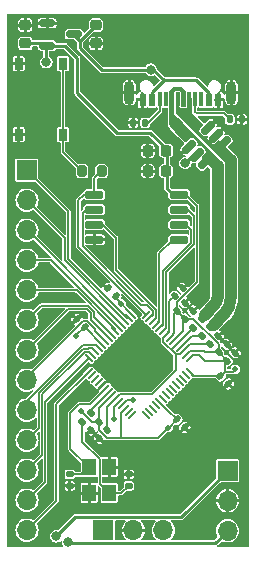
<source format=gbr>
%TF.GenerationSoftware,KiCad,Pcbnew,7.0.2*%
%TF.CreationDate,2023-07-30T01:50:32+02:00*%
%TF.ProjectId,RP2040_base_example,52503230-3430-45f6-9261-73655f657861,rev?*%
%TF.SameCoordinates,Original*%
%TF.FileFunction,Copper,L1,Top*%
%TF.FilePolarity,Positive*%
%FSLAX46Y46*%
G04 Gerber Fmt 4.6, Leading zero omitted, Abs format (unit mm)*
G04 Created by KiCad (PCBNEW 7.0.2) date 2023-07-30 01:50:32*
%MOMM*%
%LPD*%
G01*
G04 APERTURE LIST*
G04 Aperture macros list*
%AMRoundRect*
0 Rectangle with rounded corners*
0 $1 Rounding radius*
0 $2 $3 $4 $5 $6 $7 $8 $9 X,Y pos of 4 corners*
0 Add a 4 corners polygon primitive as box body*
4,1,4,$2,$3,$4,$5,$6,$7,$8,$9,$2,$3,0*
0 Add four circle primitives for the rounded corners*
1,1,$1+$1,$2,$3*
1,1,$1+$1,$4,$5*
1,1,$1+$1,$6,$7*
1,1,$1+$1,$8,$9*
0 Add four rect primitives between the rounded corners*
20,1,$1+$1,$2,$3,$4,$5,0*
20,1,$1+$1,$4,$5,$6,$7,0*
20,1,$1+$1,$6,$7,$8,$9,0*
20,1,$1+$1,$8,$9,$2,$3,0*%
%AMRotRect*
0 Rectangle, with rotation*
0 The origin of the aperture is its center*
0 $1 length*
0 $2 width*
0 $3 Rotation angle, in degrees counterclockwise*
0 Add horizontal line*
21,1,$1,$2,0,0,$3*%
G04 Aperture macros list end*
%TA.AperFunction,SMDPad,CuDef*%
%ADD10RoundRect,0.150000X-0.650000X-0.150000X0.650000X-0.150000X0.650000X0.150000X-0.650000X0.150000X0*%
%TD*%
%TA.AperFunction,SMDPad,CuDef*%
%ADD11R,1.200000X1.400000*%
%TD*%
%TA.AperFunction,SMDPad,CuDef*%
%ADD12RoundRect,0.140000X0.170000X-0.140000X0.170000X0.140000X-0.170000X0.140000X-0.170000X-0.140000X0*%
%TD*%
%TA.AperFunction,SMDPad,CuDef*%
%ADD13RoundRect,0.150000X0.256326X0.468458X-0.468458X-0.256326X-0.256326X-0.468458X0.468458X0.256326X0*%
%TD*%
%TA.AperFunction,SMDPad,CuDef*%
%ADD14RoundRect,0.140000X0.021213X-0.219203X0.219203X-0.021213X-0.021213X0.219203X-0.219203X0.021213X0*%
%TD*%
%TA.AperFunction,SMDPad,CuDef*%
%ADD15RoundRect,0.225000X0.225000X0.250000X-0.225000X0.250000X-0.225000X-0.250000X0.225000X-0.250000X0*%
%TD*%
%TA.AperFunction,SMDPad,CuDef*%
%ADD16RoundRect,0.225000X-0.250000X0.225000X-0.250000X-0.225000X0.250000X-0.225000X0.250000X0.225000X0*%
%TD*%
%TA.AperFunction,SMDPad,CuDef*%
%ADD17RoundRect,0.140000X-0.170000X0.140000X-0.170000X-0.140000X0.170000X-0.140000X0.170000X0.140000X0*%
%TD*%
%TA.AperFunction,SMDPad,CuDef*%
%ADD18RoundRect,0.140000X-0.021213X0.219203X-0.219203X0.021213X0.021213X-0.219203X0.219203X-0.021213X0*%
%TD*%
%TA.AperFunction,ComponentPad*%
%ADD19R,1.700000X1.700000*%
%TD*%
%TA.AperFunction,ComponentPad*%
%ADD20O,1.700000X1.700000*%
%TD*%
%TA.AperFunction,SMDPad,CuDef*%
%ADD21RoundRect,0.150000X-0.512500X-0.150000X0.512500X-0.150000X0.512500X0.150000X-0.512500X0.150000X0*%
%TD*%
%TA.AperFunction,SMDPad,CuDef*%
%ADD22RoundRect,0.140000X0.219203X0.021213X0.021213X0.219203X-0.219203X-0.021213X-0.021213X-0.219203X0*%
%TD*%
%TA.AperFunction,SMDPad,CuDef*%
%ADD23R,0.750000X1.000000*%
%TD*%
%TA.AperFunction,SMDPad,CuDef*%
%ADD24RoundRect,0.135000X0.135000X0.185000X-0.135000X0.185000X-0.135000X-0.185000X0.135000X-0.185000X0*%
%TD*%
%TA.AperFunction,SMDPad,CuDef*%
%ADD25RoundRect,0.135000X-0.035355X0.226274X-0.226274X0.035355X0.035355X-0.226274X0.226274X-0.035355X0*%
%TD*%
%TA.AperFunction,SMDPad,CuDef*%
%ADD26R,0.600000X1.040000*%
%TD*%
%TA.AperFunction,SMDPad,CuDef*%
%ADD27R,0.600000X1.090000*%
%TD*%
%TA.AperFunction,SMDPad,CuDef*%
%ADD28R,0.300000X1.160000*%
%TD*%
%TA.AperFunction,SMDPad,CuDef*%
%ADD29R,2.000000X2.000000*%
%TD*%
%TA.AperFunction,ComponentPad*%
%ADD30O,0.900000X2.000000*%
%TD*%
%TA.AperFunction,SMDPad,CuDef*%
%ADD31RoundRect,0.135000X-0.135000X-0.185000X0.135000X-0.185000X0.135000X0.185000X-0.135000X0.185000X0*%
%TD*%
%TA.AperFunction,SMDPad,CuDef*%
%ADD32RoundRect,0.140000X-0.219203X-0.021213X-0.021213X-0.219203X0.219203X0.021213X0.021213X0.219203X0*%
%TD*%
%TA.AperFunction,SMDPad,CuDef*%
%ADD33RoundRect,0.050000X-0.309359X0.238649X0.238649X-0.309359X0.309359X-0.238649X-0.238649X0.309359X0*%
%TD*%
%TA.AperFunction,SMDPad,CuDef*%
%ADD34RoundRect,0.050000X-0.309359X-0.238649X-0.238649X-0.309359X0.309359X0.238649X0.238649X0.309359X0*%
%TD*%
%TA.AperFunction,SMDPad,CuDef*%
%ADD35RotRect,3.200000X3.200000X315.000000*%
%TD*%
%TA.AperFunction,SMDPad,CuDef*%
%ADD36RoundRect,0.225000X0.250000X-0.225000X0.250000X0.225000X-0.250000X0.225000X-0.250000X-0.225000X0*%
%TD*%
%TA.AperFunction,SMDPad,CuDef*%
%ADD37RoundRect,0.200000X0.200000X0.275000X-0.200000X0.275000X-0.200000X-0.275000X0.200000X-0.275000X0*%
%TD*%
%TA.AperFunction,ViaPad*%
%ADD38C,0.500000*%
%TD*%
%TA.AperFunction,ViaPad*%
%ADD39C,0.800000*%
%TD*%
%TA.AperFunction,Conductor*%
%ADD40C,0.127000*%
%TD*%
%TA.AperFunction,Conductor*%
%ADD41C,0.254000*%
%TD*%
%TA.AperFunction,Conductor*%
%ADD42C,1.000000*%
%TD*%
G04 APERTURE END LIST*
D10*
%TO.P,U4,1,~{CS}*%
%TO.N,/RP2040-base/QSPI_SS*%
X68202010Y-57565068D03*
%TO.P,U4,2,DO(IO1)*%
%TO.N,/RP2040-base/QSPI_SD1*%
X68202010Y-58835068D03*
%TO.P,U4,3,IO2*%
%TO.N,/RP2040-base/QSPI_SD2*%
X68202010Y-60105068D03*
%TO.P,U4,4,GND*%
%TO.N,GND*%
X68202010Y-61375068D03*
%TO.P,U4,5,DI(IO0)*%
%TO.N,/RP2040-base/QSPI_SD0*%
X75402010Y-61375068D03*
%TO.P,U4,6,CLK*%
%TO.N,/RP2040-base/QSPI_SCLK*%
X75402010Y-60105068D03*
%TO.P,U4,7,IO3*%
%TO.N,/RP2040-base/QSPI_SD3*%
X75402010Y-58835068D03*
%TO.P,U4,8,VCC*%
%TO.N,+3V3*%
X75402010Y-57565068D03*
%TD*%
D11*
%TO.P,Y1,1,1*%
%TO.N,/RP2040-base/XIN*%
X67770030Y-80643931D03*
%TO.P,Y1,2,2*%
%TO.N,GND*%
X67770030Y-82843931D03*
%TO.P,Y1,3,3*%
%TO.N,Net-(C16-Pad1)*%
X69470030Y-82843931D03*
%TO.P,Y1,4,4*%
%TO.N,GND*%
X69470030Y-80643931D03*
%TD*%
D12*
%TO.P,C16,1*%
%TO.N,Net-(C16-Pad1)*%
X71120030Y-82223931D03*
%TO.P,C16,2*%
%TO.N,GND*%
X71120030Y-81263931D03*
%TD*%
D13*
%TO.P,U2,1,IO1*%
%TO.N,/RP2040-base/USB_D-*%
X79176085Y-53242417D03*
%TO.P,U2,2,VN*%
%TO.N,GND*%
X78504334Y-52570666D03*
%TO.P,U2,3,IO2*%
X77832583Y-51898915D03*
%TO.P,U2,4,IO3*%
X76223915Y-53507583D03*
%TO.P,U2,5,VP*%
%TO.N,VBUS*%
X76895666Y-54179334D03*
%TO.P,U2,6,IO4*%
%TO.N,/RP2040-base/USB_D+*%
X77567417Y-54851085D03*
%TD*%
D14*
%TO.P,C14,1*%
%TO.N,+3V3*%
X78731657Y-70925197D03*
%TO.P,C14,2*%
%TO.N,GND*%
X79410479Y-70246375D03*
%TD*%
D15*
%TO.P,C17,1*%
%TO.N,+3V3*%
X74275000Y-53850000D03*
%TO.P,C17,2*%
%TO.N,GND*%
X72725000Y-53850000D03*
%TD*%
D16*
%TO.P,C1,1*%
%TO.N,VBUS*%
X68353827Y-43225000D03*
%TO.P,C1,2*%
%TO.N,GND*%
X68353827Y-44775000D03*
%TD*%
D14*
%TO.P,C11,1*%
%TO.N,+3V3*%
X75196123Y-67389664D03*
%TO.P,C11,2*%
%TO.N,GND*%
X75874945Y-66710842D03*
%TD*%
D17*
%TO.P,C15,1*%
%TO.N,/RP2040-base/XIN*%
X66120030Y-81263931D03*
%TO.P,C15,2*%
%TO.N,GND*%
X66120030Y-82223931D03*
%TD*%
D18*
%TO.P,C3,1*%
%TO.N,/RP2040-base/1V1*%
X69312994Y-77515433D03*
%TO.P,C3,2*%
%TO.N,GND*%
X68634172Y-78194255D03*
%TD*%
D19*
%TO.P,J2,1,Pin_1*%
%TO.N,/RP2040-base/GPIO0*%
X62500000Y-55500000D03*
D20*
%TO.P,J2,2,Pin_2*%
%TO.N,/RP2040-base/GPIO1*%
X62500000Y-58040000D03*
%TO.P,J2,3,Pin_3*%
%TO.N,/RP2040-base/GPIO2*%
X62500000Y-60580000D03*
%TO.P,J2,4,Pin_4*%
%TO.N,/RP2040-base/GPIO3*%
X62500000Y-63120000D03*
%TO.P,J2,5,Pin_5*%
%TO.N,/RP2040-base/GPIO4*%
X62500000Y-65660000D03*
%TO.P,J2,6,Pin_6*%
%TO.N,/RP2040-base/GPIO5*%
X62500000Y-68200000D03*
%TO.P,J2,7,Pin_7*%
%TO.N,/RP2040-base/GPIO6*%
X62500000Y-70740000D03*
%TO.P,J2,8,Pin_8*%
%TO.N,/RP2040-base/GPIO7*%
X62500000Y-73280000D03*
%TO.P,J2,9,Pin_9*%
%TO.N,/RP2040-base/GPIO8*%
X62500000Y-75820000D03*
%TO.P,J2,10,Pin_10*%
%TO.N,/RP2040-base/GPIO9*%
X62500000Y-78360000D03*
%TO.P,J2,11,Pin_11*%
%TO.N,/RP2040-base/GPIO10*%
X62500000Y-80900000D03*
%TO.P,J2,12,Pin_12*%
%TO.N,/RP2040-base/GPIO11*%
X62500000Y-83440000D03*
%TO.P,J2,13,Pin_13*%
%TO.N,/RP2040-base/GPIO12*%
X62500000Y-85980000D03*
%TD*%
D14*
%TO.P,C4,1*%
%TO.N,/RP2040-base/1V1*%
X74998133Y-66173440D03*
%TO.P,C4,2*%
%TO.N,GND*%
X75676955Y-65494618D03*
%TD*%
D21*
%TO.P,U1,1,GND*%
%TO.N,GND*%
X64216327Y-43050000D03*
%TO.P,U1,2,VO*%
%TO.N,+3V3*%
X64216327Y-44950000D03*
%TO.P,U1,3,VI*%
%TO.N,VBUS*%
X66491327Y-44000000D03*
%TD*%
D22*
%TO.P,C7,1*%
%TO.N,+3V3*%
X67389664Y-68803877D03*
%TO.P,C7,2*%
%TO.N,GND*%
X66710842Y-68125055D03*
%TD*%
D23*
%TO.P,SW1,1,1*%
%TO.N,GND*%
X61795282Y-52500000D03*
X61795282Y-46500000D03*
%TO.P,SW1,2,2*%
%TO.N,/RP2040-base/~{USB_BOOT}*%
X65545282Y-52500000D03*
X65545282Y-46500000D03*
%TD*%
D24*
%TO.P,R2,1*%
%TO.N,Net-(J3-CC2)*%
X72510000Y-51500000D03*
%TO.P,R2,2*%
%TO.N,GND*%
X71490000Y-51500000D03*
%TD*%
D25*
%TO.P,R4,1*%
%TO.N,/RP2040-base/USB_D-*%
X78017478Y-68810949D03*
%TO.P,R4,2*%
%TO.N,Net-(U3-USB_DM)*%
X77296230Y-69532197D03*
%TD*%
D26*
%TO.P,J3,A1,GND*%
%TO.N,GND*%
X78700000Y-49560000D03*
D27*
%TO.P,J3,A4,VBUS*%
%TO.N,VBUS*%
X77900000Y-49535000D03*
D28*
%TO.P,J3,A5,CC1*%
%TO.N,Net-(J3-CC1)*%
X76750000Y-49500000D03*
%TO.P,J3,A6,D+*%
%TO.N,/RP2040-base/USB_D+*%
X75750000Y-49500000D03*
%TO.P,J3,A7,D-*%
%TO.N,/RP2040-base/USB_D-*%
X75250000Y-49500000D03*
%TO.P,J3,A8,SBU1*%
%TO.N,unconnected-(J3-SBU1-PadA8)*%
X74250000Y-49500000D03*
D27*
%TO.P,J3,A9,VBUS*%
%TO.N,VBUS*%
X73100000Y-49535000D03*
D26*
%TO.P,J3,A12,GND*%
%TO.N,GND*%
X72300000Y-49560000D03*
%TO.P,J3,B1,GND*%
X72300000Y-49560000D03*
D27*
%TO.P,J3,B4,VBUS*%
%TO.N,VBUS*%
X73100000Y-49535000D03*
D28*
%TO.P,J3,B5,CC2*%
%TO.N,Net-(J3-CC2)*%
X73750000Y-49500000D03*
%TO.P,J3,B6,D+*%
%TO.N,/RP2040-base/USB_D+*%
X74750000Y-49500000D03*
%TO.P,J3,B7,D-*%
%TO.N,/RP2040-base/USB_D-*%
X76250000Y-49500000D03*
%TO.P,J3,B8,SBU2*%
%TO.N,unconnected-(J3-SBU2-PadB8)*%
X77250000Y-49500000D03*
D27*
%TO.P,J3,B9,VBUS*%
%TO.N,VBUS*%
X77900000Y-49535000D03*
D26*
%TO.P,J3,B12,GND*%
%TO.N,GND*%
X78700000Y-49560000D03*
D29*
%TO.P,J3,S1,SHIELD*%
X80250000Y-44760000D03*
D30*
X79820000Y-48960000D03*
X71180000Y-48960000D03*
D29*
X70750000Y-44760000D03*
%TD*%
D18*
%TO.P,C8,1*%
%TO.N,+3V3*%
X68605887Y-76808326D03*
%TO.P,C8,2*%
%TO.N,GND*%
X67927065Y-77487148D03*
%TD*%
D19*
%TO.P,SWD1,1,Pin_1*%
%TO.N,/RP2040-base/SWCLK*%
X68975000Y-86000000D03*
D20*
%TO.P,SWD1,2,Pin_2*%
%TO.N,GND*%
X71515000Y-86000000D03*
%TO.P,SWD1,3,Pin_3*%
%TO.N,/RP2040-base/SWD*%
X74055000Y-86000000D03*
%TD*%
D14*
%TO.P,C12,1*%
%TO.N,+3V3*%
X75903230Y-68096770D03*
%TO.P,C12,2*%
%TO.N,GND*%
X76582052Y-67417948D03*
%TD*%
D31*
%TO.P,R1,1*%
%TO.N,Net-(J3-CC1)*%
X79690000Y-51200000D03*
%TO.P,R1,2*%
%TO.N,GND*%
X80710000Y-51200000D03*
%TD*%
D14*
%TO.P,C5,1*%
%TO.N,+3V3*%
X79438764Y-71632304D03*
%TO.P,C5,2*%
%TO.N,GND*%
X80117586Y-70953482D03*
%TD*%
D22*
%TO.P,C6,1*%
%TO.N,+3V3*%
X70020101Y-66173440D03*
%TO.P,C6,2*%
%TO.N,GND*%
X69341279Y-65494618D03*
%TD*%
D32*
%TO.P,C10,1*%
%TO.N,+3V3*%
X78887220Y-72919239D03*
%TO.P,C10,2*%
%TO.N,GND*%
X79566042Y-73598061D03*
%TD*%
D25*
%TO.P,R3,1*%
%TO.N,/RP2040-base/USB_D+*%
X77310371Y-68103842D03*
%TO.P,R3,2*%
%TO.N,Net-(U3-USB_DP)*%
X76589123Y-68825090D03*
%TD*%
D14*
%TO.P,C13,1*%
%TO.N,/RP2040-base/1V1*%
X78024550Y-70218091D03*
%TO.P,C13,2*%
%TO.N,GND*%
X78703372Y-69539269D03*
%TD*%
D33*
%TO.P,U3,1,IOVDD*%
%TO.N,+3V3*%
X71407798Y-67730843D03*
%TO.P,U3,2,GPIO0*%
%TO.N,/RP2040-base/GPIO0*%
X71124955Y-68013686D03*
%TO.P,U3,3,GPIO1*%
%TO.N,/RP2040-base/GPIO1*%
X70842113Y-68296528D03*
%TO.P,U3,4,GPIO2*%
%TO.N,/RP2040-base/GPIO2*%
X70559270Y-68579371D03*
%TO.P,U3,5,GPIO3*%
%TO.N,/RP2040-base/GPIO3*%
X70276427Y-68862214D03*
%TO.P,U3,6,GPIO4*%
%TO.N,/RP2040-base/GPIO4*%
X69993585Y-69145056D03*
%TO.P,U3,7,GPIO5*%
%TO.N,/RP2040-base/GPIO5*%
X69710742Y-69427899D03*
%TO.P,U3,8,GPIO6*%
%TO.N,/RP2040-base/GPIO6*%
X69427899Y-69710742D03*
%TO.P,U3,9,GPIO7*%
%TO.N,/RP2040-base/GPIO7*%
X69145056Y-69993585D03*
%TO.P,U3,10,IOVDD*%
%TO.N,+3V3*%
X68862214Y-70276427D03*
%TO.P,U3,11,GPIO8*%
%TO.N,/RP2040-base/GPIO8*%
X68579371Y-70559270D03*
%TO.P,U3,12,GPIO9*%
%TO.N,/RP2040-base/GPIO9*%
X68296528Y-70842113D03*
%TO.P,U3,13,GPIO10*%
%TO.N,/RP2040-base/GPIO10*%
X68013686Y-71124955D03*
%TO.P,U3,14,GPIO11*%
%TO.N,/RP2040-base/GPIO11*%
X67730843Y-71407798D03*
D34*
%TO.P,U3,15,GPIO12*%
%TO.N,/RP2040-base/GPIO12*%
X67730843Y-72592202D03*
%TO.P,U3,16,GPIO13*%
%TO.N,/RP2040-base/GPIO13*%
X68013686Y-72875045D03*
%TO.P,U3,17,GPIO14*%
%TO.N,/RP2040-base/GPIO14*%
X68296528Y-73157887D03*
%TO.P,U3,18,GPIO15*%
%TO.N,/RP2040-base/GPIO15*%
X68579371Y-73440730D03*
%TO.P,U3,19,TESTEN*%
%TO.N,GND*%
X68862214Y-73723573D03*
%TO.P,U3,20,XIN*%
%TO.N,/RP2040-base/XIN*%
X69145056Y-74006415D03*
%TO.P,U3,21,XOUT*%
%TO.N,/RP2040-base/XOUT*%
X69427899Y-74289258D03*
%TO.P,U3,22,IOVDD*%
%TO.N,+3V3*%
X69710742Y-74572101D03*
%TO.P,U3,23,DVDD*%
%TO.N,/RP2040-base/1V1*%
X69993585Y-74854944D03*
%TO.P,U3,24,SWCLK*%
%TO.N,/RP2040-base/SWCLK*%
X70276427Y-75137786D03*
%TO.P,U3,25,SWD*%
%TO.N,/RP2040-base/SWD*%
X70559270Y-75420629D03*
%TO.P,U3,26,RUN*%
%TO.N,+3V3*%
X70842113Y-75703472D03*
%TO.P,U3,27,GPIO16*%
%TO.N,/RP2040-base/GPIO16*%
X71124955Y-75986314D03*
%TO.P,U3,28,GPIO17*%
%TO.N,/RP2040-base/GPIO17*%
X71407798Y-76269157D03*
D33*
%TO.P,U3,29,GPIO18*%
%TO.N,/RP2040-base/GPIO18*%
X72592202Y-76269157D03*
%TO.P,U3,30,GPIO19*%
%TO.N,/RP2040-base/GPIO19*%
X72875045Y-75986314D03*
%TO.P,U3,31,GPIO20*%
%TO.N,/RP2040-base/GPIO20*%
X73157887Y-75703472D03*
%TO.P,U3,32,GPIO21*%
%TO.N,/RP2040-base/GPIO21*%
X73440730Y-75420629D03*
%TO.P,U3,33,IOVDD*%
%TO.N,+3V3*%
X73723573Y-75137786D03*
%TO.P,U3,34,GPIO22*%
%TO.N,/RP2040-base/GPIO22*%
X74006415Y-74854944D03*
%TO.P,U3,35,GPIO23*%
%TO.N,/RP2040-base/GPIO23*%
X74289258Y-74572101D03*
%TO.P,U3,36,GPIO24*%
%TO.N,/RP2040-base/GPIO24*%
X74572101Y-74289258D03*
%TO.P,U3,37,GPIO25*%
%TO.N,/RP2040-base/GPIO25*%
X74854944Y-74006415D03*
%TO.P,U3,38,GPIO26_ADC0*%
%TO.N,/RP2040-base/GPIO26*%
X75137786Y-73723573D03*
%TO.P,U3,39,GPIO27_ADC1*%
%TO.N,/RP2040-base/GPIO27*%
X75420629Y-73440730D03*
%TO.P,U3,40,GPIO28_ADC2*%
%TO.N,/RP2040-base/GPIO28*%
X75703472Y-73157887D03*
%TO.P,U3,41,GPIO29_ADC3*%
%TO.N,/RP2040-base/GPIO29*%
X75986314Y-72875045D03*
%TO.P,U3,42,IOVDD*%
%TO.N,+3V3*%
X76269157Y-72592202D03*
D34*
%TO.P,U3,43,ADC_AVDD*%
X76269157Y-71407798D03*
%TO.P,U3,44,VREG_IN*%
X75986314Y-71124955D03*
%TO.P,U3,45,VREG_VOUT*%
%TO.N,/RP2040-base/1V1*%
X75703472Y-70842113D03*
%TO.P,U3,46,USB_DM*%
%TO.N,Net-(U3-USB_DM)*%
X75420629Y-70559270D03*
%TO.P,U3,47,USB_DP*%
%TO.N,Net-(U3-USB_DP)*%
X75137786Y-70276427D03*
%TO.P,U3,48,USB_VDD*%
%TO.N,+3V3*%
X74854944Y-69993585D03*
%TO.P,U3,49,IOVDD*%
X74572101Y-69710742D03*
%TO.P,U3,50,DVDD*%
%TO.N,/RP2040-base/1V1*%
X74289258Y-69427899D03*
%TO.P,U3,51,QSPI_SD3*%
%TO.N,/RP2040-base/QSPI_SD3*%
X74006415Y-69145056D03*
%TO.P,U3,52,QSPI_SCLK*%
%TO.N,/RP2040-base/QSPI_SCLK*%
X73723573Y-68862214D03*
%TO.P,U3,53,QSPI_SD0*%
%TO.N,/RP2040-base/QSPI_SD0*%
X73440730Y-68579371D03*
%TO.P,U3,54,QSPI_SD2*%
%TO.N,/RP2040-base/QSPI_SD2*%
X73157887Y-68296528D03*
%TO.P,U3,55,QSPI_SD1*%
%TO.N,/RP2040-base/QSPI_SD1*%
X72875045Y-68013686D03*
%TO.P,U3,56,QSPI_SS*%
%TO.N,/RP2040-base/QSPI_SS*%
X72592202Y-67730843D03*
D35*
%TO.P,U3,57,GND*%
%TO.N,GND*%
X72000000Y-72000000D03*
%TD*%
D32*
%TO.P,C9,1*%
%TO.N,+3V3*%
X75196123Y-76610336D03*
%TO.P,C9,2*%
%TO.N,GND*%
X75874945Y-77289158D03*
%TD*%
D15*
%TO.P,C18,1*%
%TO.N,+3V3*%
X74275000Y-55580981D03*
%TO.P,C18,2*%
%TO.N,GND*%
X72725000Y-55580981D03*
%TD*%
D25*
%TO.P,R5,1*%
%TO.N,/RP2040-base/XOUT*%
X67919993Y-76080007D03*
%TO.P,R5,2*%
%TO.N,Net-(C16-Pad1)*%
X67198745Y-76801255D03*
%TD*%
D36*
%TO.P,C2,1*%
%TO.N,+3V3*%
X62353827Y-44775000D03*
%TO.P,C2,2*%
%TO.N,GND*%
X62353827Y-43225000D03*
%TD*%
D37*
%TO.P,R6,1*%
%TO.N,/RP2040-base/QSPI_SS*%
X68825000Y-55580981D03*
%TO.P,R6,2*%
%TO.N,/RP2040-base/~{USB_BOOT}*%
X67175000Y-55580981D03*
%TD*%
D19*
%TO.P,J1,1,Pin_1*%
%TO.N,+3V3*%
X79500000Y-80960000D03*
D20*
%TO.P,J1,2,Pin_2*%
%TO.N,GND*%
X79500000Y-83500000D03*
%TO.P,J1,3,Pin_3*%
%TO.N,VBUS*%
X79500000Y-86040000D03*
%TD*%
D38*
%TO.N,GND*%
X67757359Y-84020815D03*
X73414214Y-70585786D03*
X74298097Y-72530330D03*
X80131728Y-69525126D03*
X69525126Y-61393398D03*
X68641243Y-79247845D03*
X76419417Y-76772971D03*
X77250000Y-66700000D03*
X69171573Y-72000000D03*
X69525126Y-79424621D03*
X74298097Y-71469670D03*
X79424621Y-68818019D03*
X72707107Y-56443651D03*
X79071068Y-74121320D03*
X68818019Y-62100505D03*
X68818019Y-64928932D03*
X70585786Y-80485281D03*
X72707107Y-54675884D03*
X72707107Y-52908117D03*
X73237437Y-73590990D03*
X70585786Y-70585786D03*
X67757359Y-78363961D03*
X66696699Y-82960155D03*
X67403806Y-67757359D03*
X68110913Y-62100505D03*
X76596194Y-65989592D03*
X80838835Y-70232233D03*
X72000000Y-69171573D03*
X70585786Y-73414214D03*
X76242641Y-64928932D03*
D39*
%TO.N,+3V3*%
X65000000Y-86500000D03*
X64135000Y-46355000D03*
D38*
X74474874Y-77303301D03*
X66696699Y-69525126D03*
X67050253Y-75889087D03*
X80131728Y-72353553D03*
X70479720Y-66802765D03*
%TO.N,/RP2040-base/SWCLK*%
X69900000Y-76550000D03*
%TO.N,/RP2040-base/SWD*%
X71500000Y-75000000D03*
D39*
%TO.N,VBUS*%
X75900000Y-54900000D03*
X66000000Y-87000000D03*
X73000000Y-47000000D03*
%TD*%
D40*
%TO.N,Net-(C16-Pad1)*%
X67198745Y-76801255D02*
X67198745Y-78498745D01*
X67198745Y-78498745D02*
X68679530Y-79979530D01*
X68679530Y-79979530D02*
X68679530Y-82053431D01*
X68679530Y-82053431D02*
X69470030Y-82843931D01*
X69470030Y-82843931D02*
X70500030Y-82843931D01*
X70500030Y-82843931D02*
X71120030Y-82223931D01*
%TO.N,/RP2040-base/1V1*%
X75436456Y-71109129D02*
X75082362Y-71109129D01*
X74568225Y-69148933D02*
X74289258Y-69427899D01*
X73060660Y-74474874D02*
X75082362Y-72453172D01*
X74998133Y-66173440D02*
X74568225Y-66603348D01*
X74022242Y-70049009D02*
X74022242Y-69694915D01*
X76327494Y-70218091D02*
X75703472Y-70842113D01*
X75082362Y-71109129D02*
X74022242Y-70049009D01*
X69312994Y-75535534D02*
X69993585Y-74854944D01*
X70373654Y-74474874D02*
X73060660Y-74474874D01*
X69993585Y-74854944D02*
X70373654Y-74474874D01*
X74568225Y-66603348D02*
X74568225Y-69148933D01*
X74022242Y-69694915D02*
X74289258Y-69427899D01*
X75703472Y-70842113D02*
X75436456Y-71109129D01*
X78024550Y-70218091D02*
X76327494Y-70218091D01*
X75082362Y-72453172D02*
X75082362Y-71109129D01*
X69312994Y-77515433D02*
X69312994Y-75535534D01*
%TO.N,/RP2040-base/XIN*%
X67100029Y-81263932D02*
X67720029Y-80643931D01*
X66120030Y-81263932D02*
X67100029Y-81263932D01*
X67863425Y-75288047D02*
X69145056Y-74006415D01*
X66166369Y-76065864D02*
X66944187Y-75288047D01*
X67720029Y-80643931D02*
X66166369Y-79090271D01*
X66166369Y-79090271D02*
X66166369Y-76065864D01*
X66944187Y-75288047D02*
X67863425Y-75288047D01*
D41*
%TO.N,GND*%
X75874945Y-66710842D02*
X75874946Y-66710842D01*
D40*
%TO.N,/RP2040-base/USB_D+*%
X78175380Y-54676085D02*
X77467417Y-54676085D01*
X74750000Y-51250000D02*
X74750000Y-49500000D01*
X77800000Y-53775000D02*
X76270353Y-52245353D01*
X75050000Y-51550000D02*
X74750000Y-51250000D01*
D42*
X78636500Y-55137205D02*
X78636500Y-66249286D01*
D40*
X77800000Y-54343502D02*
X77800000Y-53775000D01*
D42*
X78343607Y-66956393D02*
X77568255Y-67731745D01*
X75050000Y-51550000D02*
X75050000Y-51550705D01*
X75050000Y-51550705D02*
X75744647Y-52245353D01*
D40*
X78636500Y-55137205D02*
X78175380Y-54676085D01*
X77467417Y-54676085D02*
X77800000Y-54343502D01*
X76270353Y-52245353D02*
X75744647Y-52245353D01*
D42*
X78343614Y-66956400D02*
G75*
G03*
X78636500Y-66249286I-707114J707100D01*
G01*
D40*
%TO.N,+3V3*%
X76906204Y-64972476D02*
X76906204Y-58521428D01*
D41*
X70130000Y-52350000D02*
X66775000Y-48995000D01*
D40*
X75917372Y-68110913D02*
X76582759Y-68110913D01*
X70500000Y-78187184D02*
X70500000Y-76045585D01*
X75903229Y-68096771D02*
X75691097Y-68308903D01*
D41*
X64041327Y-44775000D02*
X64216327Y-44950000D01*
D40*
X76596194Y-72919239D02*
X78887220Y-72919239D01*
D41*
X75564000Y-84896000D02*
X66604000Y-84896000D01*
X74344777Y-57044777D02*
X74344777Y-53744777D01*
D40*
X75949844Y-57565068D02*
X75402010Y-57565068D01*
X76539626Y-71137330D02*
X76269157Y-71407798D01*
X78887220Y-72919239D02*
X79247845Y-72558614D01*
X75691097Y-69157431D02*
X74854944Y-69993585D01*
D41*
X79500000Y-80960000D02*
X75564000Y-84896000D01*
D40*
X75196123Y-66682557D02*
X76906204Y-64972476D01*
X76269157Y-72592202D02*
X76596194Y-72919239D01*
X75903229Y-68096771D02*
X75917372Y-68110913D01*
X78731657Y-70925198D02*
X79438763Y-71632304D01*
X78731657Y-70925198D02*
X77600286Y-70925198D01*
X74983991Y-69298852D02*
X74572101Y-69710742D01*
X77105311Y-71137330D02*
X76539626Y-71137330D01*
D41*
X66604000Y-84896000D02*
X65000000Y-86500000D01*
D40*
X74474874Y-77303301D02*
X73590991Y-78187184D01*
X66696699Y-69525126D02*
X66696699Y-69496842D01*
X75196123Y-67389664D02*
X75196123Y-67417948D01*
X74474874Y-75889087D02*
X73723573Y-75137786D01*
X77458864Y-70783776D02*
X76327494Y-70783776D01*
X70500000Y-76045585D02*
X70842113Y-75703472D01*
X76327494Y-70783776D02*
X75986314Y-71124955D01*
D41*
X65725000Y-44950000D02*
X64216327Y-44950000D01*
D40*
X75196123Y-67417948D02*
X75874945Y-68096771D01*
X77600286Y-70925198D02*
X77458864Y-70783776D01*
X73590991Y-78187184D02*
X70055456Y-78187184D01*
X68605887Y-76808326D02*
X67969491Y-76808326D01*
X79247845Y-72558614D02*
X79926667Y-72558614D01*
X79438763Y-71632304D02*
X79247845Y-71823223D01*
X75691097Y-68308903D02*
X75691097Y-69157431D01*
X68605887Y-76808326D02*
X68605887Y-75676955D01*
X71407798Y-67730843D02*
X70020101Y-66343146D01*
D41*
X74865068Y-57565068D02*
X74344777Y-57044777D01*
D40*
X67969491Y-76808326D02*
X67050253Y-75889087D01*
X75196123Y-67389664D02*
X75196123Y-66682557D01*
X77600286Y-71632304D02*
X77105311Y-71137330D01*
D41*
X72950000Y-52350000D02*
X70130000Y-52350000D01*
X62353827Y-44775000D02*
X64041327Y-44775000D01*
X66775000Y-48995000D02*
X66775000Y-46000000D01*
X75402010Y-57565068D02*
X74865068Y-57565068D01*
X66775000Y-46000000D02*
X65725000Y-44950000D01*
D40*
X75874945Y-68096771D02*
X75903229Y-68096771D01*
X74983991Y-67601796D02*
X74983991Y-69298852D01*
D41*
X64135000Y-45031327D02*
X64216327Y-44950000D01*
D40*
X76582759Y-68110913D02*
X78731657Y-70259810D01*
D41*
X64135000Y-46355000D02*
X64135000Y-45031327D01*
D40*
X74503158Y-77303301D02*
X74474874Y-77303301D01*
X74474874Y-75889087D02*
X75196123Y-76610336D01*
X68605887Y-77473714D02*
X68605887Y-76808326D01*
X70479720Y-66802765D02*
X70020101Y-66343146D01*
X68605887Y-75676955D02*
X69710742Y-74572101D01*
X70020101Y-66343146D02*
X70020101Y-66173440D01*
X76906204Y-58521428D02*
X75949844Y-57565068D01*
X79247845Y-71823223D02*
X79247845Y-72558614D01*
D41*
X74344777Y-53744777D02*
X72950000Y-52350000D01*
D40*
X75196123Y-67389664D02*
X74983991Y-67601796D01*
X78731657Y-70259810D02*
X78731657Y-70925198D01*
X69319358Y-78187184D02*
X68605887Y-77473714D01*
X70055456Y-78187184D02*
X69319358Y-78187184D01*
X75196123Y-76610336D02*
X74503158Y-77303301D01*
X70055456Y-78187184D02*
X70500000Y-78187184D01*
X79926667Y-72558614D02*
X80131728Y-72353553D01*
X66696699Y-69496842D02*
X67389664Y-68803877D01*
X67389664Y-68803877D02*
X68862214Y-70276427D01*
X79438763Y-71632304D02*
X77600286Y-71632304D01*
%TO.N,/RP2040-base/USB_D-*%
X79001085Y-53575000D02*
X79176085Y-53750000D01*
X76250000Y-51522656D02*
X78302344Y-53575000D01*
X79176085Y-53750000D02*
X79176085Y-54082266D01*
X78302344Y-53575000D02*
X79001085Y-53575000D01*
D42*
X79763500Y-54669681D02*
X79763500Y-66255468D01*
D40*
X76250000Y-49500000D02*
X76250000Y-51522656D01*
X79176085Y-53167417D02*
X79176085Y-53750000D01*
D42*
X79140516Y-67759484D02*
X78300000Y-68600000D01*
D40*
X79176085Y-54082266D02*
X79763500Y-54669681D01*
D42*
X79140532Y-67759500D02*
G75*
G03*
X79763500Y-66255468I-1504032J1504000D01*
G01*
D40*
%TO.N,/RP2040-base/QSPI_SS*%
X68202010Y-57565068D02*
X67343049Y-57565068D01*
X66852263Y-58055854D02*
X66852263Y-61990904D01*
X67343049Y-57565068D02*
X66852263Y-58055854D01*
X68825000Y-55580981D02*
X68202010Y-56203971D01*
X68202010Y-56203971D02*
X68202010Y-57565068D01*
X66852263Y-61990904D02*
X72592202Y-67730843D01*
%TO.N,/RP2040-base/~{USB_BOOT}*%
X65545282Y-52500000D02*
X65545282Y-53951263D01*
X67175000Y-55580981D02*
X65545282Y-53951263D01*
X65545282Y-52500000D02*
X65545282Y-46500000D01*
%TO.N,/RP2040-base/XOUT*%
X67919994Y-76080006D02*
X67919994Y-75797163D01*
X67919994Y-75797163D02*
X69427899Y-74289258D01*
%TO.N,/RP2040-base/QSPI_SD1*%
X73142061Y-67392576D02*
X72644174Y-66894689D01*
X73142061Y-67746669D02*
X73142061Y-67392576D01*
X72644174Y-66894689D02*
X72155563Y-66894689D01*
X67205816Y-61944942D02*
X67205816Y-59116514D01*
X72155563Y-66894689D02*
X67205816Y-61944942D01*
X72875045Y-68013686D02*
X73142061Y-67746669D01*
X67487262Y-58835068D02*
X68202010Y-58835068D01*
X67205816Y-59116514D02*
X67487262Y-58835068D01*
%TO.N,/RP2040-base/QSPI_SD2*%
X68202010Y-60105067D02*
X68901476Y-60105067D01*
X73424904Y-68029512D02*
X73157887Y-68296528D01*
X68901476Y-60105067D02*
X70055456Y-61259048D01*
X73424904Y-67316208D02*
X73424904Y-68029512D01*
X70055456Y-63946761D02*
X73424904Y-67316208D01*
X70055456Y-61259048D02*
X70055456Y-63946761D01*
%TO.N,/RP2040-base/QSPI_SD0*%
X73707746Y-68312355D02*
X73440730Y-68579371D01*
X73707746Y-62514079D02*
X73707746Y-68312355D01*
X75402010Y-61375068D02*
X74846757Y-61375068D01*
X74846757Y-61375068D02*
X73707746Y-62514079D01*
%TO.N,/RP2040-base/QSPI_SCLK*%
X73995322Y-68590464D02*
X73995322Y-64063295D01*
X76398204Y-60530728D02*
X75972544Y-60105067D01*
X73995322Y-64063295D02*
X76398204Y-61660413D01*
X75972544Y-60105067D02*
X75402010Y-60105067D01*
X73723573Y-68862214D02*
X73995322Y-68590464D01*
X76398204Y-61660413D02*
X76398204Y-60530728D01*
%TO.N,/RP2040-base/QSPI_SD3*%
X74006415Y-69145056D02*
X74314225Y-68837247D01*
X74314225Y-68837247D02*
X74314225Y-64103603D01*
X74314225Y-64103603D02*
X76652204Y-61765624D01*
X76652204Y-59370514D02*
X76116758Y-58835068D01*
X76116758Y-58835068D02*
X75402010Y-58835068D01*
X76652204Y-61765624D02*
X76652204Y-59370514D01*
%TO.N,/RP2040-base/GPIO0*%
X66000000Y-59000000D02*
X62500000Y-55500000D01*
X71013686Y-68013686D02*
X66000000Y-63000000D01*
X71124955Y-68013686D02*
X71013686Y-68013686D01*
X66000000Y-63000000D02*
X66000000Y-59000000D01*
%TO.N,/RP2040-base/GPIO1*%
X65685585Y-61225585D02*
X62500000Y-58040000D01*
X65685585Y-63140000D02*
X65685585Y-61225585D01*
X70842113Y-68296528D02*
X65685585Y-63140000D01*
%TO.N,/RP2040-base/GPIO2*%
X70559270Y-68579371D02*
X62559899Y-60580000D01*
X62559899Y-60580000D02*
X62500000Y-60580000D01*
%TO.N,/RP2040-base/GPIO3*%
X64534213Y-63120000D02*
X62500000Y-63120000D01*
X70276427Y-68862214D02*
X64534213Y-63120000D01*
%TO.N,/RP2040-base/GPIO4*%
X69993585Y-69145056D02*
X69993585Y-68990200D01*
X69993585Y-68990200D02*
X69726568Y-68723183D01*
X69726568Y-68671565D02*
X66715003Y-65660000D01*
X66715003Y-65660000D02*
X62500000Y-65660000D01*
X69726568Y-68723183D02*
X69726568Y-68671565D01*
%TO.N,/RP2040-base/GPIO5*%
X67672883Y-66977090D02*
X63722910Y-66977090D01*
X68200000Y-67917157D02*
X68200000Y-67504207D01*
X63722910Y-66977090D02*
X62500000Y-68200000D01*
X69710742Y-69427899D02*
X68200000Y-67917157D01*
X68200000Y-67504207D02*
X67672883Y-66977090D01*
%TO.N,/RP2040-base/GPIO6*%
X67900000Y-67563417D02*
X67586583Y-67250000D01*
X67900000Y-68182843D02*
X67900000Y-67563417D01*
X67586583Y-67250000D02*
X65990000Y-67250000D01*
X69427899Y-69710742D02*
X67900000Y-68182843D01*
X65990000Y-67250000D02*
X62500000Y-70740000D01*
%TO.N,/RP2040-base/GPIO7*%
X68250000Y-68950000D02*
X67554173Y-68254173D01*
X62500000Y-73001285D02*
X62500000Y-73280000D01*
X68250000Y-69098529D02*
X68250000Y-68950000D01*
X67554173Y-68254173D02*
X67247112Y-68254173D01*
X67247112Y-68254173D02*
X62500000Y-73001285D01*
X69145056Y-69993585D02*
X68250000Y-69098529D01*
%TO.N,/RP2040-base/GPIO8*%
X68579371Y-70559270D02*
X68312854Y-70292753D01*
X67240048Y-70292753D02*
X62500000Y-75032801D01*
X68312854Y-70292753D02*
X67240048Y-70292753D01*
X62500000Y-75032801D02*
X62500000Y-75820000D01*
%TO.N,/RP2040-base/GPIO9*%
X63540500Y-77319500D02*
X62500000Y-78360000D01*
X68029511Y-70575096D02*
X67675419Y-70575096D01*
X67675419Y-70575096D02*
X67646576Y-70603939D01*
X67646576Y-70603939D02*
X67287366Y-70603939D01*
X63540500Y-74350805D02*
X63540500Y-77319500D01*
X67287366Y-70603939D02*
X63540500Y-74350805D01*
X68296528Y-70842113D02*
X68029511Y-70575096D01*
%TO.N,/RP2040-base/GPIO10*%
X63794500Y-74456015D02*
X63794500Y-79605500D01*
X63794500Y-79605500D02*
X62500000Y-80900000D01*
X68013686Y-71124955D02*
X67746670Y-70857939D01*
X67746670Y-70857939D02*
X67392576Y-70857939D01*
X67392576Y-70857939D02*
X63794500Y-74456015D01*
%TO.N,/RP2040-base/GPIO11*%
X64048001Y-75090640D02*
X64048001Y-81891999D01*
X67730843Y-71407798D02*
X64048001Y-75090640D01*
X64048001Y-81891999D02*
X62500000Y-83440000D01*
%TO.N,/RP2040-base/GPIO12*%
X65000000Y-83480000D02*
X62500000Y-85980000D01*
X65000000Y-75323045D02*
X65000000Y-83480000D01*
X67730843Y-72592202D02*
X65000000Y-75323045D01*
%TO.N,/RP2040-base/SWCLK*%
X69900000Y-76550000D02*
X69900000Y-75514213D01*
X69900000Y-75514213D02*
X70276427Y-75137786D01*
%TO.N,/RP2040-base/SWD*%
X71500000Y-75000000D02*
X70979899Y-75000000D01*
X70979899Y-75000000D02*
X70559270Y-75420629D01*
D41*
%TO.N,VBUS*%
X66491327Y-44000000D02*
X66491327Y-44064908D01*
X76834000Y-47900000D02*
X74113079Y-47900000D01*
X78436000Y-87104000D02*
X66104000Y-87104000D01*
X77900000Y-49535000D02*
X77900000Y-48966000D01*
X66491327Y-44064908D02*
X66938037Y-44511618D01*
X67013210Y-44586790D02*
X67013210Y-45163210D01*
X66938037Y-44511618D02*
X67013210Y-44586790D01*
X74113079Y-47900000D02*
X73213079Y-47000000D01*
X67067209Y-44532791D02*
X67013210Y-44586790D01*
X76795666Y-54004334D02*
X75900000Y-54900000D01*
X67013210Y-45163210D02*
X68850000Y-47000000D01*
X73100000Y-48913079D02*
X73100000Y-49535000D01*
X73213079Y-47000000D02*
X73000000Y-47000000D01*
X67067209Y-44511618D02*
X68353827Y-43225000D01*
X74113079Y-47900000D02*
X73100000Y-48913079D01*
X77900000Y-48966000D02*
X76834000Y-47900000D01*
X68850000Y-47000000D02*
X73000000Y-47000000D01*
X67067209Y-44511618D02*
X67067209Y-44532791D01*
X79500000Y-86040000D02*
X78436000Y-87104000D01*
X66104000Y-87104000D02*
X66000000Y-87000000D01*
D40*
%TO.N,Net-(U3-USB_DP)*%
X76589123Y-68825091D02*
X75137786Y-70276427D01*
%TO.N,Net-(U3-USB_DM)*%
X77296230Y-69532197D02*
X76447702Y-69532197D01*
X76447702Y-69532197D02*
X75420629Y-70559270D01*
%TO.N,Net-(J3-CC1)*%
X76750000Y-50592000D02*
X76750000Y-49500000D01*
X76858000Y-50700000D02*
X76750000Y-50592000D01*
X79690000Y-51200000D02*
X79190000Y-50700000D01*
X79190000Y-50700000D02*
X76858000Y-50700000D01*
%TO.N,Net-(J3-CC2)*%
X72746000Y-51500000D02*
X73750000Y-50496000D01*
X73750000Y-50496000D02*
X73750000Y-49500000D01*
X72510000Y-51500000D02*
X72746000Y-51500000D01*
%TD*%
%TA.AperFunction,Conductor*%
%TO.N,GND*%
G36*
X81299500Y-46400000D02*
G01*
X69400000Y-46400000D01*
X69400000Y-43400000D01*
X81299500Y-43400000D01*
X81299500Y-46400000D01*
G37*
%TD.AperFunction*%
%TD*%
%TA.AperFunction,Conductor*%
%TO.N,/RP2040-base/USB_D-*%
G36*
X75399194Y-49323306D02*
G01*
X75417500Y-49367500D01*
X75417500Y-50087500D01*
X75427586Y-50138207D01*
X75445249Y-50180849D01*
X75445253Y-50180857D01*
X75445892Y-50182400D01*
X75446689Y-50183860D01*
X75446694Y-50183870D01*
X75456508Y-50201842D01*
X75459467Y-50207261D01*
X75517600Y-50254108D01*
X75561794Y-50272414D01*
X75599908Y-50279995D01*
X75612499Y-50282500D01*
X75612500Y-50282500D01*
X75887501Y-50282500D01*
X75897587Y-50280493D01*
X75938206Y-50272414D01*
X75982400Y-50254108D01*
X76007261Y-50240533D01*
X76054108Y-50182400D01*
X76072414Y-50138206D01*
X76082500Y-50087500D01*
X76082500Y-49367500D01*
X76100806Y-49323306D01*
X76145000Y-49305000D01*
X76387500Y-49305000D01*
X76431694Y-49323306D01*
X76450000Y-49367500D01*
X76450000Y-50650000D01*
X77419266Y-51619266D01*
X77437572Y-51663460D01*
X77419266Y-51707654D01*
X77139877Y-51987044D01*
X77139868Y-51987053D01*
X77138606Y-51988316D01*
X77137499Y-51989713D01*
X77137487Y-51989727D01*
X77124102Y-52006625D01*
X77086624Y-52103365D01*
X77086624Y-52207116D01*
X77124102Y-52303855D01*
X77124103Y-52303857D01*
X77138606Y-52322166D01*
X77409332Y-52592892D01*
X77427641Y-52607395D01*
X77476011Y-52626134D01*
X77524382Y-52644874D01*
X77524383Y-52644874D01*
X77628131Y-52644874D01*
X77708749Y-52613641D01*
X77756572Y-52614745D01*
X77789607Y-52649341D01*
X77789607Y-52694498D01*
X77758375Y-52775116D01*
X77758375Y-52775117D01*
X77758375Y-52775118D01*
X77758375Y-52878866D01*
X77795854Y-52975608D01*
X77810357Y-52993917D01*
X78081083Y-53264643D01*
X78099392Y-53279146D01*
X78147763Y-53297885D01*
X78196133Y-53316625D01*
X78196134Y-53316625D01*
X78299883Y-53316625D01*
X78396623Y-53279146D01*
X78414933Y-53264643D01*
X78695594Y-52983981D01*
X78739787Y-52965676D01*
X78783981Y-52983982D01*
X79116625Y-53316625D01*
X80055806Y-54255806D01*
X80074112Y-54299999D01*
X80055806Y-54344193D01*
X79444194Y-54955806D01*
X79400000Y-54974112D01*
X79355806Y-54955806D01*
X75100806Y-50700806D01*
X75082500Y-50656612D01*
X75082500Y-49367500D01*
X75100806Y-49323306D01*
X75145000Y-49305000D01*
X75355000Y-49305000D01*
X75399194Y-49323306D01*
G37*
%TD.AperFunction*%
%TD*%
%TA.AperFunction,Conductor*%
%TO.N,/RP2040-base/USB_D+*%
G36*
X75618306Y-48468306D02*
G01*
X75931694Y-48781694D01*
X75950000Y-48825888D01*
X75950000Y-50087500D01*
X75931694Y-50131694D01*
X75887500Y-50150000D01*
X75612500Y-50150000D01*
X75568306Y-50131694D01*
X75550000Y-50087500D01*
X75550000Y-49300000D01*
X75545806Y-49295806D01*
X75527500Y-49251612D01*
X75527500Y-48907442D01*
X75520102Y-48870252D01*
X75491922Y-48828078D01*
X75449748Y-48799898D01*
X75412558Y-48792500D01*
X75087442Y-48792500D01*
X75068846Y-48796199D01*
X75050251Y-48799898D01*
X75008078Y-48828078D01*
X74979898Y-48870251D01*
X74972500Y-48907442D01*
X74972500Y-49251612D01*
X74954194Y-49295806D01*
X74950000Y-49300000D01*
X74950000Y-50750000D01*
X78949043Y-54749043D01*
X78967349Y-54793237D01*
X78949043Y-54837431D01*
X78942349Y-54843237D01*
X78243364Y-55367476D01*
X78197025Y-55379348D01*
X78161670Y-55361670D01*
X77283982Y-54483982D01*
X77265676Y-54439788D01*
X77283982Y-54395594D01*
X77426034Y-54253542D01*
X77589643Y-54089933D01*
X77604146Y-54071623D01*
X77604146Y-54071622D01*
X77641625Y-53974883D01*
X77641625Y-53871132D01*
X77604146Y-53774393D01*
X77604146Y-53774392D01*
X77589643Y-53756083D01*
X77318917Y-53485357D01*
X77317514Y-53484246D01*
X77317510Y-53484242D01*
X77309873Y-53478193D01*
X77300608Y-53470854D01*
X77300606Y-53470853D01*
X77203867Y-53433375D01*
X77203866Y-53433375D01*
X77100118Y-53433375D01*
X77100116Y-53433375D01*
X77019498Y-53464607D01*
X76971675Y-53463503D01*
X76938641Y-53428906D01*
X76938641Y-53383749D01*
X76951667Y-53350128D01*
X76969874Y-53303131D01*
X76969874Y-53199383D01*
X76969874Y-53199381D01*
X76932395Y-53102642D01*
X76932395Y-53102641D01*
X76917892Y-53084332D01*
X76647166Y-52813606D01*
X76645763Y-52812495D01*
X76645759Y-52812491D01*
X76638122Y-52806442D01*
X76628857Y-52799103D01*
X76628855Y-52799102D01*
X76532116Y-52761624D01*
X76532115Y-52761624D01*
X76428367Y-52761624D01*
X76428366Y-52761624D01*
X76331625Y-52799102D01*
X76314727Y-52812487D01*
X76314713Y-52812499D01*
X76313316Y-52813606D01*
X76312053Y-52814868D01*
X76312044Y-52814877D01*
X76007655Y-53119267D01*
X75963461Y-53137573D01*
X75919267Y-53119267D01*
X75053656Y-52253656D01*
X75046992Y-52245789D01*
X74561642Y-51566298D01*
X74550000Y-51529971D01*
X74550000Y-48825887D01*
X74568305Y-48781694D01*
X74881694Y-48468306D01*
X74925888Y-48450000D01*
X75574112Y-48450000D01*
X75618306Y-48468306D01*
G37*
%TD.AperFunction*%
%TD*%
%TA.AperFunction,Conductor*%
%TO.N,GND*%
G36*
X69043707Y-60517413D02*
G01*
X69846150Y-61319856D01*
X69864456Y-61364050D01*
X69864456Y-63903690D01*
X69860949Y-63924331D01*
X69860776Y-63924825D01*
X69864063Y-63953998D01*
X69864456Y-63960996D01*
X69864456Y-63968281D01*
X69866077Y-63975385D01*
X69867250Y-63982291D01*
X69870537Y-64011466D01*
X69870815Y-64011908D01*
X69878827Y-64031250D01*
X69878943Y-64031762D01*
X69897247Y-64054713D01*
X69901304Y-64060431D01*
X69905181Y-64066601D01*
X69910332Y-64071752D01*
X69915003Y-64076978D01*
X69933307Y-64099931D01*
X69933781Y-64100159D01*
X69950854Y-64112274D01*
X71225901Y-65387321D01*
X72435576Y-66596995D01*
X72453882Y-66641189D01*
X72435576Y-66685383D01*
X72391382Y-66703689D01*
X72260566Y-66703689D01*
X72216372Y-66685383D01*
X67436720Y-61905731D01*
X67418414Y-61861537D01*
X67436720Y-61817343D01*
X67480914Y-61799037D01*
X67488118Y-61799454D01*
X67508850Y-61801859D01*
X67512456Y-61802067D01*
X68075010Y-61802067D01*
X68075010Y-61502068D01*
X68329010Y-61502068D01*
X68329010Y-61802067D01*
X68891561Y-61802067D01*
X68895160Y-61801859D01*
X68916527Y-61799381D01*
X69011265Y-61757550D01*
X69084492Y-61684323D01*
X69126322Y-61589585D01*
X69128802Y-61568212D01*
X69129010Y-61564621D01*
X69129010Y-61502068D01*
X68329010Y-61502068D01*
X68075010Y-61502068D01*
X68075010Y-60948068D01*
X68329010Y-60948068D01*
X68329010Y-61248068D01*
X69129009Y-61248068D01*
X69129009Y-61185517D01*
X69128801Y-61181917D01*
X69126323Y-61160550D01*
X69084492Y-61065812D01*
X69011265Y-60992585D01*
X68916527Y-60950755D01*
X68895154Y-60948275D01*
X68891564Y-60948068D01*
X68329010Y-60948068D01*
X68075010Y-60948068D01*
X67512459Y-60948068D01*
X67508859Y-60948276D01*
X67487488Y-60950755D01*
X67484557Y-60952049D01*
X67436734Y-60953151D01*
X67402140Y-60920114D01*
X67396816Y-60894873D01*
X67396816Y-60585807D01*
X67415122Y-60541613D01*
X67459316Y-60523307D01*
X67484562Y-60528633D01*
X67487376Y-60529876D01*
X67499083Y-60531234D01*
X67508775Y-60532359D01*
X67508778Y-60532359D01*
X67510578Y-60532568D01*
X67512381Y-60532568D01*
X68891639Y-60532568D01*
X68893442Y-60532568D01*
X68895242Y-60532359D01*
X68895244Y-60532359D01*
X68916640Y-60529877D01*
X68916641Y-60529876D01*
X68916644Y-60529876D01*
X68974270Y-60504431D01*
X69022090Y-60503327D01*
X69043707Y-60517413D01*
G37*
%TD.AperFunction*%
%TA.AperFunction,Conductor*%
G36*
X76696898Y-62079432D02*
G01*
X76715204Y-62123626D01*
X76715204Y-64867472D01*
X76696898Y-64911666D01*
X76221242Y-65387321D01*
X76177048Y-65405627D01*
X76132854Y-65387321D01*
X76125082Y-65377851D01*
X76103553Y-65345632D01*
X76054549Y-65296627D01*
X75856560Y-65494617D01*
X75856560Y-65494618D01*
X75941059Y-65579117D01*
X75959365Y-65623311D01*
X75941059Y-65667505D01*
X75849842Y-65758721D01*
X75805648Y-65777027D01*
X75761454Y-65758721D01*
X75676955Y-65674223D01*
X75278147Y-65275415D01*
X75250357Y-65303204D01*
X75206242Y-65369226D01*
X75185521Y-65473404D01*
X75206242Y-65577583D01*
X75250359Y-65643608D01*
X75527964Y-65921213D01*
X75560187Y-65942744D01*
X75586763Y-65982518D01*
X75577431Y-66029434D01*
X75569657Y-66038906D01*
X75542779Y-66065783D01*
X75498585Y-66084088D01*
X75454391Y-66065781D01*
X75446619Y-66056311D01*
X75425117Y-66024131D01*
X75147441Y-65746455D01*
X75081293Y-65702256D01*
X74976920Y-65681496D01*
X74872546Y-65702256D01*
X74806398Y-65746455D01*
X74611919Y-65940934D01*
X74567725Y-65959240D01*
X74523531Y-65940934D01*
X74505225Y-65896740D01*
X74505225Y-65095810D01*
X75457752Y-65095810D01*
X75676954Y-65315012D01*
X75874945Y-65117022D01*
X75825943Y-65068022D01*
X75759918Y-65023905D01*
X75655742Y-65003184D01*
X75551563Y-65023905D01*
X75485541Y-65068020D01*
X75457752Y-65095810D01*
X74505225Y-65095810D01*
X74505225Y-64208604D01*
X74523530Y-64164411D01*
X76608510Y-62079431D01*
X76652704Y-62061126D01*
X76696898Y-62079432D01*
G37*
%TD.AperFunction*%
%TA.AperFunction,Conductor*%
G36*
X81281194Y-42318806D02*
G01*
X81299500Y-42363000D01*
X81299500Y-43400000D01*
X69400000Y-43400000D01*
X69400000Y-46400000D01*
X81299500Y-46400000D01*
X81299500Y-87337000D01*
X81281194Y-87381194D01*
X81237000Y-87399500D01*
X78657875Y-87399500D01*
X78613681Y-87381194D01*
X78595375Y-87337000D01*
X78613681Y-87292806D01*
X78618656Y-87288722D01*
X78619482Y-87287484D01*
X78619484Y-87287484D01*
X78630262Y-87271352D01*
X78638029Y-87261887D01*
X78979473Y-86920443D01*
X79023666Y-86902138D01*
X79053128Y-86909518D01*
X79124114Y-86947461D01*
X79124116Y-86947461D01*
X79124117Y-86947462D01*
X79308376Y-87003357D01*
X79500000Y-87022230D01*
X79691624Y-87003357D01*
X79875883Y-86947462D01*
X80045698Y-86856694D01*
X80194541Y-86734541D01*
X80316694Y-86585698D01*
X80407462Y-86415883D01*
X80463357Y-86231624D01*
X80482230Y-86040000D01*
X80463357Y-85848376D01*
X80407462Y-85664117D01*
X80407461Y-85664116D01*
X80407461Y-85664114D01*
X80327928Y-85515320D01*
X80316694Y-85494302D01*
X80194541Y-85345459D01*
X80045698Y-85223306D01*
X80026417Y-85213000D01*
X79875885Y-85132538D01*
X79691622Y-85076642D01*
X79500000Y-85057770D01*
X79308377Y-85076642D01*
X79124114Y-85132538D01*
X78954303Y-85223305D01*
X78805459Y-85345459D01*
X78683305Y-85494303D01*
X78592538Y-85664114D01*
X78536642Y-85848377D01*
X78517770Y-86040000D01*
X78536642Y-86231622D01*
X78576282Y-86362295D01*
X78592538Y-86415883D01*
X78630057Y-86486076D01*
X78630481Y-86486868D01*
X78635170Y-86534473D01*
X78619555Y-86560525D01*
X78348888Y-86831194D01*
X78304694Y-86849500D01*
X74735399Y-86849500D01*
X74691205Y-86831194D01*
X74672899Y-86787000D01*
X74691205Y-86742806D01*
X74695749Y-86738687D01*
X74701492Y-86733974D01*
X74749541Y-86694541D01*
X74871694Y-86545698D01*
X74962462Y-86375883D01*
X75018357Y-86191624D01*
X75037230Y-86000000D01*
X75018357Y-85808376D01*
X74962462Y-85624117D01*
X74962461Y-85624116D01*
X74962461Y-85624114D01*
X74893074Y-85494302D01*
X74871694Y-85454302D01*
X74749541Y-85305459D01*
X74695748Y-85261312D01*
X74673200Y-85219126D01*
X74687086Y-85173350D01*
X74729273Y-85150801D01*
X74735399Y-85150500D01*
X75532778Y-85150500D01*
X75544970Y-85151701D01*
X75548754Y-85152453D01*
X75564000Y-85155486D01*
X75663301Y-85135734D01*
X75726234Y-85093684D01*
X75726234Y-85093683D01*
X75735104Y-85087757D01*
X75735108Y-85087752D01*
X75747484Y-85079484D01*
X75758262Y-85063352D01*
X75766029Y-85053887D01*
X77192916Y-83627000D01*
X78530782Y-83627000D01*
X78537136Y-83691522D01*
X78593003Y-83875692D01*
X78683724Y-84045419D01*
X78805813Y-84194186D01*
X78954580Y-84316275D01*
X79124307Y-84406996D01*
X79308477Y-84462863D01*
X79373000Y-84469217D01*
X79373000Y-83986881D01*
X79464237Y-84000000D01*
X79535763Y-84000000D01*
X79627000Y-83986881D01*
X79627000Y-84469217D01*
X79691522Y-84462863D01*
X79875692Y-84406996D01*
X80045419Y-84316275D01*
X80194186Y-84194186D01*
X80316275Y-84045419D01*
X80406996Y-83875692D01*
X80462863Y-83691522D01*
X80469218Y-83627000D01*
X79983818Y-83627000D01*
X80000000Y-83571889D01*
X80000000Y-83428111D01*
X79983818Y-83373000D01*
X80469217Y-83373000D01*
X80462863Y-83308477D01*
X80406996Y-83124307D01*
X80316275Y-82954580D01*
X80194186Y-82805813D01*
X80045419Y-82683724D01*
X79875692Y-82593003D01*
X79691524Y-82537136D01*
X79627000Y-82530780D01*
X79627000Y-83013118D01*
X79535763Y-83000000D01*
X79464237Y-83000000D01*
X79373000Y-83013118D01*
X79373000Y-82530781D01*
X79372999Y-82530780D01*
X79308475Y-82537136D01*
X79124307Y-82593003D01*
X78954580Y-82683724D01*
X78805813Y-82805813D01*
X78683724Y-82954580D01*
X78593003Y-83124307D01*
X78537136Y-83308477D01*
X78530782Y-83373000D01*
X79016182Y-83373000D01*
X79000000Y-83428111D01*
X79000000Y-83571889D01*
X79016182Y-83627000D01*
X78530782Y-83627000D01*
X77192916Y-83627000D01*
X78864110Y-81955806D01*
X78908305Y-81937500D01*
X80362557Y-81937500D01*
X80362558Y-81937500D01*
X80399748Y-81930102D01*
X80441922Y-81901922D01*
X80470102Y-81859748D01*
X80477500Y-81822558D01*
X80477500Y-80097442D01*
X80470102Y-80060252D01*
X80441922Y-80018078D01*
X80399748Y-79989898D01*
X80362558Y-79982500D01*
X78637442Y-79982500D01*
X78618846Y-79986199D01*
X78600251Y-79989898D01*
X78558078Y-80018078D01*
X78529898Y-80060251D01*
X78522500Y-80097442D01*
X78522500Y-81551694D01*
X78504194Y-81595888D01*
X75476888Y-84623194D01*
X75432694Y-84641500D01*
X66635222Y-84641500D01*
X66623030Y-84640299D01*
X66604000Y-84636514D01*
X66504699Y-84656265D01*
X66441793Y-84698297D01*
X66441765Y-84698317D01*
X66420514Y-84712516D01*
X66409733Y-84728651D01*
X66401962Y-84738119D01*
X65173902Y-85966179D01*
X65129708Y-85984485D01*
X65121550Y-85983950D01*
X65000000Y-85967948D01*
X64862296Y-85986076D01*
X64733972Y-86039229D01*
X64623781Y-86123781D01*
X64539229Y-86233972D01*
X64486076Y-86362296D01*
X64467948Y-86499999D01*
X64486076Y-86637703D01*
X64539229Y-86766027D01*
X64623781Y-86876218D01*
X64733972Y-86960770D01*
X64733973Y-86960770D01*
X64733974Y-86960771D01*
X64862295Y-87013923D01*
X65000000Y-87032052D01*
X65137705Y-87013923D01*
X65266026Y-86960771D01*
X65376218Y-86876218D01*
X65376218Y-86876217D01*
X65376675Y-86875867D01*
X65422881Y-86863487D01*
X65464308Y-86887404D01*
X65476688Y-86933610D01*
X65467947Y-86999999D01*
X65486076Y-87137703D01*
X65539229Y-87266027D01*
X65564494Y-87298953D01*
X65576874Y-87345158D01*
X65552956Y-87386585D01*
X65514909Y-87399500D01*
X60863000Y-87399500D01*
X60818806Y-87381194D01*
X60800500Y-87337000D01*
X60800500Y-85980000D01*
X61517770Y-85980000D01*
X61536642Y-86171622D01*
X61592538Y-86355885D01*
X61669570Y-86500000D01*
X61683306Y-86525698D01*
X61805459Y-86674541D01*
X61954302Y-86796694D01*
X62010346Y-86826650D01*
X62124114Y-86887461D01*
X62124116Y-86887461D01*
X62124117Y-86887462D01*
X62308376Y-86943357D01*
X62500000Y-86962230D01*
X62691624Y-86943357D01*
X62875883Y-86887462D01*
X63045698Y-86796694D01*
X63194541Y-86674541D01*
X63316694Y-86525698D01*
X63407462Y-86355883D01*
X63463357Y-86171624D01*
X63482230Y-85980000D01*
X63463357Y-85788376D01*
X63407462Y-85604117D01*
X63407461Y-85604116D01*
X63407461Y-85604114D01*
X63338237Y-85474606D01*
X63333548Y-85427001D01*
X63349161Y-85400952D01*
X65104602Y-83645511D01*
X65121676Y-83633397D01*
X65122149Y-83633170D01*
X65140462Y-83610205D01*
X65145107Y-83605006D01*
X65150275Y-83599840D01*
X65154155Y-83593662D01*
X65158209Y-83587951D01*
X65176511Y-83565003D01*
X65176627Y-83564496D01*
X65179965Y-83556439D01*
X67043029Y-83556439D01*
X67050398Y-83593483D01*
X67078468Y-83635492D01*
X67120477Y-83663562D01*
X67157521Y-83670931D01*
X67643030Y-83670931D01*
X67643030Y-82970931D01*
X67897030Y-82970931D01*
X67897030Y-83670931D01*
X68382539Y-83670931D01*
X68419582Y-83663562D01*
X68461591Y-83635492D01*
X68489661Y-83593483D01*
X68497030Y-83556439D01*
X68497030Y-82970931D01*
X67897030Y-82970931D01*
X67643030Y-82970931D01*
X67043030Y-82970931D01*
X67043029Y-83556439D01*
X65179965Y-83556439D01*
X65184645Y-83545140D01*
X65184918Y-83544706D01*
X65188203Y-83515534D01*
X65189379Y-83508621D01*
X65191000Y-83501522D01*
X65191000Y-83494235D01*
X65191393Y-83487237D01*
X65194680Y-83458065D01*
X65194507Y-83457570D01*
X65191000Y-83436929D01*
X65191000Y-82350931D01*
X65683030Y-82350931D01*
X65683030Y-82390229D01*
X65698520Y-82468108D01*
X65757533Y-82556427D01*
X65845852Y-82615440D01*
X65923731Y-82630931D01*
X65993030Y-82630931D01*
X65993030Y-82350931D01*
X66247030Y-82350931D01*
X66247030Y-82630931D01*
X66316329Y-82630931D01*
X66394207Y-82615440D01*
X66482526Y-82556427D01*
X66541539Y-82468108D01*
X66557030Y-82390229D01*
X66557030Y-82350931D01*
X66247030Y-82350931D01*
X65993030Y-82350931D01*
X65683030Y-82350931D01*
X65191000Y-82350931D01*
X65191000Y-82131422D01*
X67043029Y-82131422D01*
X67043030Y-82716931D01*
X67643030Y-82716931D01*
X67643030Y-82016931D01*
X67157521Y-82016931D01*
X67120477Y-82024299D01*
X67078468Y-82052369D01*
X67050398Y-82094378D01*
X67043029Y-82131422D01*
X65191000Y-82131422D01*
X65191000Y-82096931D01*
X65683029Y-82096931D01*
X65993030Y-82096931D01*
X65993030Y-81816931D01*
X66247030Y-81816931D01*
X66247030Y-82096931D01*
X66557029Y-82096931D01*
X66557030Y-82057632D01*
X66541539Y-81979753D01*
X66482526Y-81891434D01*
X66394207Y-81832421D01*
X66316329Y-81816931D01*
X66247030Y-81816931D01*
X65993030Y-81816931D01*
X65923731Y-81816931D01*
X65845852Y-81832421D01*
X65757533Y-81891434D01*
X65698520Y-81979753D01*
X65683030Y-82057632D01*
X65683029Y-82096931D01*
X65191000Y-82096931D01*
X65191000Y-75428046D01*
X65209305Y-75383853D01*
X67433388Y-73159770D01*
X67477581Y-73141465D01*
X67521775Y-73159771D01*
X67529055Y-73173390D01*
X67530219Y-73172613D01*
X67566455Y-73226845D01*
X67661885Y-73322275D01*
X67705781Y-73351605D01*
X67760064Y-73362403D01*
X67799838Y-73388979D01*
X67809170Y-73411509D01*
X67819967Y-73465791D01*
X67824563Y-73472669D01*
X67849297Y-73509687D01*
X67944728Y-73605118D01*
X67988622Y-73634446D01*
X67988623Y-73634447D01*
X68042907Y-73645245D01*
X68082681Y-73671821D01*
X68092013Y-73694351D01*
X68102810Y-73748634D01*
X68130098Y-73789474D01*
X68132140Y-73792530D01*
X68227571Y-73887961D01*
X68271466Y-73917290D01*
X68326280Y-73928193D01*
X68366054Y-73954768D01*
X68375386Y-73977299D01*
X68386124Y-74031284D01*
X68396920Y-74047444D01*
X68862214Y-73582152D01*
X69186084Y-73258281D01*
X69169923Y-73247482D01*
X69115941Y-73236745D01*
X69076167Y-73210170D01*
X69066834Y-73187639D01*
X69065901Y-73182950D01*
X69055931Y-73132825D01*
X69026602Y-73088930D01*
X68931171Y-72993499D01*
X68887276Y-72964170D01*
X68887275Y-72964169D01*
X68832992Y-72953372D01*
X68793218Y-72926796D01*
X68783886Y-72904266D01*
X68773088Y-72849982D01*
X68743758Y-72806086D01*
X68648328Y-72710656D01*
X68604432Y-72681326D01*
X68550150Y-72670529D01*
X68510376Y-72643953D01*
X68501044Y-72621423D01*
X68490246Y-72567140D01*
X68472566Y-72540679D01*
X68460917Y-72523245D01*
X68365486Y-72427814D01*
X68354869Y-72420720D01*
X68321590Y-72398484D01*
X68267307Y-72387687D01*
X68227533Y-72361111D01*
X68218201Y-72338581D01*
X68207403Y-72284297D01*
X68178073Y-72240401D01*
X68082643Y-72144971D01*
X68038747Y-72115641D01*
X67977641Y-72103487D01*
X67969492Y-72101866D01*
X67969491Y-72101866D01*
X67900235Y-72115641D01*
X67856339Y-72144971D01*
X67283612Y-72717698D01*
X67254282Y-72761594D01*
X67248780Y-72789254D01*
X67231675Y-72821253D01*
X64895396Y-75157532D01*
X64878325Y-75169646D01*
X64877850Y-75169874D01*
X64859546Y-75192826D01*
X64854882Y-75198047D01*
X64849724Y-75203205D01*
X64845850Y-75209371D01*
X64841796Y-75215084D01*
X64823488Y-75238041D01*
X64823371Y-75238556D01*
X64815363Y-75257892D01*
X64815081Y-75258339D01*
X64811794Y-75287515D01*
X64810621Y-75294420D01*
X64809000Y-75301524D01*
X64809000Y-75308808D01*
X64808607Y-75315805D01*
X64805320Y-75344979D01*
X64805493Y-75345474D01*
X64809000Y-75366116D01*
X64809000Y-83374996D01*
X64790694Y-83419190D01*
X63079048Y-85130835D01*
X63034854Y-85149141D01*
X63005392Y-85141761D01*
X62875885Y-85072538D01*
X62691622Y-85016642D01*
X62520933Y-84999831D01*
X62500000Y-84997770D01*
X62499999Y-84997770D01*
X62308377Y-85016642D01*
X62124114Y-85072538D01*
X61954303Y-85163305D01*
X61805459Y-85285459D01*
X61683305Y-85434303D01*
X61592538Y-85604114D01*
X61536642Y-85788377D01*
X61517770Y-85980000D01*
X60800500Y-85980000D01*
X60800500Y-83440000D01*
X61517770Y-83440000D01*
X61536642Y-83631622D01*
X61592538Y-83815885D01*
X61677799Y-83975396D01*
X61683306Y-83985698D01*
X61805459Y-84134541D01*
X61954302Y-84256694D01*
X62034058Y-84299324D01*
X62124114Y-84347461D01*
X62124116Y-84347461D01*
X62124117Y-84347462D01*
X62308376Y-84403357D01*
X62500000Y-84422230D01*
X62691624Y-84403357D01*
X62875883Y-84347462D01*
X63045698Y-84256694D01*
X63194541Y-84134541D01*
X63316694Y-83985698D01*
X63407462Y-83815883D01*
X63463357Y-83631624D01*
X63482230Y-83440000D01*
X63463357Y-83248376D01*
X63407462Y-83064117D01*
X63407461Y-83064116D01*
X63407461Y-83064114D01*
X63338237Y-82934606D01*
X63333548Y-82887001D01*
X63349161Y-82860952D01*
X64152603Y-82057510D01*
X64169677Y-82045396D01*
X64170150Y-82045169D01*
X64188463Y-82022204D01*
X64193108Y-82017005D01*
X64198276Y-82011839D01*
X64202156Y-82005661D01*
X64206210Y-81999950D01*
X64212055Y-81992622D01*
X64224512Y-81977002D01*
X64224628Y-81976495D01*
X64232646Y-81957139D01*
X64232919Y-81956705D01*
X64236204Y-81927533D01*
X64237380Y-81920620D01*
X64239001Y-81913521D01*
X64239001Y-81906234D01*
X64239394Y-81899236D01*
X64240273Y-81891434D01*
X64242681Y-81870064D01*
X64242508Y-81869569D01*
X64239001Y-81848928D01*
X64239001Y-75195642D01*
X64257306Y-75151449D01*
X67660839Y-71747915D01*
X67705033Y-71729610D01*
X67749226Y-71747915D01*
X67856340Y-71855029D01*
X67900235Y-71884358D01*
X67969492Y-71898134D01*
X68038748Y-71884358D01*
X68082643Y-71855029D01*
X68178074Y-71759598D01*
X68207403Y-71715703D01*
X68218200Y-71661419D01*
X68244777Y-71621645D01*
X68267307Y-71612313D01*
X68291231Y-71607554D01*
X68321591Y-71601515D01*
X68365486Y-71572186D01*
X68460917Y-71476755D01*
X68490246Y-71432860D01*
X68501043Y-71378575D01*
X68527618Y-71338803D01*
X68550146Y-71329471D01*
X68604433Y-71318673D01*
X68648328Y-71289344D01*
X68743759Y-71193913D01*
X68773088Y-71150018D01*
X68773088Y-71150017D01*
X68773089Y-71150016D01*
X68783886Y-71095734D01*
X68810462Y-71055960D01*
X68832992Y-71046628D01*
X68856916Y-71041869D01*
X68887276Y-71035830D01*
X68931171Y-71006501D01*
X69026602Y-70911070D01*
X69055931Y-70867175D01*
X69066728Y-70812891D01*
X69093305Y-70773117D01*
X69115835Y-70763785D01*
X69139759Y-70759026D01*
X69170119Y-70752987D01*
X69214014Y-70723658D01*
X69309445Y-70628227D01*
X69338774Y-70584332D01*
X69349571Y-70530047D01*
X69376146Y-70490275D01*
X69398674Y-70480943D01*
X69452961Y-70470145D01*
X69496856Y-70440816D01*
X69592287Y-70345385D01*
X69621616Y-70301490D01*
X69628360Y-70267588D01*
X69632414Y-70247206D01*
X69658990Y-70207432D01*
X69681520Y-70198100D01*
X69705444Y-70193341D01*
X69735804Y-70187302D01*
X69779699Y-70157973D01*
X69875130Y-70062542D01*
X69904459Y-70018647D01*
X69915256Y-69964363D01*
X69941833Y-69924589D01*
X69964363Y-69915257D01*
X69995109Y-69909141D01*
X70018647Y-69904459D01*
X70062542Y-69875130D01*
X70157973Y-69779699D01*
X70187302Y-69735804D01*
X70187302Y-69735803D01*
X70187303Y-69735802D01*
X70198100Y-69681520D01*
X70224676Y-69641746D01*
X70247206Y-69632414D01*
X70271130Y-69627655D01*
X70301490Y-69621616D01*
X70345385Y-69592287D01*
X70440816Y-69496856D01*
X70470145Y-69452961D01*
X70480942Y-69398676D01*
X70507517Y-69358904D01*
X70530045Y-69349572D01*
X70584332Y-69338774D01*
X70628227Y-69309445D01*
X70723658Y-69214014D01*
X70752987Y-69170119D01*
X70762305Y-69123277D01*
X70763785Y-69115835D01*
X70790361Y-69076061D01*
X70812891Y-69066729D01*
X70836815Y-69061970D01*
X70867175Y-69055931D01*
X70911070Y-69026602D01*
X71006501Y-68931171D01*
X71035830Y-68887276D01*
X71046627Y-68832992D01*
X71073204Y-68793218D01*
X71095734Y-68783886D01*
X71136253Y-68775826D01*
X71150018Y-68773088D01*
X71193913Y-68743759D01*
X71289344Y-68648328D01*
X71318673Y-68604433D01*
X71329470Y-68550148D01*
X71356045Y-68510376D01*
X71378573Y-68501044D01*
X71432860Y-68490246D01*
X71476755Y-68460917D01*
X71572186Y-68365486D01*
X71601515Y-68321591D01*
X71601515Y-68321590D01*
X71601516Y-68321589D01*
X71612313Y-68267307D01*
X71638889Y-68227533D01*
X71661419Y-68218201D01*
X71685343Y-68213442D01*
X71715703Y-68207403D01*
X71759598Y-68178074D01*
X71855029Y-68082643D01*
X71884358Y-68038748D01*
X71898134Y-67969492D01*
X71884358Y-67900235D01*
X71855029Y-67856340D01*
X71282301Y-67283612D01*
X71238406Y-67254283D01*
X71238405Y-67254282D01*
X71210745Y-67248780D01*
X71178745Y-67231675D01*
X70892715Y-66945645D01*
X70874409Y-66901451D01*
X70875177Y-66891686D01*
X70889262Y-66802765D01*
X70869218Y-66676210D01*
X70855682Y-66649644D01*
X70811046Y-66562041D01*
X70720443Y-66471438D01*
X70606276Y-66413267D01*
X70571370Y-66407738D01*
X70504057Y-66397077D01*
X70463271Y-66372084D01*
X70452104Y-66325570D01*
X70461869Y-66300623D01*
X70491284Y-66256601D01*
X70512045Y-66152227D01*
X70496974Y-66076462D01*
X70494777Y-66065413D01*
X70504109Y-66018496D01*
X70543883Y-65991921D01*
X70590800Y-66001253D01*
X70600270Y-66009026D01*
X72252083Y-67660839D01*
X72270389Y-67705033D01*
X72252083Y-67749227D01*
X72144971Y-67856338D01*
X72115641Y-67900235D01*
X72103627Y-67960638D01*
X72101866Y-67969492D01*
X72103173Y-67976064D01*
X72115641Y-68038747D01*
X72130771Y-68061391D01*
X72144971Y-68082643D01*
X72240402Y-68178074D01*
X72273217Y-68200000D01*
X72284297Y-68207403D01*
X72338581Y-68218201D01*
X72378355Y-68244777D01*
X72387687Y-68267307D01*
X72398484Y-68321589D01*
X72427814Y-68365486D01*
X72523244Y-68460916D01*
X72567140Y-68490246D01*
X72621423Y-68501044D01*
X72661197Y-68527620D01*
X72670529Y-68550150D01*
X72681326Y-68604432D01*
X72710656Y-68648328D01*
X72806086Y-68743758D01*
X72849982Y-68773088D01*
X72904266Y-68783886D01*
X72944040Y-68810462D01*
X72953372Y-68832992D01*
X72964169Y-68887275D01*
X72992358Y-68929464D01*
X72993499Y-68931171D01*
X73088930Y-69026602D01*
X73127581Y-69052427D01*
X73132825Y-69055931D01*
X73187109Y-69066729D01*
X73226883Y-69093305D01*
X73236215Y-69115835D01*
X73247012Y-69170118D01*
X73259943Y-69189471D01*
X73276342Y-69214014D01*
X73371773Y-69309445D01*
X73401802Y-69329509D01*
X73415668Y-69338774D01*
X73469951Y-69349572D01*
X73509725Y-69376148D01*
X73519057Y-69398678D01*
X73529854Y-69452960D01*
X73559184Y-69496856D01*
X73654614Y-69592286D01*
X73698510Y-69621616D01*
X73752794Y-69632414D01*
X73792568Y-69658990D01*
X73801900Y-69681520D01*
X73812698Y-69735804D01*
X73820709Y-69747794D01*
X73831242Y-69782516D01*
X73831242Y-70005938D01*
X73827735Y-70026579D01*
X73827562Y-70027074D01*
X73829633Y-70045459D01*
X73830849Y-70056246D01*
X73831242Y-70063244D01*
X73831242Y-70070530D01*
X73831922Y-70073509D01*
X73832863Y-70077633D01*
X73834036Y-70084539D01*
X73837323Y-70113714D01*
X73837601Y-70114156D01*
X73845613Y-70133498D01*
X73845729Y-70134010D01*
X73864033Y-70156961D01*
X73868090Y-70162679D01*
X73871967Y-70168849D01*
X73877118Y-70174000D01*
X73881789Y-70179226D01*
X73900093Y-70202179D01*
X73900567Y-70202407D01*
X73917640Y-70214522D01*
X74873056Y-71169938D01*
X74891362Y-71214132D01*
X74891362Y-72348169D01*
X74873056Y-72392363D01*
X72999851Y-74265568D01*
X72955657Y-74283874D01*
X72544553Y-74283874D01*
X74828427Y-72000000D01*
X72000000Y-69171573D01*
X69171573Y-72000000D01*
X71455447Y-74283874D01*
X70416725Y-74283874D01*
X70396083Y-74280367D01*
X70395589Y-74280194D01*
X70395588Y-74280194D01*
X70366415Y-74283481D01*
X70359418Y-74283874D01*
X70352133Y-74283874D01*
X70345029Y-74285495D01*
X70338124Y-74286668D01*
X70308948Y-74289955D01*
X70308501Y-74290237D01*
X70289165Y-74298245D01*
X70288650Y-74298362D01*
X70287284Y-74299452D01*
X70241318Y-74312692D01*
X70199452Y-74289550D01*
X70188537Y-74266044D01*
X70157972Y-74220300D01*
X70062542Y-74124870D01*
X70018646Y-74095540D01*
X69964363Y-74084743D01*
X69924589Y-74058167D01*
X69915257Y-74035637D01*
X69904459Y-73981353D01*
X69875129Y-73937457D01*
X69779699Y-73842027D01*
X69735803Y-73812697D01*
X69681520Y-73801900D01*
X69641746Y-73775324D01*
X69632414Y-73752794D01*
X69621616Y-73698510D01*
X69603783Y-73671821D01*
X69592287Y-73654615D01*
X69496856Y-73559184D01*
X69452961Y-73529855D01*
X69452960Y-73529854D01*
X69412400Y-73521786D01*
X69398146Y-73518951D01*
X69358373Y-73492377D01*
X69349041Y-73469845D01*
X69338304Y-73415862D01*
X69327506Y-73399701D01*
X69327505Y-73399700D01*
X68862214Y-73864994D01*
X68538342Y-74188863D01*
X68564841Y-74206571D01*
X68562977Y-74209358D01*
X68585681Y-74224528D01*
X68595014Y-74271444D01*
X68577909Y-74303446D01*
X67802616Y-75078741D01*
X67758422Y-75097047D01*
X66987258Y-75097047D01*
X66966616Y-75093540D01*
X66966122Y-75093367D01*
X66966121Y-75093367D01*
X66936948Y-75096654D01*
X66929951Y-75097047D01*
X66922666Y-75097047D01*
X66915562Y-75098668D01*
X66908657Y-75099841D01*
X66879481Y-75103128D01*
X66879034Y-75103410D01*
X66859698Y-75111418D01*
X66859183Y-75111535D01*
X66836226Y-75129843D01*
X66830513Y-75133897D01*
X66824347Y-75137771D01*
X66819189Y-75142929D01*
X66813968Y-75147593D01*
X66791016Y-75165897D01*
X66790788Y-75166372D01*
X66778674Y-75183443D01*
X66061765Y-75900351D01*
X66044694Y-75912465D01*
X66044219Y-75912693D01*
X66025915Y-75935645D01*
X66021251Y-75940866D01*
X66016093Y-75946024D01*
X66012219Y-75952190D01*
X66008165Y-75957903D01*
X65989857Y-75980860D01*
X65989740Y-75981375D01*
X65981732Y-76000711D01*
X65981450Y-76001158D01*
X65978163Y-76030334D01*
X65976990Y-76037239D01*
X65975369Y-76044343D01*
X65975369Y-76051627D01*
X65974976Y-76058624D01*
X65971689Y-76087798D01*
X65971862Y-76088293D01*
X65975369Y-76108935D01*
X65975369Y-79047200D01*
X65971862Y-79067841D01*
X65971689Y-79068335D01*
X65974976Y-79097508D01*
X65975369Y-79104506D01*
X65975369Y-79111791D01*
X65976990Y-79118895D01*
X65978163Y-79125801D01*
X65981450Y-79154976D01*
X65981728Y-79155418D01*
X65989740Y-79174760D01*
X65989856Y-79175272D01*
X66008160Y-79198223D01*
X66012217Y-79203941D01*
X66016094Y-79210111D01*
X66021245Y-79215262D01*
X66025916Y-79220488D01*
X66044220Y-79243441D01*
X66044694Y-79243669D01*
X66061767Y-79255784D01*
X67024224Y-80218241D01*
X67042530Y-80262435D01*
X67042530Y-81010432D01*
X67024224Y-81054626D01*
X66980030Y-81072932D01*
X66603919Y-81072932D01*
X66559725Y-81054626D01*
X66542620Y-81022624D01*
X66542010Y-81019558D01*
X66535912Y-81010432D01*
X66482887Y-80931074D01*
X66423762Y-80891568D01*
X66394402Y-80871950D01*
X66316379Y-80856431D01*
X66316378Y-80856431D01*
X65923682Y-80856431D01*
X65923681Y-80856431D01*
X65845657Y-80871950D01*
X65757173Y-80931074D01*
X65698049Y-81019558D01*
X65682530Y-81097582D01*
X65682530Y-81430279D01*
X65698049Y-81508303D01*
X65698050Y-81508304D01*
X65757173Y-81596788D01*
X65844952Y-81655440D01*
X65845657Y-81655911D01*
X65923681Y-81671431D01*
X65923682Y-81671431D01*
X66316379Y-81671431D01*
X66355390Y-81663671D01*
X66394403Y-81655911D01*
X66482887Y-81596788D01*
X66542010Y-81508304D01*
X66542619Y-81505239D01*
X66569196Y-81465465D01*
X66603919Y-81454932D01*
X67056958Y-81454932D01*
X67077599Y-81458439D01*
X67078091Y-81458611D01*
X67078094Y-81458612D01*
X67084536Y-81457885D01*
X67107707Y-81463518D01*
X67108088Y-81461607D01*
X67120281Y-81464032D01*
X67120282Y-81464033D01*
X67157472Y-81471431D01*
X67157473Y-81471431D01*
X68382586Y-81471431D01*
X68382588Y-81471431D01*
X68413838Y-81465214D01*
X68460751Y-81474545D01*
X68487329Y-81514318D01*
X68488530Y-81526513D01*
X68488530Y-81961857D01*
X68470224Y-82006051D01*
X68426030Y-82024357D01*
X68413838Y-82023156D01*
X68382540Y-82016931D01*
X67897030Y-82016931D01*
X67897030Y-82716931D01*
X68497030Y-82716931D01*
X68497030Y-82291934D01*
X68515336Y-82247740D01*
X68559530Y-82229434D01*
X68603724Y-82247740D01*
X68724224Y-82368240D01*
X68742530Y-82412434D01*
X68742530Y-83556489D01*
X68749928Y-83593679D01*
X68778108Y-83635853D01*
X68820282Y-83664033D01*
X68857472Y-83671431D01*
X68857473Y-83671431D01*
X70082587Y-83671431D01*
X70082588Y-83671431D01*
X70119778Y-83664033D01*
X70161952Y-83635853D01*
X70190132Y-83593679D01*
X70197530Y-83556489D01*
X70197530Y-83097430D01*
X70215836Y-83053237D01*
X70260030Y-83034931D01*
X70456959Y-83034931D01*
X70477600Y-83038437D01*
X70478095Y-83038611D01*
X70504363Y-83035651D01*
X70507269Y-83035324D01*
X70514266Y-83034931D01*
X70521553Y-83034931D01*
X70528651Y-83033310D01*
X70535564Y-83032134D01*
X70564736Y-83028849D01*
X70565171Y-83028575D01*
X70584526Y-83020558D01*
X70585033Y-83020442D01*
X70607981Y-83002140D01*
X70613692Y-82998086D01*
X70619870Y-82994206D01*
X70625036Y-82989038D01*
X70630235Y-82984393D01*
X70653200Y-82966080D01*
X70653427Y-82965607D01*
X70665541Y-82948533D01*
X70964338Y-82649737D01*
X71008533Y-82631431D01*
X71316379Y-82631431D01*
X71357225Y-82623306D01*
X71394403Y-82615911D01*
X71482887Y-82556788D01*
X71542010Y-82468304D01*
X71557530Y-82390279D01*
X71557530Y-82057583D01*
X71555105Y-82045394D01*
X71542010Y-81979558D01*
X71533043Y-81966138D01*
X71482887Y-81891074D01*
X71419811Y-81848928D01*
X71394402Y-81831950D01*
X71316379Y-81816431D01*
X71316378Y-81816431D01*
X70923682Y-81816431D01*
X70923681Y-81816431D01*
X70845657Y-81831950D01*
X70757173Y-81891074D01*
X70698049Y-81979558D01*
X70682530Y-82057582D01*
X70682530Y-82365427D01*
X70664224Y-82409621D01*
X70439221Y-82634625D01*
X70395027Y-82652931D01*
X70260030Y-82652931D01*
X70215836Y-82634625D01*
X70197530Y-82590431D01*
X70197530Y-82131373D01*
X70194897Y-82118137D01*
X70190132Y-82094183D01*
X70161952Y-82052009D01*
X70119778Y-82023829D01*
X70082588Y-82016431D01*
X70082587Y-82016431D01*
X68938533Y-82016431D01*
X68894339Y-81998125D01*
X68888836Y-81992622D01*
X68870530Y-81948428D01*
X68870530Y-81533431D01*
X68888836Y-81489237D01*
X68933030Y-81470931D01*
X69343030Y-81470931D01*
X69343030Y-80770931D01*
X69597030Y-80770931D01*
X69597030Y-81470931D01*
X70082539Y-81470931D01*
X70119582Y-81463562D01*
X70161591Y-81435492D01*
X70189661Y-81393483D01*
X70190169Y-81390931D01*
X70683030Y-81390931D01*
X70683030Y-81430229D01*
X70698520Y-81508108D01*
X70757533Y-81596427D01*
X70845852Y-81655440D01*
X70923731Y-81670931D01*
X70993030Y-81670931D01*
X70993030Y-81390931D01*
X71247030Y-81390931D01*
X71247030Y-81670931D01*
X71316329Y-81670931D01*
X71394207Y-81655440D01*
X71482526Y-81596427D01*
X71541539Y-81508108D01*
X71557030Y-81430229D01*
X71557030Y-81390931D01*
X71247030Y-81390931D01*
X70993030Y-81390931D01*
X70683030Y-81390931D01*
X70190169Y-81390931D01*
X70197030Y-81356439D01*
X70197030Y-81136931D01*
X70683030Y-81136931D01*
X70993030Y-81136931D01*
X70993030Y-80856931D01*
X71247030Y-80856931D01*
X71247030Y-81136931D01*
X71557030Y-81136931D01*
X71557030Y-81097632D01*
X71541539Y-81019753D01*
X71482526Y-80931434D01*
X71394207Y-80872421D01*
X71316329Y-80856931D01*
X71247030Y-80856931D01*
X70993030Y-80856931D01*
X70923731Y-80856931D01*
X70845852Y-80872421D01*
X70757533Y-80931434D01*
X70698520Y-81019753D01*
X70683030Y-81097632D01*
X70683030Y-81136931D01*
X70197030Y-81136931D01*
X70197030Y-80770931D01*
X69597030Y-80770931D01*
X69343030Y-80770931D01*
X69343030Y-79816931D01*
X69597030Y-79816931D01*
X69597030Y-80516931D01*
X70197030Y-80516931D01*
X70197030Y-79931422D01*
X70189661Y-79894378D01*
X70161591Y-79852369D01*
X70119582Y-79824299D01*
X70082539Y-79816931D01*
X69597030Y-79816931D01*
X69343030Y-79816931D01*
X68857521Y-79816931D01*
X68831503Y-79822106D01*
X68784586Y-79812774D01*
X68775116Y-79805001D01*
X67541964Y-78571849D01*
X68436181Y-78571849D01*
X68485183Y-78620850D01*
X68551208Y-78664967D01*
X68655385Y-78685688D01*
X68759563Y-78664967D01*
X68825585Y-78620852D01*
X68853374Y-78593062D01*
X68634172Y-78373860D01*
X68436181Y-78571849D01*
X67541964Y-78571849D01*
X67408051Y-78437936D01*
X67389745Y-78393742D01*
X67389745Y-78173041D01*
X68142738Y-78173041D01*
X68163459Y-78277218D01*
X68207576Y-78343243D01*
X68256576Y-78392244D01*
X68454567Y-78194254D01*
X68273663Y-78013351D01*
X68235364Y-77975052D01*
X68207574Y-78002841D01*
X68163459Y-78068863D01*
X68142738Y-78173041D01*
X67389745Y-78173041D01*
X67389745Y-77864742D01*
X67729074Y-77864742D01*
X67778076Y-77913743D01*
X67844101Y-77957860D01*
X67948278Y-77978581D01*
X68052456Y-77957860D01*
X68118478Y-77913745D01*
X68146268Y-77885955D01*
X67927065Y-77666752D01*
X67729074Y-77864742D01*
X67389745Y-77864742D01*
X67389745Y-77676301D01*
X67408051Y-77632107D01*
X67452245Y-77613801D01*
X67496439Y-77632107D01*
X67496440Y-77632107D01*
X67549469Y-77685137D01*
X67882870Y-77351736D01*
X67927064Y-77333430D01*
X67971258Y-77351736D01*
X68325872Y-77706350D01*
X68353662Y-77678561D01*
X68384239Y-77632800D01*
X68424013Y-77606224D01*
X68470929Y-77615556D01*
X68482719Y-77626393D01*
X68483767Y-77626898D01*
X68515641Y-77662567D01*
X68512958Y-77710327D01*
X68491372Y-77735175D01*
X68442756Y-77767659D01*
X68414969Y-77795447D01*
X69032979Y-78413457D01*
X69032980Y-78413457D01*
X69060766Y-78385671D01*
X69092914Y-78337559D01*
X69132688Y-78310983D01*
X69179604Y-78320315D01*
X69183844Y-78323414D01*
X69189135Y-78327633D01*
X69189142Y-78327638D01*
X69194368Y-78332309D01*
X69199514Y-78337455D01*
X69199516Y-78337456D01*
X69199519Y-78337459D01*
X69205693Y-78341339D01*
X69211389Y-78345380D01*
X69229722Y-78360000D01*
X69234355Y-78363695D01*
X69234862Y-78363811D01*
X69254205Y-78371822D01*
X69254652Y-78372103D01*
X69270248Y-78373860D01*
X69283829Y-78375390D01*
X69290735Y-78376563D01*
X69297837Y-78378184D01*
X69305120Y-78378184D01*
X69312117Y-78378577D01*
X69341293Y-78381864D01*
X69341293Y-78381863D01*
X69341294Y-78381864D01*
X69341788Y-78381690D01*
X69362430Y-78378184D01*
X70033935Y-78378184D01*
X70456405Y-78378184D01*
X70543595Y-78378184D01*
X73547920Y-78378184D01*
X73568561Y-78381690D01*
X73569056Y-78381864D01*
X73595324Y-78378904D01*
X73598230Y-78378577D01*
X73605227Y-78378184D01*
X73612514Y-78378184D01*
X73619612Y-78376563D01*
X73626525Y-78375387D01*
X73655697Y-78372102D01*
X73656132Y-78371828D01*
X73675487Y-78363811D01*
X73675994Y-78363695D01*
X73677961Y-78362126D01*
X73698946Y-78345389D01*
X73704653Y-78341339D01*
X73710831Y-78337459D01*
X73715997Y-78332291D01*
X73721196Y-78327646D01*
X73744161Y-78309333D01*
X73744388Y-78308860D01*
X73756502Y-78291786D01*
X74331992Y-77716296D01*
X74376185Y-77697991D01*
X74385954Y-77698759D01*
X74474874Y-77712843D01*
X74601429Y-77692799D01*
X74610914Y-77687966D01*
X75655741Y-77687966D01*
X75683526Y-77715751D01*
X75749555Y-77759870D01*
X75853732Y-77780591D01*
X75957910Y-77759870D01*
X76023935Y-77715753D01*
X76072935Y-77666753D01*
X75874945Y-77468763D01*
X75655741Y-77687966D01*
X74610914Y-77687966D01*
X74715597Y-77634627D01*
X74806200Y-77544024D01*
X74864372Y-77429856D01*
X74883296Y-77310370D01*
X75383511Y-77310370D01*
X75404232Y-77414549D01*
X75448347Y-77480571D01*
X75476137Y-77508360D01*
X75695339Y-77289158D01*
X76054550Y-77289158D01*
X76252540Y-77487148D01*
X76301540Y-77438148D01*
X76345657Y-77372123D01*
X76366378Y-77267945D01*
X76345657Y-77163766D01*
X76301542Y-77097744D01*
X76273752Y-77069955D01*
X76054550Y-77289158D01*
X75695339Y-77289158D01*
X76094148Y-76890350D01*
X76066358Y-76862560D01*
X76000336Y-76818445D01*
X75896158Y-76797724D01*
X75791979Y-76818445D01*
X75725954Y-76862562D01*
X75448349Y-77140167D01*
X75404232Y-77206192D01*
X75383511Y-77310370D01*
X74883296Y-77310370D01*
X74884416Y-77303301D01*
X74874200Y-77238804D01*
X74885366Y-77192293D01*
X74891729Y-77184842D01*
X74989019Y-77087553D01*
X75033212Y-77069248D01*
X75067934Y-77079780D01*
X75070536Y-77081519D01*
X75174910Y-77102280D01*
X75279284Y-77081519D01*
X75345430Y-77037321D01*
X75623108Y-76759643D01*
X75667306Y-76693497D01*
X75688067Y-76589123D01*
X75667306Y-76484749D01*
X75661894Y-76476650D01*
X75623107Y-76418601D01*
X75387857Y-76183351D01*
X75321709Y-76139152D01*
X75217336Y-76118392D01*
X75112960Y-76139153D01*
X75084928Y-76157883D01*
X75038012Y-76167215D01*
X75006012Y-76150110D01*
X74291143Y-75435241D01*
X74272837Y-75391047D01*
X74291143Y-75346853D01*
X74304761Y-75339576D01*
X74303983Y-75338411D01*
X74314586Y-75331326D01*
X74358215Y-75302175D01*
X74453646Y-75206744D01*
X74482975Y-75162849D01*
X74493772Y-75108565D01*
X74520349Y-75068791D01*
X74542879Y-75059459D01*
X74566803Y-75054700D01*
X74597163Y-75048661D01*
X74641058Y-75019332D01*
X74736489Y-74923901D01*
X74765818Y-74880006D01*
X74773887Y-74839440D01*
X74776616Y-74825722D01*
X74803192Y-74785948D01*
X74825722Y-74776616D01*
X74849646Y-74771857D01*
X74880006Y-74765818D01*
X74923901Y-74736489D01*
X75019332Y-74641058D01*
X75048661Y-74597163D01*
X75059458Y-74542879D01*
X75086035Y-74503105D01*
X75108565Y-74493773D01*
X75132489Y-74489014D01*
X75162849Y-74482975D01*
X75206744Y-74453646D01*
X75302175Y-74358215D01*
X75331504Y-74314320D01*
X75342301Y-74260035D01*
X75368876Y-74220263D01*
X75391404Y-74210931D01*
X75445691Y-74200133D01*
X75489586Y-74170804D01*
X75585017Y-74075373D01*
X75614346Y-74031478D01*
X75621230Y-73996869D01*
X79346838Y-73996869D01*
X79374623Y-74024654D01*
X79440652Y-74068773D01*
X79544829Y-74089494D01*
X79649007Y-74068773D01*
X79715032Y-74024656D01*
X79764032Y-73975656D01*
X79566042Y-73777666D01*
X79346838Y-73996869D01*
X75621230Y-73996869D01*
X75625143Y-73977194D01*
X75651720Y-73937420D01*
X75674250Y-73928088D01*
X75698174Y-73923329D01*
X75728534Y-73917290D01*
X75772429Y-73887961D01*
X75867860Y-73792530D01*
X75897189Y-73748635D01*
X75907986Y-73694351D01*
X75934563Y-73654577D01*
X75957093Y-73645245D01*
X75981017Y-73640486D01*
X76011377Y-73634447D01*
X76034086Y-73619274D01*
X79074608Y-73619274D01*
X79095329Y-73723452D01*
X79139444Y-73789474D01*
X79167234Y-73817263D01*
X79386436Y-73598061D01*
X79745647Y-73598061D01*
X79943637Y-73796051D01*
X79992637Y-73747051D01*
X80036754Y-73681026D01*
X80057475Y-73576848D01*
X80036754Y-73472669D01*
X79992639Y-73406647D01*
X79964849Y-73378858D01*
X79745647Y-73598061D01*
X79386436Y-73598061D01*
X79785245Y-73199253D01*
X79757455Y-73171463D01*
X79691433Y-73127348D01*
X79587255Y-73106627D01*
X79483076Y-73127348D01*
X79417051Y-73171465D01*
X79139446Y-73449070D01*
X79095329Y-73515095D01*
X79074608Y-73619274D01*
X76034086Y-73619274D01*
X76055272Y-73605118D01*
X76150703Y-73509687D01*
X76180032Y-73465792D01*
X76190829Y-73411507D01*
X76217404Y-73371735D01*
X76239932Y-73362403D01*
X76294219Y-73351605D01*
X76338114Y-73322276D01*
X76433545Y-73226845D01*
X76462874Y-73182950D01*
X76468499Y-73154668D01*
X76495076Y-73114894D01*
X76536793Y-73104754D01*
X76560667Y-73107443D01*
X76567556Y-73108614D01*
X76574673Y-73110239D01*
X76581958Y-73110239D01*
X76588955Y-73110632D01*
X76591974Y-73110972D01*
X76618129Y-73113919D01*
X76618623Y-73113745D01*
X76639265Y-73110239D01*
X78433614Y-73110239D01*
X78477808Y-73128545D01*
X78695485Y-73346223D01*
X78759473Y-73388979D01*
X78761633Y-73390422D01*
X78866007Y-73411183D01*
X78970381Y-73390422D01*
X79036527Y-73346224D01*
X79314205Y-73068546D01*
X79358403Y-73002400D01*
X79379164Y-72898026D01*
X79369608Y-72849982D01*
X79364501Y-72824306D01*
X79373834Y-72777390D01*
X79413608Y-72750815D01*
X79425800Y-72749614D01*
X79883596Y-72749614D01*
X79904237Y-72753120D01*
X79904732Y-72753294D01*
X79931000Y-72750334D01*
X79933906Y-72750007D01*
X79940903Y-72749614D01*
X79948190Y-72749614D01*
X79955288Y-72747993D01*
X79962198Y-72746818D01*
X79991373Y-72743532D01*
X79991373Y-72743531D01*
X79992798Y-72743371D01*
X80009566Y-72743746D01*
X80131728Y-72763095D01*
X80258283Y-72743051D01*
X80372451Y-72684879D01*
X80463054Y-72594276D01*
X80521226Y-72480108D01*
X80541270Y-72353553D01*
X80521226Y-72226998D01*
X80464487Y-72115642D01*
X80463054Y-72112829D01*
X80372451Y-72022226D01*
X80258284Y-71964055D01*
X80131728Y-71944011D01*
X80005171Y-71964055D01*
X79891004Y-72022226D01*
X79800401Y-72112829D01*
X79742230Y-72226996D01*
X79742229Y-72226998D01*
X79742230Y-72226998D01*
X79728309Y-72314892D01*
X79703316Y-72355677D01*
X79666579Y-72367614D01*
X79501345Y-72367614D01*
X79457151Y-72349308D01*
X79438845Y-72305114D01*
X79438845Y-72179744D01*
X79457151Y-72135550D01*
X79489152Y-72118445D01*
X79525910Y-72111133D01*
X79564351Y-72103487D01*
X79630497Y-72059289D01*
X79865749Y-71824037D01*
X79909947Y-71757891D01*
X79930708Y-71653517D01*
X79909947Y-71549143D01*
X79865749Y-71482997D01*
X79865748Y-71482995D01*
X79588072Y-71205319D01*
X79521924Y-71161120D01*
X79417551Y-71140360D01*
X79313177Y-71161120D01*
X79310574Y-71162860D01*
X79263657Y-71172189D01*
X79231659Y-71155085D01*
X79208875Y-71132301D01*
X79190569Y-71088107D01*
X79201105Y-71053380D01*
X79202840Y-71050784D01*
X79223601Y-70946410D01*
X79220788Y-70932269D01*
X79626152Y-70932269D01*
X79646873Y-71036447D01*
X79690990Y-71102472D01*
X79968595Y-71380077D01*
X80034620Y-71424194D01*
X80138799Y-71444915D01*
X80242977Y-71424194D01*
X80309000Y-71380077D01*
X80336789Y-71352288D01*
X80117586Y-71133087D01*
X79937980Y-70953481D01*
X80297191Y-70953481D01*
X80516393Y-71172684D01*
X80544183Y-71144895D01*
X80588298Y-71078873D01*
X80609019Y-70974695D01*
X80588298Y-70870516D01*
X80544181Y-70804491D01*
X80495181Y-70755492D01*
X80297191Y-70953481D01*
X79937980Y-70953481D01*
X79718778Y-70734279D01*
X79690988Y-70762068D01*
X79646873Y-70828090D01*
X79626152Y-70932269D01*
X79220788Y-70932269D01*
X79202840Y-70842036D01*
X79202840Y-70842035D01*
X79158641Y-70775888D01*
X78940963Y-70558210D01*
X78922657Y-70514016D01*
X78922657Y-70485027D01*
X78940963Y-70440833D01*
X78985157Y-70422527D01*
X79029351Y-70440833D01*
X79261488Y-70672970D01*
X79327513Y-70717087D01*
X79431691Y-70737808D01*
X79535870Y-70717087D01*
X79601892Y-70672972D01*
X79629681Y-70645182D01*
X79539173Y-70554674D01*
X79898383Y-70554674D01*
X80117586Y-70773877D01*
X80315576Y-70575887D01*
X80315576Y-70575886D01*
X80266576Y-70526886D01*
X80200551Y-70482769D01*
X80096373Y-70462048D01*
X79992194Y-70482769D01*
X79926172Y-70526884D01*
X79898383Y-70554674D01*
X79539173Y-70554674D01*
X79230874Y-70246375D01*
X79590084Y-70246375D01*
X79809286Y-70465577D01*
X79837076Y-70437788D01*
X79881191Y-70371766D01*
X79901912Y-70267588D01*
X79881191Y-70163409D01*
X79837074Y-70097384D01*
X79788074Y-70048385D01*
X79590084Y-70246375D01*
X79230874Y-70246375D01*
X79041181Y-70056682D01*
X79041178Y-70056680D01*
X79011670Y-70027172D01*
X78983882Y-70054960D01*
X78953303Y-70100724D01*
X78913529Y-70127299D01*
X78866613Y-70117966D01*
X78854823Y-70107129D01*
X78853772Y-70106623D01*
X78821901Y-70070952D01*
X78824587Y-70023192D01*
X78846172Y-69998348D01*
X78894785Y-69965866D01*
X78922574Y-69938076D01*
X78832065Y-69847567D01*
X79191276Y-69847567D01*
X79410479Y-70066770D01*
X79608469Y-69868779D01*
X79559469Y-69819779D01*
X79493444Y-69775662D01*
X79389266Y-69754941D01*
X79285087Y-69775662D01*
X79219065Y-69819777D01*
X79191276Y-69847567D01*
X78832065Y-69847567D01*
X78567961Y-69583463D01*
X78549655Y-69539269D01*
X78882977Y-69539269D01*
X79072670Y-69728962D01*
X79072672Y-69728963D01*
X79072673Y-69728963D01*
X79102180Y-69758470D01*
X79129967Y-69730683D01*
X79174084Y-69664660D01*
X79194805Y-69560482D01*
X79174084Y-69456303D01*
X79129967Y-69390278D01*
X79080967Y-69341279D01*
X78882977Y-69539269D01*
X78549655Y-69539269D01*
X78567961Y-69495075D01*
X78901362Y-69161673D01*
X78852361Y-69112672D01*
X78809209Y-69083838D01*
X78782634Y-69044064D01*
X78791967Y-68997148D01*
X78799730Y-68987688D01*
X79523178Y-68264239D01*
X79523190Y-68264231D01*
X79565908Y-68221512D01*
X79565960Y-68221490D01*
X79584245Y-68203204D01*
X79584246Y-68203205D01*
X79679932Y-68107518D01*
X79851622Y-67898307D01*
X80001980Y-67673275D01*
X80129556Y-67434590D01*
X80233123Y-67184548D01*
X80311683Y-66925560D01*
X80364478Y-66660118D01*
X80391002Y-66390779D01*
X80391000Y-66255459D01*
X80391000Y-66238146D01*
X80391000Y-54630205D01*
X80376116Y-54512388D01*
X80317753Y-54364977D01*
X80224563Y-54236713D01*
X80175221Y-54195895D01*
X80163092Y-54182459D01*
X80149498Y-54162113D01*
X79549424Y-53562040D01*
X79531118Y-53517846D01*
X79549423Y-53473653D01*
X79870062Y-53153016D01*
X79884565Y-53134706D01*
X79922044Y-53037965D01*
X79922044Y-52934217D01*
X79922044Y-52934215D01*
X79893899Y-52861568D01*
X79884565Y-52837475D01*
X79870062Y-52819166D01*
X79599336Y-52548440D01*
X79597933Y-52547329D01*
X79597929Y-52547325D01*
X79590292Y-52541276D01*
X79581027Y-52533937D01*
X79581025Y-52533936D01*
X79484286Y-52496458D01*
X79484285Y-52496458D01*
X79380537Y-52496458D01*
X79380536Y-52496458D01*
X79299286Y-52527935D01*
X79251463Y-52526831D01*
X79218429Y-52492234D01*
X79218429Y-52447078D01*
X79249792Y-52366121D01*
X79249792Y-52262559D01*
X79212382Y-52165992D01*
X79199027Y-52149132D01*
X79196622Y-52146432D01*
X79152397Y-52102207D01*
X78548527Y-52706076D01*
X78504333Y-52724382D01*
X78460139Y-52706076D01*
X78368922Y-52614859D01*
X78350616Y-52570665D01*
X78368922Y-52526471D01*
X78972790Y-51922602D01*
X78928561Y-51878373D01*
X78925871Y-51875977D01*
X78909009Y-51862618D01*
X78812440Y-51825208D01*
X78708880Y-51825208D01*
X78627289Y-51856816D01*
X78579467Y-51855710D01*
X78546432Y-51821113D01*
X78546433Y-51775958D01*
X78578041Y-51694370D01*
X78578041Y-51590808D01*
X78540631Y-51494241D01*
X78527276Y-51477381D01*
X78524871Y-51474681D01*
X78480646Y-51430456D01*
X77876776Y-52034325D01*
X77832582Y-52052631D01*
X77788388Y-52034325D01*
X77697171Y-51943108D01*
X77678865Y-51898914D01*
X77697171Y-51854720D01*
X78301039Y-51250851D01*
X78256810Y-51206622D01*
X78254120Y-51204226D01*
X78237258Y-51190867D01*
X78140689Y-51153457D01*
X78037130Y-51153457D01*
X77940562Y-51190867D01*
X77923693Y-51204228D01*
X77921004Y-51206623D01*
X77601700Y-51525928D01*
X77557506Y-51544234D01*
X77513312Y-51525928D01*
X76985078Y-50997694D01*
X76966772Y-50953500D01*
X76985078Y-50909306D01*
X77029272Y-50891000D01*
X79084997Y-50891000D01*
X79129191Y-50909306D01*
X79274194Y-51054308D01*
X79292500Y-51098502D01*
X79292500Y-51410856D01*
X79307729Y-51487422D01*
X79365747Y-51574252D01*
X79452577Y-51632270D01*
X79529143Y-51647500D01*
X79529144Y-51647500D01*
X79850857Y-51647500D01*
X79889139Y-51639885D01*
X79927423Y-51632270D01*
X80014252Y-51574252D01*
X80072270Y-51487423D01*
X80087500Y-51410856D01*
X80087500Y-51327000D01*
X80313000Y-51327000D01*
X80313000Y-51410806D01*
X80328200Y-51487226D01*
X80386108Y-51573891D01*
X80472773Y-51631799D01*
X80549193Y-51647000D01*
X80583000Y-51647000D01*
X80583000Y-51327000D01*
X80837000Y-51327000D01*
X80837000Y-51647000D01*
X80870807Y-51647000D01*
X80947226Y-51631799D01*
X81033891Y-51573891D01*
X81091799Y-51487226D01*
X81107000Y-51410806D01*
X81107000Y-51327000D01*
X80837000Y-51327000D01*
X80583000Y-51327000D01*
X80313000Y-51327000D01*
X80087500Y-51327000D01*
X80087500Y-51073000D01*
X80313000Y-51073000D01*
X80583000Y-51073000D01*
X80583000Y-50753000D01*
X80837000Y-50753000D01*
X80837000Y-51073000D01*
X81107000Y-51073000D01*
X81107000Y-50989193D01*
X81091799Y-50912773D01*
X81033891Y-50826108D01*
X80947226Y-50768200D01*
X80870807Y-50753000D01*
X80837000Y-50753000D01*
X80583000Y-50753000D01*
X80549193Y-50753000D01*
X80472773Y-50768200D01*
X80386108Y-50826108D01*
X80328200Y-50912773D01*
X80313000Y-50989193D01*
X80313000Y-51073000D01*
X80087500Y-51073000D01*
X80087500Y-50989144D01*
X80072270Y-50912577D01*
X80014493Y-50826108D01*
X80014252Y-50825747D01*
X79927422Y-50767729D01*
X79850857Y-50752500D01*
X79850856Y-50752500D01*
X79538503Y-50752500D01*
X79494309Y-50734194D01*
X79355513Y-50595398D01*
X79343398Y-50578325D01*
X79343170Y-50577851D01*
X79343168Y-50577849D01*
X79320219Y-50559548D01*
X79314991Y-50554876D01*
X79309840Y-50549725D01*
X79303670Y-50545848D01*
X79297957Y-50541794D01*
X79280716Y-50528045D01*
X79275001Y-50523487D01*
X79274489Y-50523371D01*
X79255147Y-50515359D01*
X79254705Y-50515081D01*
X79225530Y-50511794D01*
X79218624Y-50510621D01*
X79215394Y-50509884D01*
X79211521Y-50509000D01*
X79211520Y-50509000D01*
X79204236Y-50509000D01*
X79197239Y-50508607D01*
X79168065Y-50505320D01*
X79167571Y-50505493D01*
X79146929Y-50509000D01*
X77003500Y-50509000D01*
X76959306Y-50490694D01*
X76941000Y-50446500D01*
X76941000Y-50244031D01*
X76959306Y-50199837D01*
X77003500Y-50181531D01*
X77038221Y-50192063D01*
X77050252Y-50200102D01*
X77087442Y-50207500D01*
X77087443Y-50207500D01*
X77412557Y-50207500D01*
X77412558Y-50207500D01*
X77449748Y-50200102D01*
X77465276Y-50189725D01*
X77512192Y-50180393D01*
X77534722Y-50189725D01*
X77550252Y-50200102D01*
X77587442Y-50207500D01*
X77587443Y-50207500D01*
X78212557Y-50207500D01*
X78212558Y-50207500D01*
X78249748Y-50200102D01*
X78265725Y-50189425D01*
X78312641Y-50180093D01*
X78335172Y-50189425D01*
X78350447Y-50199631D01*
X78387491Y-50207000D01*
X78573000Y-50207000D01*
X78573000Y-49687000D01*
X78827000Y-49687000D01*
X78827000Y-50207000D01*
X79012509Y-50207000D01*
X79049552Y-50199631D01*
X79091561Y-50171561D01*
X79119631Y-50129552D01*
X79127000Y-50092508D01*
X79127000Y-49687000D01*
X78827000Y-49687000D01*
X78573000Y-49687000D01*
X78390000Y-49687000D01*
X78345806Y-49668694D01*
X78327500Y-49624500D01*
X78327500Y-49495500D01*
X78345806Y-49451306D01*
X78390000Y-49433000D01*
X78573000Y-49433000D01*
X78573000Y-49006055D01*
X78591306Y-48961861D01*
X78610597Y-48948730D01*
X78680818Y-48918230D01*
X78708003Y-48896113D01*
X78814701Y-48896113D01*
X78827000Y-48930720D01*
X78827000Y-49433000D01*
X79127000Y-49433000D01*
X79136306Y-49423694D01*
X79180500Y-49405388D01*
X79224694Y-49423694D01*
X79243000Y-49467888D01*
X79243000Y-49545773D01*
X79243267Y-49549851D01*
X79257850Y-49660624D01*
X79315992Y-49800991D01*
X79408478Y-49921520D01*
X79529007Y-50014007D01*
X79669373Y-50072148D01*
X79693000Y-50075258D01*
X79693000Y-49785772D01*
X79791840Y-49813895D01*
X79903521Y-49803546D01*
X79947000Y-49781895D01*
X79947000Y-50075257D01*
X79970629Y-50072148D01*
X80110986Y-50014011D01*
X80231521Y-49921521D01*
X80324008Y-49800989D01*
X80382149Y-49660624D01*
X80396732Y-49549851D01*
X80397000Y-49545773D01*
X80397000Y-49087000D01*
X80120000Y-49087000D01*
X80120000Y-48833000D01*
X80397000Y-48833000D01*
X80397000Y-48374226D01*
X80396732Y-48370148D01*
X80382149Y-48259375D01*
X80324007Y-48119008D01*
X80231521Y-47998479D01*
X80110991Y-47905991D01*
X79970625Y-47847850D01*
X79947000Y-47844739D01*
X79947000Y-48134227D01*
X79848160Y-48106105D01*
X79736479Y-48116454D01*
X79693000Y-48138104D01*
X79693000Y-47844740D01*
X79692999Y-47844739D01*
X79669376Y-47847850D01*
X79529010Y-47905991D01*
X79408478Y-47998478D01*
X79315991Y-48119010D01*
X79257850Y-48259375D01*
X79243267Y-48370148D01*
X79243000Y-48374226D01*
X79243000Y-48833000D01*
X79520000Y-48833000D01*
X79520000Y-49087000D01*
X79243000Y-49087000D01*
X79233694Y-49096306D01*
X79189500Y-49114612D01*
X79145306Y-49096306D01*
X79127000Y-49052112D01*
X79127000Y-49027491D01*
X79119631Y-48990447D01*
X79091561Y-48948438D01*
X79049552Y-48920368D01*
X79012509Y-48913000D01*
X78855467Y-48913000D01*
X78814701Y-48896113D01*
X78708003Y-48896113D01*
X78725058Y-48882237D01*
X78770891Y-48868548D01*
X78808957Y-48889103D01*
X78792967Y-48850500D01*
X78804406Y-48814457D01*
X78819905Y-48792500D01*
X78886961Y-48697504D01*
X78938006Y-48553877D01*
X78948408Y-48401804D01*
X78917396Y-48252564D01*
X78847269Y-48117225D01*
X78835124Y-48104221D01*
X78743229Y-48005824D01*
X78612989Y-47926624D01*
X78466215Y-47885500D01*
X78466214Y-47885500D01*
X78352073Y-47885500D01*
X78349975Y-47885788D01*
X78349965Y-47885789D01*
X78238991Y-47901043D01*
X78099181Y-47961770D01*
X77980941Y-48057965D01*
X77893037Y-48182497D01*
X77841993Y-48326122D01*
X77837161Y-48396768D01*
X77815882Y-48439609D01*
X77770541Y-48454856D01*
X77730613Y-48436696D01*
X77036035Y-47742118D01*
X77028262Y-47732646D01*
X77017484Y-47716516D01*
X77001353Y-47705737D01*
X77001352Y-47705736D01*
X76933300Y-47660265D01*
X76853029Y-47644299D01*
X76834000Y-47640514D01*
X76833999Y-47640514D01*
X76814970Y-47644299D01*
X76802778Y-47645500D01*
X74244385Y-47645500D01*
X74200191Y-47627194D01*
X73540845Y-46967848D01*
X73523074Y-46931812D01*
X73513923Y-46862295D01*
X73460771Y-46733974D01*
X73460770Y-46733973D01*
X73460770Y-46733972D01*
X73376218Y-46623781D01*
X73266027Y-46539229D01*
X73137703Y-46486076D01*
X73000000Y-46467948D01*
X72862296Y-46486076D01*
X72733972Y-46539229D01*
X72623781Y-46623781D01*
X72549148Y-46721047D01*
X72507721Y-46744965D01*
X72499563Y-46745500D01*
X68981305Y-46745500D01*
X68937111Y-46727194D01*
X67286016Y-45076098D01*
X67267710Y-45031904D01*
X67267710Y-44902000D01*
X67751828Y-44902000D01*
X67751828Y-45033405D01*
X67761795Y-45101824D01*
X67813392Y-45207368D01*
X67896458Y-45290434D01*
X68002002Y-45342031D01*
X68070421Y-45351999D01*
X68226826Y-45351999D01*
X68226827Y-45351998D01*
X68226827Y-44902000D01*
X68480827Y-44902000D01*
X68480827Y-45351999D01*
X68637232Y-45351999D01*
X68705651Y-45342031D01*
X68811195Y-45290434D01*
X68894261Y-45207368D01*
X68945858Y-45101824D01*
X68955827Y-45033404D01*
X68955827Y-44902000D01*
X68480827Y-44902000D01*
X68226827Y-44902000D01*
X67751828Y-44902000D01*
X67267710Y-44902000D01*
X67267710Y-44709768D01*
X67278243Y-44675046D01*
X67296314Y-44648000D01*
X67751827Y-44648000D01*
X68226827Y-44648000D01*
X68226827Y-44198000D01*
X68480827Y-44198000D01*
X68480827Y-44648000D01*
X68955826Y-44648000D01*
X68955826Y-44516594D01*
X68945858Y-44448175D01*
X68894261Y-44342631D01*
X68811195Y-44259565D01*
X68705651Y-44207968D01*
X68637232Y-44198000D01*
X68480827Y-44198000D01*
X68226827Y-44198000D01*
X68070421Y-44198000D01*
X68002002Y-44207968D01*
X67896458Y-44259565D01*
X67813392Y-44342631D01*
X67761795Y-44448175D01*
X67751827Y-44516595D01*
X67751827Y-44648000D01*
X67296314Y-44648000D01*
X67304110Y-44636332D01*
X67311878Y-44626865D01*
X68117938Y-43820804D01*
X68162132Y-43802499D01*
X68637280Y-43802499D01*
X68645992Y-43801229D01*
X68705799Y-43792517D01*
X68811489Y-43740848D01*
X68894675Y-43657662D01*
X68946344Y-43551972D01*
X68956327Y-43483453D01*
X68956326Y-42966548D01*
X68946344Y-42898028D01*
X68915767Y-42835482D01*
X68894675Y-42792337D01*
X68811489Y-42709151D01*
X68705800Y-42657483D01*
X68637280Y-42647500D01*
X68070373Y-42647500D01*
X68001854Y-42657483D01*
X67896164Y-42709151D01*
X67812978Y-42792337D01*
X67761310Y-42898026D01*
X67751327Y-42966547D01*
X67751327Y-43441693D01*
X67733021Y-43485887D01*
X67386122Y-43832785D01*
X67341928Y-43851091D01*
X67297734Y-43832785D01*
X67279844Y-43795793D01*
X67278635Y-43785366D01*
X67236730Y-43690458D01*
X67236730Y-43690457D01*
X67163369Y-43617096D01*
X67068459Y-43575191D01*
X67047061Y-43572708D01*
X67047042Y-43572706D01*
X67045259Y-43572500D01*
X65937395Y-43572500D01*
X65935612Y-43572706D01*
X65935592Y-43572708D01*
X65914194Y-43575191D01*
X65819284Y-43617096D01*
X65745923Y-43690457D01*
X65704018Y-43785367D01*
X65701535Y-43806765D01*
X65701533Y-43806785D01*
X65701327Y-43808568D01*
X65701327Y-44191432D01*
X65701533Y-44193215D01*
X65701535Y-44193234D01*
X65704018Y-44214632D01*
X65745923Y-44309542D01*
X65819284Y-44382903D01*
X65866738Y-44403855D01*
X65914193Y-44424808D01*
X65922250Y-44425742D01*
X65935592Y-44427291D01*
X65935595Y-44427291D01*
X65937395Y-44427500D01*
X66468113Y-44427500D01*
X66512307Y-44445806D01*
X66735974Y-44669472D01*
X66735983Y-44669483D01*
X66740399Y-44673898D01*
X66741212Y-44675861D01*
X66743783Y-44678997D01*
X66743787Y-44679003D01*
X66742789Y-44679667D01*
X66758710Y-44718090D01*
X66758710Y-45131988D01*
X66757509Y-45144180D01*
X66753724Y-45163209D01*
X66757509Y-45182237D01*
X66757509Y-45182240D01*
X66772885Y-45259542D01*
X66773475Y-45262510D01*
X66818940Y-45330554D01*
X66818945Y-45330560D01*
X66829726Y-45346694D01*
X66838415Y-45352500D01*
X66845854Y-45357470D01*
X66855325Y-45365243D01*
X68647963Y-47157880D01*
X68655733Y-47167346D01*
X68666516Y-47183484D01*
X68750699Y-47239734D01*
X68830965Y-47255700D01*
X68830975Y-47255701D01*
X68850000Y-47259485D01*
X68869025Y-47255701D01*
X68881217Y-47254500D01*
X72499563Y-47254500D01*
X72543757Y-47272806D01*
X72549148Y-47278953D01*
X72623781Y-47376218D01*
X72733972Y-47460770D01*
X72733973Y-47460770D01*
X72733974Y-47460771D01*
X72862295Y-47513923D01*
X73000000Y-47532052D01*
X73137705Y-47513923D01*
X73261320Y-47462719D01*
X73309152Y-47462719D01*
X73329429Y-47476268D01*
X73708966Y-47855805D01*
X73727272Y-47899999D01*
X73708966Y-47944193D01*
X73264518Y-48388641D01*
X73220324Y-48406947D01*
X73176130Y-48388641D01*
X73159132Y-48357164D01*
X73137396Y-48252564D01*
X73067269Y-48117225D01*
X73055124Y-48104221D01*
X72963229Y-48005824D01*
X72832989Y-47926624D01*
X72686215Y-47885500D01*
X72686214Y-47885500D01*
X72572073Y-47885500D01*
X72569975Y-47885788D01*
X72569965Y-47885789D01*
X72458991Y-47901043D01*
X72319181Y-47961770D01*
X72200941Y-48057965D01*
X72113037Y-48182497D01*
X72061993Y-48326122D01*
X72051591Y-48478193D01*
X72082604Y-48627436D01*
X72136260Y-48730989D01*
X72152731Y-48762775D01*
X72187401Y-48799898D01*
X72194819Y-48807840D01*
X72211606Y-48852634D01*
X72195269Y-48888553D01*
X72235500Y-48871889D01*
X72267973Y-48880987D01*
X72279063Y-48887731D01*
X72394350Y-48957839D01*
X72392639Y-48960651D01*
X72418977Y-48981339D01*
X72427000Y-49011975D01*
X72427000Y-50207000D01*
X72612509Y-50207000D01*
X72649550Y-50199631D01*
X72664826Y-50189425D01*
X72711743Y-50180093D01*
X72734272Y-50189424D01*
X72750252Y-50200102D01*
X72787442Y-50207500D01*
X72787443Y-50207500D01*
X73412557Y-50207500D01*
X73412558Y-50207500D01*
X73449748Y-50200102D01*
X73461777Y-50192063D01*
X73508693Y-50182732D01*
X73548467Y-50209308D01*
X73559000Y-50244031D01*
X73559000Y-50390996D01*
X73540694Y-50435190D01*
X72880043Y-51095840D01*
X72835849Y-51114146D01*
X72801126Y-51103613D01*
X72747422Y-51067729D01*
X72670857Y-51052500D01*
X72670856Y-51052500D01*
X72349144Y-51052500D01*
X72349143Y-51052500D01*
X72272577Y-51067729D01*
X72185747Y-51125747D01*
X72127729Y-51212577D01*
X72112500Y-51289143D01*
X72112500Y-51710856D01*
X72127729Y-51787422D01*
X72185747Y-51874252D01*
X72272577Y-51932270D01*
X72349143Y-51947500D01*
X72349144Y-51947500D01*
X72670857Y-51947500D01*
X72716811Y-51938359D01*
X72747423Y-51932270D01*
X72834252Y-51874252D01*
X72892270Y-51787423D01*
X72907500Y-51710856D01*
X72907500Y-51634500D01*
X72925805Y-51590308D01*
X73854602Y-50661511D01*
X73871676Y-50649397D01*
X73872149Y-50649170D01*
X73890462Y-50626205D01*
X73895107Y-50621006D01*
X73900275Y-50615840D01*
X73904155Y-50609662D01*
X73908209Y-50603951D01*
X73915031Y-50595398D01*
X73926511Y-50581003D01*
X73926627Y-50580496D01*
X73934645Y-50561140D01*
X73934918Y-50560706D01*
X73938203Y-50531534D01*
X73939379Y-50524621D01*
X73941000Y-50517522D01*
X73941000Y-50510235D01*
X73941393Y-50503237D01*
X73942806Y-50490694D01*
X73944680Y-50474065D01*
X73944618Y-50473889D01*
X73944507Y-50473569D01*
X73941000Y-50452928D01*
X73941000Y-50244031D01*
X73959306Y-50199837D01*
X74003500Y-50181531D01*
X74038221Y-50192063D01*
X74050252Y-50200102D01*
X74087442Y-50207500D01*
X74087443Y-50207500D01*
X74355000Y-50207500D01*
X74399194Y-50225806D01*
X74417500Y-50270000D01*
X74417500Y-51529970D01*
X74421750Y-51557159D01*
X74422500Y-51566812D01*
X74422500Y-51590181D01*
X74422744Y-51592120D01*
X74422746Y-51592138D01*
X74423369Y-51597074D01*
X74423830Y-51602934D01*
X74425298Y-51649647D01*
X74432266Y-51673633D01*
X74434254Y-51683230D01*
X74437384Y-51707999D01*
X74454585Y-51751444D01*
X74456491Y-51757011D01*
X74469532Y-51801896D01*
X74474325Y-51810000D01*
X74482240Y-51823384D01*
X74486553Y-51832189D01*
X74495746Y-51855406D01*
X74495747Y-51855408D01*
X74513882Y-51880368D01*
X74523209Y-51893205D01*
X74526442Y-51898127D01*
X74550235Y-51938359D01*
X74567892Y-51956016D01*
X74574261Y-51963473D01*
X74588938Y-51983674D01*
X74624938Y-52013455D01*
X74629293Y-52017417D01*
X75328851Y-52716976D01*
X75330406Y-52718182D01*
X75331877Y-52719479D01*
X75329227Y-52717287D01*
X75334935Y-52722319D01*
X75825928Y-53213312D01*
X75844234Y-53257506D01*
X75825928Y-53301700D01*
X75531629Y-53596000D01*
X75529213Y-53598712D01*
X75515867Y-53615560D01*
X75478457Y-53712127D01*
X75478457Y-53815689D01*
X75515866Y-53912256D01*
X75529221Y-53929116D01*
X75531626Y-53931816D01*
X75575850Y-53976040D01*
X76179720Y-53372171D01*
X76223914Y-53353865D01*
X76268108Y-53372171D01*
X76359325Y-53463388D01*
X76377631Y-53507582D01*
X76359325Y-53551776D01*
X75755457Y-54155644D01*
X75755457Y-54155645D01*
X75799688Y-54199876D01*
X75802377Y-54202271D01*
X75819239Y-54215630D01*
X75905172Y-54248920D01*
X75939769Y-54281955D01*
X75940875Y-54329777D01*
X75907840Y-54364374D01*
X75890753Y-54369165D01*
X75762296Y-54386076D01*
X75633972Y-54439229D01*
X75523781Y-54523781D01*
X75439229Y-54633972D01*
X75386076Y-54762296D01*
X75368730Y-54894060D01*
X75367948Y-54900000D01*
X75370052Y-54915981D01*
X75386076Y-55037703D01*
X75439229Y-55166027D01*
X75523781Y-55276218D01*
X75633972Y-55360770D01*
X75633973Y-55360770D01*
X75633974Y-55360771D01*
X75762295Y-55413923D01*
X75900000Y-55432052D01*
X76037705Y-55413923D01*
X76166026Y-55360771D01*
X76276218Y-55276218D01*
X76360771Y-55166026D01*
X76413923Y-55037705D01*
X76426044Y-54945629D01*
X76449961Y-54904204D01*
X76496166Y-54891823D01*
X76510583Y-54895507D01*
X76587466Y-54925293D01*
X76691214Y-54925293D01*
X76771832Y-54894060D01*
X76819655Y-54895164D01*
X76852690Y-54929760D01*
X76852690Y-54974917D01*
X76821458Y-55055535D01*
X76821458Y-55159286D01*
X76848470Y-55229009D01*
X76858937Y-55256027D01*
X76866276Y-55265292D01*
X76869729Y-55269652D01*
X76873440Y-55274336D01*
X77144166Y-55545062D01*
X77162475Y-55559565D01*
X77210845Y-55578304D01*
X77259216Y-55597044D01*
X77259217Y-55597044D01*
X77362966Y-55597044D01*
X77459706Y-55559565D01*
X77478016Y-55545062D01*
X77773654Y-55249423D01*
X77817847Y-55231118D01*
X77862039Y-55249423D01*
X77917907Y-55305290D01*
X77990694Y-55378077D01*
X78009000Y-55422271D01*
X78009000Y-66166909D01*
X78008999Y-66166919D01*
X78008999Y-66245202D01*
X78008465Y-66253358D01*
X78008038Y-66256600D01*
X77997382Y-66337548D01*
X77993161Y-66353305D01*
X77962245Y-66427944D01*
X77954087Y-66442074D01*
X77902439Y-66509384D01*
X77897048Y-66515531D01*
X77116562Y-67296018D01*
X77072368Y-67314324D01*
X77028174Y-67296018D01*
X77020402Y-67286548D01*
X77008648Y-67268958D01*
X76959647Y-67219958D01*
X76626246Y-67553358D01*
X76582052Y-67571664D01*
X76537858Y-67553358D01*
X76212754Y-67228255D01*
X76212751Y-67228253D01*
X76183243Y-67198745D01*
X76155458Y-67226529D01*
X76111339Y-67292558D01*
X76090618Y-67396735D01*
X76111339Y-67500913D01*
X76155456Y-67566938D01*
X76401737Y-67813219D01*
X76420043Y-67857413D01*
X76401737Y-67901607D01*
X76357543Y-67919913D01*
X76328553Y-67919913D01*
X76284359Y-67901607D01*
X76052538Y-67669785D01*
X75986390Y-67625586D01*
X75882017Y-67604826D01*
X75777643Y-67625586D01*
X75758086Y-67638654D01*
X75711170Y-67647985D01*
X75679171Y-67630881D01*
X75670591Y-67622302D01*
X75662012Y-67613722D01*
X75643706Y-67569531D01*
X75654239Y-67534806D01*
X75667306Y-67515251D01*
X75688067Y-67410877D01*
X75667306Y-67306503D01*
X75653972Y-67286548D01*
X75623107Y-67240355D01*
X75405429Y-67022677D01*
X75387123Y-66978483D01*
X75387123Y-66949494D01*
X75405429Y-66905300D01*
X75449623Y-66886994D01*
X75493817Y-66905300D01*
X75725954Y-67137437D01*
X75791979Y-67181554D01*
X75896158Y-67202275D01*
X76000336Y-67181554D01*
X76066358Y-67137439D01*
X76094147Y-67109649D01*
X76003638Y-67019140D01*
X76362849Y-67019140D01*
X76582052Y-67238343D01*
X76780042Y-67040353D01*
X76780042Y-67040352D01*
X76731042Y-66991352D01*
X76665017Y-66947235D01*
X76560839Y-66926514D01*
X76456660Y-66947235D01*
X76390638Y-66991350D01*
X76362849Y-67019140D01*
X76003638Y-67019140D01*
X75739534Y-66755036D01*
X75721228Y-66710842D01*
X76054550Y-66710842D01*
X76244243Y-66900535D01*
X76244245Y-66900536D01*
X76244246Y-66900536D01*
X76273753Y-66930043D01*
X76301540Y-66902256D01*
X76345657Y-66836233D01*
X76366378Y-66732054D01*
X76345657Y-66627878D01*
X76301540Y-66561853D01*
X76252539Y-66512851D01*
X76054550Y-66710841D01*
X76054550Y-66710842D01*
X75721228Y-66710842D01*
X75739534Y-66666648D01*
X75874945Y-66531237D01*
X76072935Y-66333246D01*
X76023932Y-66284245D01*
X75991710Y-66262715D01*
X75965134Y-66222941D01*
X75974466Y-66176025D01*
X75982231Y-66166563D01*
X77010806Y-65137987D01*
X77027880Y-65125873D01*
X77028353Y-65125646D01*
X77046666Y-65102681D01*
X77051311Y-65097482D01*
X77056479Y-65092316D01*
X77060365Y-65086130D01*
X77064400Y-65080443D01*
X77082715Y-65057479D01*
X77082830Y-65056974D01*
X77090848Y-65037618D01*
X77091123Y-65037182D01*
X77094411Y-65007994D01*
X77095581Y-65001107D01*
X77097204Y-64993997D01*
X77097204Y-64986713D01*
X77097597Y-64979716D01*
X77099203Y-64965459D01*
X77100884Y-64950541D01*
X77100711Y-64950046D01*
X77097204Y-64929405D01*
X77097204Y-58564499D01*
X77100711Y-58543857D01*
X77100884Y-58543363D01*
X77097597Y-58514188D01*
X77097204Y-58507191D01*
X77097204Y-58499910D01*
X77097204Y-58499907D01*
X77095579Y-58492790D01*
X77094407Y-58485888D01*
X77091122Y-58456723D01*
X77091122Y-58456722D01*
X77090841Y-58456276D01*
X77082830Y-58436932D01*
X77082715Y-58436425D01*
X77082713Y-58436422D01*
X77064407Y-58413467D01*
X77060357Y-58407760D01*
X77056479Y-58401588D01*
X77051325Y-58396434D01*
X77046664Y-58391219D01*
X77028353Y-58368258D01*
X77027879Y-58368029D01*
X77010805Y-58355914D01*
X76347816Y-57692924D01*
X76329510Y-57648730D01*
X76329510Y-57375439D01*
X76329510Y-57373636D01*
X76327821Y-57359083D01*
X76326818Y-57350435D01*
X76284913Y-57255525D01*
X76211552Y-57182164D01*
X76116642Y-57140259D01*
X76095244Y-57137776D01*
X76095225Y-57137774D01*
X76093442Y-57137568D01*
X76091639Y-57137568D01*
X74823373Y-57137568D01*
X74779179Y-57119262D01*
X74617583Y-56957665D01*
X74599277Y-56913471D01*
X74599277Y-56213829D01*
X74617583Y-56169635D01*
X74634323Y-56157682D01*
X74707662Y-56121829D01*
X74790848Y-56038643D01*
X74842517Y-55932953D01*
X74852500Y-55864434D01*
X74852499Y-55297529D01*
X74842517Y-55229009D01*
X74808431Y-55159285D01*
X74790848Y-55123318D01*
X74707662Y-55040132D01*
X74634327Y-55004281D01*
X74602663Y-54968426D01*
X74599277Y-54948132D01*
X74599277Y-54482848D01*
X74617583Y-54438654D01*
X74634323Y-54426701D01*
X74707662Y-54390848D01*
X74790848Y-54307662D01*
X74842517Y-54201972D01*
X74852500Y-54133453D01*
X74852499Y-53566548D01*
X74850817Y-53555005D01*
X74845404Y-53517846D01*
X74842517Y-53498028D01*
X74808725Y-53428906D01*
X74790848Y-53392337D01*
X74707662Y-53309151D01*
X74601973Y-53257483D01*
X74533453Y-53247500D01*
X74233305Y-53247500D01*
X74189111Y-53229194D01*
X73677204Y-52717287D01*
X73152033Y-52192115D01*
X73144260Y-52182644D01*
X73133484Y-52166516D01*
X73132700Y-52165992D01*
X73117350Y-52155735D01*
X73117344Y-52155730D01*
X73049300Y-52110265D01*
X72969029Y-52094299D01*
X72950000Y-52090514D01*
X72949999Y-52090514D01*
X72930970Y-52094299D01*
X72918778Y-52095500D01*
X70261305Y-52095500D01*
X70217111Y-52077194D01*
X69766917Y-51627000D01*
X71093000Y-51627000D01*
X71093000Y-51710806D01*
X71108200Y-51787226D01*
X71166108Y-51873891D01*
X71252773Y-51931799D01*
X71329193Y-51947000D01*
X71363000Y-51947000D01*
X71363000Y-51627000D01*
X71617000Y-51627000D01*
X71617000Y-51947000D01*
X71650807Y-51947000D01*
X71727226Y-51931799D01*
X71813891Y-51873891D01*
X71871799Y-51787226D01*
X71887000Y-51710806D01*
X71887000Y-51627000D01*
X71617000Y-51627000D01*
X71363000Y-51627000D01*
X71093000Y-51627000D01*
X69766917Y-51627000D01*
X69512917Y-51373000D01*
X71093000Y-51373000D01*
X71363000Y-51373000D01*
X71363000Y-51053000D01*
X71617000Y-51053000D01*
X71617000Y-51373000D01*
X71887000Y-51373000D01*
X71887000Y-51289193D01*
X71871799Y-51212773D01*
X71813891Y-51126108D01*
X71727226Y-51068200D01*
X71650807Y-51053000D01*
X71617000Y-51053000D01*
X71363000Y-51053000D01*
X71329193Y-51053000D01*
X71252773Y-51068200D01*
X71166108Y-51126108D01*
X71108200Y-51212773D01*
X71093000Y-51289193D01*
X71093000Y-51373000D01*
X69512917Y-51373000D01*
X67685691Y-49545773D01*
X70603000Y-49545773D01*
X70603267Y-49549851D01*
X70617850Y-49660624D01*
X70675992Y-49800991D01*
X70768478Y-49921520D01*
X70889007Y-50014007D01*
X71029373Y-50072148D01*
X71053000Y-50075258D01*
X71053000Y-49785772D01*
X71151840Y-49813895D01*
X71263521Y-49803546D01*
X71307000Y-49781895D01*
X71307000Y-50075257D01*
X71330629Y-50072148D01*
X71470986Y-50014011D01*
X71591521Y-49921521D01*
X71684008Y-49800989D01*
X71731224Y-49687000D01*
X71873000Y-49687000D01*
X71873000Y-50092508D01*
X71880368Y-50129552D01*
X71908438Y-50171561D01*
X71950447Y-50199631D01*
X71987491Y-50207000D01*
X72173000Y-50207000D01*
X72173000Y-49687000D01*
X71873000Y-49687000D01*
X71731224Y-49687000D01*
X71742149Y-49660624D01*
X71756732Y-49549851D01*
X71757000Y-49545773D01*
X71757000Y-49467888D01*
X71775306Y-49423694D01*
X71819500Y-49405388D01*
X71863694Y-49423694D01*
X71873000Y-49433000D01*
X72173000Y-49433000D01*
X72173000Y-48934389D01*
X72188247Y-48897578D01*
X72149142Y-48913000D01*
X71987491Y-48913000D01*
X71950447Y-48920368D01*
X71908438Y-48948438D01*
X71880368Y-48990447D01*
X71873000Y-49027491D01*
X71873000Y-49052112D01*
X71854694Y-49096306D01*
X71810500Y-49114612D01*
X71766306Y-49096306D01*
X71757000Y-49087000D01*
X71480000Y-49087000D01*
X71480000Y-48833000D01*
X71757000Y-48833000D01*
X71757000Y-48374226D01*
X71756732Y-48370148D01*
X71742149Y-48259375D01*
X71684007Y-48119008D01*
X71591521Y-47998479D01*
X71470991Y-47905991D01*
X71330625Y-47847850D01*
X71307000Y-47844739D01*
X71307000Y-48134227D01*
X71208160Y-48106105D01*
X71096479Y-48116454D01*
X71053000Y-48138104D01*
X71053000Y-47844740D01*
X71052999Y-47844739D01*
X71029376Y-47847850D01*
X70889010Y-47905991D01*
X70768478Y-47998478D01*
X70675991Y-48119010D01*
X70617850Y-48259375D01*
X70603267Y-48370148D01*
X70603000Y-48374226D01*
X70603000Y-48833000D01*
X70880000Y-48833000D01*
X70880000Y-49087000D01*
X70603000Y-49087000D01*
X70603000Y-49545773D01*
X67685691Y-49545773D01*
X67047806Y-48907888D01*
X67029500Y-48863694D01*
X67029500Y-46031216D01*
X67030701Y-46019023D01*
X67034485Y-46000000D01*
X67030701Y-45980975D01*
X67030701Y-45980970D01*
X67014734Y-45900699D01*
X66995892Y-45872500D01*
X66969267Y-45832652D01*
X66969260Y-45832644D01*
X66958484Y-45816516D01*
X66942349Y-45805735D01*
X66932883Y-45797965D01*
X65927033Y-44792115D01*
X65919260Y-44782644D01*
X65908484Y-44766516D01*
X65892350Y-44755735D01*
X65892344Y-44755730D01*
X65824300Y-44710265D01*
X65733516Y-44692208D01*
X65725000Y-44690514D01*
X65724999Y-44690514D01*
X65705970Y-44694299D01*
X65693778Y-44695500D01*
X65026759Y-44695500D01*
X64982565Y-44677194D01*
X64969584Y-44658245D01*
X64961729Y-44640456D01*
X64888369Y-44567096D01*
X64793459Y-44525191D01*
X64772061Y-44522708D01*
X64772042Y-44522706D01*
X64770259Y-44522500D01*
X64768456Y-44522500D01*
X64082604Y-44522500D01*
X64070411Y-44521299D01*
X64066394Y-44520500D01*
X64060356Y-44519299D01*
X64041327Y-44515514D01*
X64041326Y-44515514D01*
X64022297Y-44519299D01*
X64010105Y-44520500D01*
X63010956Y-44520500D01*
X62966762Y-44502194D01*
X62949109Y-44467009D01*
X62946365Y-44448175D01*
X62946344Y-44448028D01*
X62914506Y-44382903D01*
X62894675Y-44342337D01*
X62811489Y-44259151D01*
X62705800Y-44207483D01*
X62637280Y-44197500D01*
X62070373Y-44197500D01*
X62001854Y-44207483D01*
X61896164Y-44259151D01*
X61812978Y-44342337D01*
X61761310Y-44448026D01*
X61751327Y-44516546D01*
X61751327Y-45033453D01*
X61761310Y-45101972D01*
X61812978Y-45207662D01*
X61896164Y-45290848D01*
X61966932Y-45325444D01*
X62001855Y-45342517D01*
X62070374Y-45352500D01*
X62637279Y-45352499D01*
X62637280Y-45352499D01*
X62645992Y-45351229D01*
X62705799Y-45342517D01*
X62811489Y-45290848D01*
X62894675Y-45207662D01*
X62946344Y-45101972D01*
X62949109Y-45082989D01*
X62973596Y-45041896D01*
X63010957Y-45029500D01*
X63363827Y-45029500D01*
X63408021Y-45047806D01*
X63426326Y-45092000D01*
X63426327Y-45141432D01*
X63426533Y-45143215D01*
X63426535Y-45143234D01*
X63429018Y-45164632D01*
X63470923Y-45259542D01*
X63544284Y-45332903D01*
X63566059Y-45342517D01*
X63639193Y-45374808D01*
X63647250Y-45375742D01*
X63660592Y-45377291D01*
X63660595Y-45377291D01*
X63662395Y-45377500D01*
X63818000Y-45377500D01*
X63862194Y-45395806D01*
X63880500Y-45440000D01*
X63880500Y-45854562D01*
X63862194Y-45898756D01*
X63856048Y-45904147D01*
X63758780Y-45978783D01*
X63674229Y-46088972D01*
X63621076Y-46217296D01*
X63602948Y-46355000D01*
X63621076Y-46492703D01*
X63674229Y-46621027D01*
X63758781Y-46731218D01*
X63868972Y-46815770D01*
X63868973Y-46815770D01*
X63868974Y-46815771D01*
X63997295Y-46868923D01*
X64135000Y-46887052D01*
X64272705Y-46868923D01*
X64401026Y-46815771D01*
X64511218Y-46731218D01*
X64595771Y-46621026D01*
X64648923Y-46492705D01*
X64667052Y-46355000D01*
X64648923Y-46217295D01*
X64595771Y-46088974D01*
X64595770Y-46088973D01*
X64595770Y-46088972D01*
X64511219Y-45978783D01*
X64413952Y-45904147D01*
X64390035Y-45862720D01*
X64389500Y-45854562D01*
X64389500Y-45440000D01*
X64407806Y-45395806D01*
X64452000Y-45377500D01*
X64768456Y-45377500D01*
X64770259Y-45377500D01*
X64772059Y-45377291D01*
X64772061Y-45377291D01*
X64777346Y-45376677D01*
X64793461Y-45374808D01*
X64888369Y-45332903D01*
X64961730Y-45259542D01*
X64969583Y-45241755D01*
X65004181Y-45208720D01*
X65026759Y-45204500D01*
X65593694Y-45204500D01*
X65637888Y-45222806D01*
X66502194Y-46087112D01*
X66520500Y-46131306D01*
X66520500Y-48963778D01*
X66519299Y-48975970D01*
X66515514Y-48994999D01*
X66535265Y-49094300D01*
X66580730Y-49162344D01*
X66580735Y-49162350D01*
X66591516Y-49178484D01*
X66607644Y-49189260D01*
X66617115Y-49197033D01*
X69927963Y-52507880D01*
X69935733Y-52517346D01*
X69939671Y-52523240D01*
X69946516Y-52533484D01*
X69962647Y-52544262D01*
X69962649Y-52544264D01*
X69967766Y-52547683D01*
X69967767Y-52547684D01*
X70030699Y-52589734D01*
X70130000Y-52609486D01*
X70145873Y-52606328D01*
X70149030Y-52605701D01*
X70161222Y-52604500D01*
X72818694Y-52604500D01*
X72862888Y-52622806D01*
X73278048Y-53037966D01*
X73689203Y-53449120D01*
X73707509Y-53493314D01*
X73706856Y-53502324D01*
X73697500Y-53566545D01*
X73697500Y-54133453D01*
X73707483Y-54201972D01*
X73759151Y-54307662D01*
X73842337Y-54390848D01*
X73915670Y-54426698D01*
X73948028Y-54442517D01*
X74016547Y-54452500D01*
X74027775Y-54452499D01*
X74071968Y-54470802D01*
X74090277Y-54514995D01*
X74090277Y-54915981D01*
X74071971Y-54960175D01*
X74027781Y-54978481D01*
X74016548Y-54978481D01*
X73948027Y-54988464D01*
X73842337Y-55040132D01*
X73759151Y-55123318D01*
X73707483Y-55229007D01*
X73697500Y-55297527D01*
X73697500Y-55864434D01*
X73707483Y-55932953D01*
X73759151Y-56038643D01*
X73842337Y-56121829D01*
X73915670Y-56157679D01*
X73948028Y-56173498D01*
X74016547Y-56183481D01*
X74027775Y-56183480D01*
X74071968Y-56201783D01*
X74090277Y-56245976D01*
X74090277Y-57013555D01*
X74089076Y-57025747D01*
X74085291Y-57044777D01*
X74089219Y-57064527D01*
X74105042Y-57144077D01*
X74150507Y-57212121D01*
X74150512Y-57212127D01*
X74157982Y-57223306D01*
X74161293Y-57228261D01*
X74177422Y-57239038D01*
X74186893Y-57246811D01*
X74326159Y-57386077D01*
X74456204Y-57516121D01*
X74474510Y-57560315D01*
X74474510Y-57756500D01*
X74474716Y-57758283D01*
X74474718Y-57758302D01*
X74477201Y-57779700D01*
X74519106Y-57874610D01*
X74592467Y-57947971D01*
X74639921Y-57968923D01*
X74687376Y-57989876D01*
X74694487Y-57990701D01*
X74708775Y-57992359D01*
X74708778Y-57992359D01*
X74710578Y-57992568D01*
X74712381Y-57992568D01*
X76081341Y-57992568D01*
X76125535Y-58010874D01*
X76696898Y-58582237D01*
X76715204Y-58626431D01*
X76715204Y-59012511D01*
X76696898Y-59056705D01*
X76652704Y-59075011D01*
X76608510Y-59056705D01*
X76347816Y-58796010D01*
X76329510Y-58751816D01*
X76329510Y-58645439D01*
X76329510Y-58645438D01*
X76329510Y-58643636D01*
X76326818Y-58620434D01*
X76297432Y-58553880D01*
X76284913Y-58525525D01*
X76211552Y-58452164D01*
X76116642Y-58410259D01*
X76095244Y-58407776D01*
X76095225Y-58407774D01*
X76093442Y-58407568D01*
X74710578Y-58407568D01*
X74708795Y-58407774D01*
X74708775Y-58407776D01*
X74687377Y-58410259D01*
X74592467Y-58452164D01*
X74519106Y-58525525D01*
X74477201Y-58620435D01*
X74474718Y-58641833D01*
X74474716Y-58641853D01*
X74474510Y-58643636D01*
X74474510Y-59026500D01*
X74474716Y-59028283D01*
X74474718Y-59028302D01*
X74477201Y-59049700D01*
X74519106Y-59144610D01*
X74592467Y-59217971D01*
X74619150Y-59229752D01*
X74687376Y-59259876D01*
X74695433Y-59260810D01*
X74708775Y-59262359D01*
X74708778Y-59262359D01*
X74710578Y-59262568D01*
X74712381Y-59262568D01*
X76091639Y-59262568D01*
X76093442Y-59262568D01*
X76095242Y-59262359D01*
X76095244Y-59262359D01*
X76116641Y-59259877D01*
X76116643Y-59259876D01*
X76116644Y-59259876D01*
X76184870Y-59229751D01*
X76232692Y-59228648D01*
X76254308Y-59242733D01*
X76442898Y-59431323D01*
X76461204Y-59475517D01*
X76461204Y-60172725D01*
X76442898Y-60216919D01*
X76398704Y-60235225D01*
X76354510Y-60216919D01*
X76347816Y-60210225D01*
X76329510Y-60166031D01*
X76329510Y-59915439D01*
X76329510Y-59913636D01*
X76326818Y-59890434D01*
X76284913Y-59795526D01*
X76284913Y-59795525D01*
X76211552Y-59722164D01*
X76116642Y-59680259D01*
X76095244Y-59677776D01*
X76095225Y-59677774D01*
X76093442Y-59677568D01*
X74710578Y-59677568D01*
X74708795Y-59677774D01*
X74708775Y-59677776D01*
X74687377Y-59680259D01*
X74592467Y-59722164D01*
X74519106Y-59795525D01*
X74477201Y-59890435D01*
X74474718Y-59911833D01*
X74474716Y-59911853D01*
X74474510Y-59913636D01*
X74474510Y-60296500D01*
X74474716Y-60298283D01*
X74474718Y-60298302D01*
X74477201Y-60319700D01*
X74519106Y-60414610D01*
X74592467Y-60487971D01*
X74627247Y-60503327D01*
X74687376Y-60529876D01*
X74695433Y-60530810D01*
X74708775Y-60532359D01*
X74708778Y-60532359D01*
X74710578Y-60532568D01*
X74712381Y-60532568D01*
X76091639Y-60532568D01*
X76093442Y-60532568D01*
X76095664Y-60532310D01*
X76096107Y-60532259D01*
X76096255Y-60532301D01*
X76097041Y-60532256D01*
X76096317Y-60532318D01*
X76142117Y-60545346D01*
X76147509Y-60550148D01*
X76188897Y-60591536D01*
X76207203Y-60635730D01*
X76207204Y-60894328D01*
X76188898Y-60938522D01*
X76144704Y-60956828D01*
X76119460Y-60951503D01*
X76116642Y-60950259D01*
X76095244Y-60947776D01*
X76095225Y-60947774D01*
X76093442Y-60947568D01*
X74710578Y-60947568D01*
X74708795Y-60947774D01*
X74708775Y-60947776D01*
X74687377Y-60950259D01*
X74592467Y-60992164D01*
X74519106Y-61065525D01*
X74477201Y-61160435D01*
X74474718Y-61181833D01*
X74474716Y-61181853D01*
X74474510Y-61183636D01*
X74474510Y-61185439D01*
X74474510Y-61451311D01*
X74456204Y-61495505D01*
X73603142Y-62348566D01*
X73586071Y-62360680D01*
X73585596Y-62360908D01*
X73567292Y-62383860D01*
X73562628Y-62389081D01*
X73557470Y-62394239D01*
X73553596Y-62400405D01*
X73549542Y-62406118D01*
X73531234Y-62429075D01*
X73531117Y-62429590D01*
X73523109Y-62448926D01*
X73522827Y-62449373D01*
X73519540Y-62478549D01*
X73518367Y-62485454D01*
X73516746Y-62492558D01*
X73516746Y-62499842D01*
X73516353Y-62506839D01*
X73513066Y-62536013D01*
X73513239Y-62536508D01*
X73516746Y-62557150D01*
X73516746Y-66987047D01*
X73498440Y-67031241D01*
X73454246Y-67049547D01*
X73410052Y-67031241D01*
X70264762Y-63885951D01*
X70246456Y-63841757D01*
X70246456Y-61302119D01*
X70249963Y-61281477D01*
X70250136Y-61280983D01*
X70246849Y-61251808D01*
X70246456Y-61244811D01*
X70246456Y-61237530D01*
X70246456Y-61237527D01*
X70244831Y-61230410D01*
X70243659Y-61223508D01*
X70240374Y-61194343D01*
X70240374Y-61194342D01*
X70240093Y-61193896D01*
X70232082Y-61174552D01*
X70231967Y-61174045D01*
X70221205Y-61160550D01*
X70213659Y-61151087D01*
X70209609Y-61145380D01*
X70205731Y-61139208D01*
X70200577Y-61134054D01*
X70195916Y-61128839D01*
X70177605Y-61105878D01*
X70177604Y-61105877D01*
X70177602Y-61105875D01*
X70177126Y-61105646D01*
X70160057Y-61093533D01*
X69147816Y-60081292D01*
X69129510Y-60037098D01*
X69129510Y-59915439D01*
X69129510Y-59915438D01*
X69129510Y-59913636D01*
X69126818Y-59890434D01*
X69084913Y-59795526D01*
X69084913Y-59795525D01*
X69011552Y-59722164D01*
X68916642Y-59680259D01*
X68895244Y-59677776D01*
X68895225Y-59677774D01*
X68893442Y-59677568D01*
X67510578Y-59677568D01*
X67508795Y-59677774D01*
X67508775Y-59677776D01*
X67487377Y-59680259D01*
X67484560Y-59681503D01*
X67436737Y-59682607D01*
X67402141Y-59649572D01*
X67396816Y-59624328D01*
X67396816Y-59315807D01*
X67415122Y-59271613D01*
X67459316Y-59253307D01*
X67484562Y-59258633D01*
X67487376Y-59259876D01*
X67499083Y-59261234D01*
X67508775Y-59262359D01*
X67508778Y-59262359D01*
X67510578Y-59262568D01*
X67512381Y-59262568D01*
X68891639Y-59262568D01*
X68893442Y-59262568D01*
X68895242Y-59262359D01*
X68895244Y-59262359D01*
X68900529Y-59261745D01*
X68916644Y-59259876D01*
X69011552Y-59217971D01*
X69084913Y-59144610D01*
X69126818Y-59049702D01*
X69129510Y-59026500D01*
X69129510Y-58643636D01*
X69126818Y-58620434D01*
X69097432Y-58553880D01*
X69084913Y-58525525D01*
X69011552Y-58452164D01*
X68916642Y-58410259D01*
X68895244Y-58407776D01*
X68895225Y-58407774D01*
X68893442Y-58407568D01*
X67510578Y-58407568D01*
X67508795Y-58407774D01*
X67508775Y-58407776D01*
X67487377Y-58410259D01*
X67392467Y-58452164D01*
X67319106Y-58525525D01*
X67277201Y-58620435D01*
X67274718Y-58641833D01*
X67274716Y-58641853D01*
X67274510Y-58643636D01*
X67274510Y-58645439D01*
X67274510Y-58751816D01*
X67256204Y-58796010D01*
X67149957Y-58902257D01*
X67105763Y-58920563D01*
X67061569Y-58902257D01*
X67043263Y-58858063D01*
X67043263Y-58160856D01*
X67061568Y-58116663D01*
X67267171Y-57911060D01*
X67311363Y-57892755D01*
X67355557Y-57911061D01*
X67392467Y-57947971D01*
X67439921Y-57968923D01*
X67487376Y-57989876D01*
X67494487Y-57990701D01*
X67508775Y-57992359D01*
X67508778Y-57992359D01*
X67510578Y-57992568D01*
X67512381Y-57992568D01*
X68891639Y-57992568D01*
X68893442Y-57992568D01*
X68895242Y-57992359D01*
X68895244Y-57992359D01*
X68900529Y-57991745D01*
X68916644Y-57989876D01*
X69011552Y-57947971D01*
X69084913Y-57874610D01*
X69126818Y-57779702D01*
X69129510Y-57756500D01*
X69129510Y-57373636D01*
X69127821Y-57359083D01*
X69126818Y-57350435D01*
X69084913Y-57255525D01*
X69011552Y-57182164D01*
X68916642Y-57140259D01*
X68895244Y-57137776D01*
X68895225Y-57137774D01*
X68893442Y-57137568D01*
X68891639Y-57137568D01*
X68455510Y-57137568D01*
X68411316Y-57119262D01*
X68393010Y-57075068D01*
X68393010Y-56308973D01*
X68411315Y-56264780D01*
X68481758Y-56194337D01*
X68525950Y-56176032D01*
X68534108Y-56176567D01*
X68538927Y-56177201D01*
X68538929Y-56177202D01*
X68586625Y-56183481D01*
X69063374Y-56183480D01*
X69111071Y-56177202D01*
X69215744Y-56128392D01*
X69297411Y-56046725D01*
X69346221Y-55942052D01*
X69352500Y-55894356D01*
X69352500Y-55707981D01*
X72148001Y-55707981D01*
X72148001Y-55864386D01*
X72157968Y-55932805D01*
X72209565Y-56038349D01*
X72292631Y-56121415D01*
X72398175Y-56173012D01*
X72466594Y-56182980D01*
X72597999Y-56182980D01*
X72598000Y-56182979D01*
X72598000Y-55707981D01*
X72852000Y-55707981D01*
X72852000Y-56182980D01*
X72983405Y-56182980D01*
X73051824Y-56173012D01*
X73157368Y-56121415D01*
X73240434Y-56038349D01*
X73292031Y-55932805D01*
X73302000Y-55864385D01*
X73302000Y-55707981D01*
X72852000Y-55707981D01*
X72598000Y-55707981D01*
X72148001Y-55707981D01*
X69352500Y-55707981D01*
X69352499Y-55453981D01*
X72148000Y-55453981D01*
X72598000Y-55453981D01*
X72598000Y-54978981D01*
X72852000Y-54978981D01*
X72852000Y-55453981D01*
X73301999Y-55453981D01*
X73301999Y-55297575D01*
X73292031Y-55229156D01*
X73240434Y-55123612D01*
X73157368Y-55040546D01*
X73051824Y-54988949D01*
X72983405Y-54978981D01*
X72852000Y-54978981D01*
X72598000Y-54978981D01*
X72466594Y-54978981D01*
X72398175Y-54988949D01*
X72292631Y-55040546D01*
X72209565Y-55123612D01*
X72157968Y-55229156D01*
X72148000Y-55297576D01*
X72148000Y-55453981D01*
X69352499Y-55453981D01*
X69352499Y-55267607D01*
X69346221Y-55219910D01*
X69321095Y-55166027D01*
X69297411Y-55115236D01*
X69215744Y-55033569D01*
X69111070Y-54984759D01*
X69065408Y-54978748D01*
X69065398Y-54978747D01*
X69063375Y-54978481D01*
X69061328Y-54978481D01*
X68588662Y-54978481D01*
X68588646Y-54978481D01*
X68586626Y-54978482D01*
X68584613Y-54978746D01*
X68584597Y-54978748D01*
X68538929Y-54984759D01*
X68434255Y-55033569D01*
X68352588Y-55115236D01*
X68303778Y-55219910D01*
X68297767Y-55265572D01*
X68297767Y-55265578D01*
X68297500Y-55267606D01*
X68297500Y-55269651D01*
X68297500Y-55269652D01*
X68297500Y-55812477D01*
X68279194Y-55856671D01*
X68097406Y-56038458D01*
X68080335Y-56050572D01*
X68079860Y-56050800D01*
X68061556Y-56073752D01*
X68056892Y-56078973D01*
X68051734Y-56084131D01*
X68047860Y-56090297D01*
X68043806Y-56096010D01*
X68025498Y-56118967D01*
X68025381Y-56119482D01*
X68017373Y-56138818D01*
X68017091Y-56139265D01*
X68013804Y-56168441D01*
X68012631Y-56175346D01*
X68011010Y-56182450D01*
X68011010Y-56189734D01*
X68010617Y-56196731D01*
X68007330Y-56225905D01*
X68007503Y-56226400D01*
X68011010Y-56247042D01*
X68011010Y-57075068D01*
X67992704Y-57119262D01*
X67948510Y-57137568D01*
X67510578Y-57137568D01*
X67508795Y-57137774D01*
X67508775Y-57137776D01*
X67487377Y-57140259D01*
X67392467Y-57182164D01*
X67319106Y-57255525D01*
X67273383Y-57359083D01*
X67272449Y-57358670D01*
X67254134Y-57391675D01*
X67235089Y-57406863D01*
X67229375Y-57410918D01*
X67223209Y-57414792D01*
X67218051Y-57419950D01*
X67212830Y-57424614D01*
X67189878Y-57442918D01*
X67189650Y-57443393D01*
X67177536Y-57460464D01*
X66747659Y-57890341D01*
X66730588Y-57902455D01*
X66730113Y-57902683D01*
X66711809Y-57925635D01*
X66707145Y-57930856D01*
X66701987Y-57936014D01*
X66698113Y-57942180D01*
X66694059Y-57947893D01*
X66675751Y-57970850D01*
X66675634Y-57971365D01*
X66667626Y-57990701D01*
X66667344Y-57991148D01*
X66664057Y-58020324D01*
X66662884Y-58027229D01*
X66661263Y-58034333D01*
X66661263Y-58041617D01*
X66660870Y-58048614D01*
X66657583Y-58077788D01*
X66657756Y-58078283D01*
X66661263Y-58098925D01*
X66661263Y-61947833D01*
X66657756Y-61968474D01*
X66657583Y-61968968D01*
X66660870Y-61998141D01*
X66661263Y-62005139D01*
X66661263Y-62012424D01*
X66662884Y-62019528D01*
X66664057Y-62026434D01*
X66667344Y-62055609D01*
X66667622Y-62056051D01*
X66675634Y-62075393D01*
X66675750Y-62075905D01*
X66694054Y-62098856D01*
X66698111Y-62104574D01*
X66701988Y-62110744D01*
X66707139Y-62115895D01*
X66711811Y-62121123D01*
X66725086Y-62137770D01*
X66730114Y-62144074D01*
X66730588Y-62144302D01*
X66747661Y-62156417D01*
X69506329Y-64915085D01*
X69524635Y-64959279D01*
X69506329Y-65003473D01*
X69462135Y-65021779D01*
X69449943Y-65020578D01*
X69362492Y-65003184D01*
X69258313Y-65023905D01*
X69192288Y-65068022D01*
X69143289Y-65117022D01*
X69143289Y-65117023D01*
X69476690Y-65450424D01*
X69494996Y-65494618D01*
X69476690Y-65538812D01*
X69385473Y-65630029D01*
X69341279Y-65648335D01*
X69297085Y-65630029D01*
X68963684Y-65296628D01*
X68914683Y-65345627D01*
X68870566Y-65411652D01*
X68862054Y-65454446D01*
X68835478Y-65494219D01*
X68788561Y-65503551D01*
X68756561Y-65486446D01*
X66209306Y-62939191D01*
X66191000Y-62894997D01*
X66191000Y-59043070D01*
X66194507Y-59022427D01*
X66194680Y-59021935D01*
X66191393Y-58992760D01*
X66191000Y-58985763D01*
X66191000Y-58978482D01*
X66191000Y-58978479D01*
X66189375Y-58971362D01*
X66188203Y-58964460D01*
X66188077Y-58963344D01*
X66184918Y-58935294D01*
X66184637Y-58934848D01*
X66176626Y-58915504D01*
X66176511Y-58914997D01*
X66176509Y-58914994D01*
X66158203Y-58892039D01*
X66154153Y-58886332D01*
X66150275Y-58880160D01*
X66145121Y-58875006D01*
X66140460Y-58869791D01*
X66122149Y-58846830D01*
X66122146Y-58846828D01*
X66121671Y-58846599D01*
X66104600Y-58834485D01*
X63495805Y-56225690D01*
X63477499Y-56181496D01*
X63477499Y-55432051D01*
X63477500Y-54637442D01*
X63470102Y-54600252D01*
X63441922Y-54558078D01*
X63399748Y-54529898D01*
X63362558Y-54522500D01*
X61637442Y-54522500D01*
X61618846Y-54526199D01*
X61600251Y-54529898D01*
X61558078Y-54558078D01*
X61529898Y-54600251D01*
X61522499Y-54637442D01*
X61522499Y-56362557D01*
X61529898Y-56399748D01*
X61558078Y-56441922D01*
X61600252Y-56470102D01*
X61637442Y-56477500D01*
X63181497Y-56477500D01*
X63225691Y-56495806D01*
X65790694Y-59060808D01*
X65809000Y-59105002D01*
X65809000Y-60927997D01*
X65790694Y-60972191D01*
X65746500Y-60990497D01*
X65702306Y-60972191D01*
X63349163Y-58619049D01*
X63330857Y-58574855D01*
X63338236Y-58545395D01*
X63407462Y-58415883D01*
X63463357Y-58231624D01*
X63482230Y-58040000D01*
X63463357Y-57848376D01*
X63407462Y-57664117D01*
X63407461Y-57664116D01*
X63407461Y-57664114D01*
X63328356Y-57516121D01*
X63316694Y-57494302D01*
X63194541Y-57345459D01*
X63045698Y-57223306D01*
X62968729Y-57182165D01*
X62875885Y-57132538D01*
X62691622Y-57076642D01*
X62520933Y-57059831D01*
X62500000Y-57057770D01*
X62499999Y-57057770D01*
X62308377Y-57076642D01*
X62124114Y-57132538D01*
X61954303Y-57223305D01*
X61805459Y-57345459D01*
X61683305Y-57494303D01*
X61592538Y-57664114D01*
X61536642Y-57848377D01*
X61517770Y-58040000D01*
X61536642Y-58231622D01*
X61592538Y-58415885D01*
X61661762Y-58545392D01*
X61683306Y-58585698D01*
X61805459Y-58734541D01*
X61954302Y-58856694D01*
X62015047Y-58889163D01*
X62124114Y-58947461D01*
X62124116Y-58947461D01*
X62124117Y-58947462D01*
X62308376Y-59003357D01*
X62500000Y-59022230D01*
X62691624Y-59003357D01*
X62875883Y-58947462D01*
X63005394Y-58878236D01*
X63052997Y-58873548D01*
X63079049Y-58889163D01*
X65476279Y-61286393D01*
X65494585Y-61330587D01*
X65494585Y-63093683D01*
X65476279Y-63137877D01*
X65432085Y-63156183D01*
X65387891Y-63137877D01*
X63370028Y-61120014D01*
X63351722Y-61075820D01*
X63359102Y-61046357D01*
X63387844Y-60992585D01*
X63407462Y-60955883D01*
X63463357Y-60771624D01*
X63482230Y-60580000D01*
X63463357Y-60388376D01*
X63407462Y-60204117D01*
X63407461Y-60204116D01*
X63407461Y-60204114D01*
X63359324Y-60114058D01*
X63316694Y-60034302D01*
X63194541Y-59885459D01*
X63045698Y-59763306D01*
X62968729Y-59722165D01*
X62875885Y-59672538D01*
X62691622Y-59616642D01*
X62520933Y-59599831D01*
X62500000Y-59597770D01*
X62499999Y-59597770D01*
X62308377Y-59616642D01*
X62124114Y-59672538D01*
X61954303Y-59763305D01*
X61805459Y-59885459D01*
X61683305Y-60034303D01*
X61592538Y-60204114D01*
X61536642Y-60388377D01*
X61517770Y-60579999D01*
X61536642Y-60771622D01*
X61592538Y-60955885D01*
X61662748Y-61087237D01*
X61683306Y-61125698D01*
X61805459Y-61274541D01*
X61954302Y-61396694D01*
X62034058Y-61439324D01*
X62124114Y-61487461D01*
X62124116Y-61487461D01*
X62124117Y-61487462D01*
X62308376Y-61543357D01*
X62500000Y-61562230D01*
X62691624Y-61543357D01*
X62875883Y-61487462D01*
X63044428Y-61397372D01*
X63092032Y-61392684D01*
X63118083Y-61408299D01*
X64532090Y-62822306D01*
X64550396Y-62866500D01*
X64532090Y-62910694D01*
X64487896Y-62929000D01*
X63509899Y-62929000D01*
X63465705Y-62910694D01*
X63450091Y-62884644D01*
X63407462Y-62744117D01*
X63407461Y-62744116D01*
X63407461Y-62744114D01*
X63326792Y-62593194D01*
X63316694Y-62574302D01*
X63194541Y-62425459D01*
X63045698Y-62303306D01*
X63035396Y-62297799D01*
X62875885Y-62212538D01*
X62691622Y-62156642D01*
X62520933Y-62139831D01*
X62500000Y-62137770D01*
X62499999Y-62137770D01*
X62308377Y-62156642D01*
X62124114Y-62212538D01*
X61954303Y-62303305D01*
X61805459Y-62425459D01*
X61683305Y-62574303D01*
X61592538Y-62744114D01*
X61536642Y-62928377D01*
X61517770Y-63120000D01*
X61536642Y-63311622D01*
X61592538Y-63495885D01*
X61677799Y-63655396D01*
X61683306Y-63665698D01*
X61805459Y-63814541D01*
X61954302Y-63936694D01*
X61986676Y-63953998D01*
X62124114Y-64027461D01*
X62124116Y-64027461D01*
X62124117Y-64027462D01*
X62308376Y-64083357D01*
X62500000Y-64102230D01*
X62691624Y-64083357D01*
X62875883Y-64027462D01*
X63045698Y-63936694D01*
X63194541Y-63814541D01*
X63316694Y-63665698D01*
X63407462Y-63495883D01*
X63450090Y-63355355D01*
X63480437Y-63318380D01*
X63509899Y-63311000D01*
X64429210Y-63311000D01*
X64473404Y-63329306D01*
X66506404Y-65362306D01*
X66524710Y-65406500D01*
X66506404Y-65450694D01*
X66462210Y-65469000D01*
X63509899Y-65469000D01*
X63465705Y-65450694D01*
X63450091Y-65424644D01*
X63407462Y-65284117D01*
X63407461Y-65284116D01*
X63407461Y-65284114D01*
X63325341Y-65130480D01*
X63316694Y-65114302D01*
X63194541Y-64965459D01*
X63045698Y-64843306D01*
X63035396Y-64837799D01*
X62875885Y-64752538D01*
X62691622Y-64696642D01*
X62520933Y-64679831D01*
X62500000Y-64677770D01*
X62499999Y-64677770D01*
X62308377Y-64696642D01*
X62124114Y-64752538D01*
X61954303Y-64843305D01*
X61805459Y-64965459D01*
X61683305Y-65114303D01*
X61592538Y-65284114D01*
X61536642Y-65468377D01*
X61517770Y-65660000D01*
X61536642Y-65851622D01*
X61592538Y-66035885D01*
X61662383Y-66166554D01*
X61683306Y-66205698D01*
X61805459Y-66354541D01*
X61954302Y-66476694D01*
X62015461Y-66509384D01*
X62124114Y-66567461D01*
X62124116Y-66567461D01*
X62124117Y-66567462D01*
X62308376Y-66623357D01*
X62500000Y-66642230D01*
X62691624Y-66623357D01*
X62875883Y-66567462D01*
X63045698Y-66476694D01*
X63194541Y-66354541D01*
X63316694Y-66205698D01*
X63407462Y-66035883D01*
X63450090Y-65895355D01*
X63480437Y-65858380D01*
X63509899Y-65851000D01*
X66610000Y-65851000D01*
X66654194Y-65869306D01*
X67464284Y-66679396D01*
X67482590Y-66723590D01*
X67464284Y-66767784D01*
X67420090Y-66786090D01*
X63765981Y-66786090D01*
X63745339Y-66782583D01*
X63744845Y-66782410D01*
X63744844Y-66782410D01*
X63715671Y-66785697D01*
X63708674Y-66786090D01*
X63701389Y-66786090D01*
X63694285Y-66787711D01*
X63687380Y-66788884D01*
X63658204Y-66792171D01*
X63657757Y-66792453D01*
X63638421Y-66800461D01*
X63637906Y-66800578D01*
X63614949Y-66818886D01*
X63609236Y-66822940D01*
X63603070Y-66826814D01*
X63597912Y-66831972D01*
X63592691Y-66836636D01*
X63569739Y-66854940D01*
X63569511Y-66855415D01*
X63557397Y-66872486D01*
X63079048Y-67350835D01*
X63034854Y-67369141D01*
X63005392Y-67361761D01*
X62875885Y-67292538D01*
X62691622Y-67236642D01*
X62520933Y-67219831D01*
X62500000Y-67217770D01*
X62499999Y-67217770D01*
X62308377Y-67236642D01*
X62124114Y-67292538D01*
X61954303Y-67383305D01*
X61805459Y-67505459D01*
X61683305Y-67654303D01*
X61592538Y-67824114D01*
X61536642Y-68008377D01*
X61517770Y-68200000D01*
X61536642Y-68391622D01*
X61592538Y-68575885D01*
X61652097Y-68687310D01*
X61683306Y-68745698D01*
X61805459Y-68894541D01*
X61954302Y-69016694D01*
X62001162Y-69041741D01*
X62124114Y-69107461D01*
X62124116Y-69107461D01*
X62124117Y-69107462D01*
X62308376Y-69163357D01*
X62500000Y-69182230D01*
X62691624Y-69163357D01*
X62875883Y-69107462D01*
X63045698Y-69016694D01*
X63194541Y-68894541D01*
X63316694Y-68745698D01*
X63407462Y-68575883D01*
X63463357Y-68391624D01*
X63482230Y-68200000D01*
X63463357Y-68008376D01*
X63407462Y-67824117D01*
X63407461Y-67824116D01*
X63407461Y-67824114D01*
X63338237Y-67694606D01*
X63333548Y-67647001D01*
X63349161Y-67620952D01*
X63783718Y-67186396D01*
X63827913Y-67168090D01*
X65650907Y-67168090D01*
X65695101Y-67186396D01*
X65713407Y-67230590D01*
X65695101Y-67274784D01*
X63079048Y-69890835D01*
X63034854Y-69909141D01*
X63005392Y-69901761D01*
X62875885Y-69832538D01*
X62691622Y-69776642D01*
X62507107Y-69758470D01*
X62500000Y-69757770D01*
X62499999Y-69757770D01*
X62308377Y-69776642D01*
X62124114Y-69832538D01*
X61954303Y-69923305D01*
X61805459Y-70045459D01*
X61683305Y-70194303D01*
X61592538Y-70364114D01*
X61536642Y-70548377D01*
X61517770Y-70739999D01*
X61536642Y-70931622D01*
X61592538Y-71115885D01*
X61645053Y-71214132D01*
X61683306Y-71285698D01*
X61805459Y-71434541D01*
X61954302Y-71556694D01*
X62034058Y-71599324D01*
X62124114Y-71647461D01*
X62124116Y-71647461D01*
X62124117Y-71647462D01*
X62308376Y-71703357D01*
X62500000Y-71722230D01*
X62691624Y-71703357D01*
X62875883Y-71647462D01*
X63045698Y-71556694D01*
X63194541Y-71434541D01*
X63316694Y-71285698D01*
X63407462Y-71115883D01*
X63463357Y-70931624D01*
X63482230Y-70740000D01*
X63463357Y-70548376D01*
X63407462Y-70364117D01*
X63407461Y-70364116D01*
X63407461Y-70364114D01*
X63338237Y-70234606D01*
X63333548Y-70187001D01*
X63349161Y-70160952D01*
X65363846Y-68146268D01*
X66219408Y-68146268D01*
X66240129Y-68250446D01*
X66284244Y-68316468D01*
X66312034Y-68344257D01*
X66531237Y-68125055D01*
X66333247Y-67927065D01*
X66284246Y-67976064D01*
X66240129Y-68042089D01*
X66219408Y-68146268D01*
X65363846Y-68146268D01*
X65762654Y-67747460D01*
X66512852Y-67747460D01*
X66710841Y-67945449D01*
X66930044Y-67726247D01*
X66902256Y-67698459D01*
X66836233Y-67654342D01*
X66732055Y-67633621D01*
X66627876Y-67654342D01*
X66561851Y-67698459D01*
X66512852Y-67747459D01*
X66512852Y-67747460D01*
X65762654Y-67747460D01*
X66050808Y-67459306D01*
X66095003Y-67441000D01*
X67481580Y-67441000D01*
X67525774Y-67459306D01*
X67690694Y-67624225D01*
X67709000Y-67668419D01*
X67709000Y-68012796D01*
X67690694Y-68056990D01*
X67646500Y-68075296D01*
X67629801Y-68070485D01*
X67589703Y-68065967D01*
X67582797Y-68064794D01*
X67579567Y-68064057D01*
X67575694Y-68063173D01*
X67575693Y-68063173D01*
X67568409Y-68063173D01*
X67561412Y-68062780D01*
X67532238Y-68059493D01*
X67531744Y-68059666D01*
X67511102Y-68063173D01*
X67290183Y-68063173D01*
X67269541Y-68059666D01*
X67269046Y-68059492D01*
X67252199Y-68061391D01*
X67206233Y-68048148D01*
X67183902Y-68011474D01*
X67181552Y-67999661D01*
X67137439Y-67933641D01*
X67109649Y-67905852D01*
X66491639Y-68523862D01*
X66519429Y-68551653D01*
X66552072Y-68573465D01*
X66578647Y-68613238D01*
X66569314Y-68660155D01*
X66561542Y-68669625D01*
X62889136Y-72342032D01*
X62844942Y-72360338D01*
X62826800Y-72357647D01*
X62691623Y-72316642D01*
X62518871Y-72299628D01*
X62500000Y-72297770D01*
X62499999Y-72297770D01*
X62308377Y-72316642D01*
X62124114Y-72372538D01*
X61954303Y-72463305D01*
X61805459Y-72585459D01*
X61683305Y-72734303D01*
X61592538Y-72904114D01*
X61536642Y-73088377D01*
X61517770Y-73280000D01*
X61536642Y-73471622D01*
X61592538Y-73655885D01*
X61667459Y-73796051D01*
X61683306Y-73825698D01*
X61805459Y-73974541D01*
X61954302Y-74096694D01*
X62007016Y-74124870D01*
X62124114Y-74187461D01*
X62124116Y-74187461D01*
X62124117Y-74187462D01*
X62308376Y-74243357D01*
X62500000Y-74262230D01*
X62691624Y-74243357D01*
X62875883Y-74187462D01*
X62932533Y-74157181D01*
X62980136Y-74152493D01*
X63017114Y-74182839D01*
X63021803Y-74230444D01*
X63006188Y-74256496D01*
X62432526Y-74830158D01*
X62394459Y-74848163D01*
X62308377Y-74856642D01*
X62124114Y-74912538D01*
X61954303Y-75003305D01*
X61805459Y-75125459D01*
X61683305Y-75274303D01*
X61592538Y-75444114D01*
X61536642Y-75628377D01*
X61517770Y-75820000D01*
X61536642Y-76011622D01*
X61592538Y-76195885D01*
X61668562Y-76338114D01*
X61683306Y-76365698D01*
X61805459Y-76514541D01*
X61954302Y-76636694D01*
X62028877Y-76676555D01*
X62124114Y-76727461D01*
X62124116Y-76727461D01*
X62124117Y-76727462D01*
X62308376Y-76783357D01*
X62500000Y-76802230D01*
X62691624Y-76783357D01*
X62875883Y-76727462D01*
X63045698Y-76636694D01*
X63194541Y-76514541D01*
X63238687Y-76460748D01*
X63280874Y-76438199D01*
X63326649Y-76452085D01*
X63349199Y-76494272D01*
X63349500Y-76500398D01*
X63349500Y-77214496D01*
X63331194Y-77258690D01*
X63079048Y-77510835D01*
X63034854Y-77529141D01*
X63005392Y-77521761D01*
X62875885Y-77452538D01*
X62691622Y-77396642D01*
X62520933Y-77379831D01*
X62500000Y-77377770D01*
X62499999Y-77377770D01*
X62308377Y-77396642D01*
X62124114Y-77452538D01*
X61954303Y-77543305D01*
X61805459Y-77665459D01*
X61683305Y-77814303D01*
X61592538Y-77984114D01*
X61536642Y-78168377D01*
X61517770Y-78360000D01*
X61536642Y-78551622D01*
X61592538Y-78735885D01*
X61677799Y-78895396D01*
X61683306Y-78905698D01*
X61805459Y-79054541D01*
X61954302Y-79176694D01*
X62005278Y-79203941D01*
X62124114Y-79267461D01*
X62124116Y-79267461D01*
X62124117Y-79267462D01*
X62308376Y-79323357D01*
X62500000Y-79342230D01*
X62691624Y-79323357D01*
X62875883Y-79267462D01*
X63045698Y-79176694D01*
X63194541Y-79054541D01*
X63316694Y-78905698D01*
X63407462Y-78735883D01*
X63463357Y-78551624D01*
X63478800Y-78394816D01*
X63496273Y-78362126D01*
X63478800Y-78325184D01*
X63463357Y-78168376D01*
X63407462Y-77984117D01*
X63407461Y-77984116D01*
X63407461Y-77984114D01*
X63338237Y-77854606D01*
X63333548Y-77807001D01*
X63349161Y-77780952D01*
X63496807Y-77633306D01*
X63540999Y-77615002D01*
X63585193Y-77633308D01*
X63603499Y-77677502D01*
X63603499Y-78319056D01*
X63586602Y-78359846D01*
X63589312Y-78361294D01*
X63603499Y-78400944D01*
X63603499Y-79500496D01*
X63585193Y-79544690D01*
X63079048Y-80050835D01*
X63034854Y-80069141D01*
X63005392Y-80061761D01*
X62875885Y-79992538D01*
X62691622Y-79936642D01*
X62520682Y-79919807D01*
X62500000Y-79917770D01*
X62499999Y-79917770D01*
X62308377Y-79936642D01*
X62124114Y-79992538D01*
X61954303Y-80083305D01*
X61805459Y-80205459D01*
X61683305Y-80354303D01*
X61592538Y-80524114D01*
X61536642Y-80708377D01*
X61517770Y-80899999D01*
X61536642Y-81091622D01*
X61592538Y-81275885D01*
X61656782Y-81396076D01*
X61683306Y-81445698D01*
X61805459Y-81594541D01*
X61954302Y-81716694D01*
X62034058Y-81759324D01*
X62124114Y-81807461D01*
X62124116Y-81807461D01*
X62124117Y-81807462D01*
X62308376Y-81863357D01*
X62500000Y-81882230D01*
X62691624Y-81863357D01*
X62875883Y-81807462D01*
X63045698Y-81716694D01*
X63194541Y-81594541D01*
X63316694Y-81445698D01*
X63407462Y-81275883D01*
X63463357Y-81091624D01*
X63482230Y-80900000D01*
X63463357Y-80708376D01*
X63407462Y-80524117D01*
X63407461Y-80524116D01*
X63407461Y-80524114D01*
X63338237Y-80394606D01*
X63333548Y-80347001D01*
X63349161Y-80320952D01*
X63750309Y-79919805D01*
X63794500Y-79901501D01*
X63838694Y-79919807D01*
X63857000Y-79964001D01*
X63857000Y-81786995D01*
X63838694Y-81831189D01*
X63079048Y-82590835D01*
X63034854Y-82609141D01*
X63005392Y-82601761D01*
X62875885Y-82532538D01*
X62691622Y-82476642D01*
X62520933Y-82459831D01*
X62500000Y-82457770D01*
X62499999Y-82457770D01*
X62308377Y-82476642D01*
X62124114Y-82532538D01*
X61954303Y-82623305D01*
X61805459Y-82745459D01*
X61683305Y-82894303D01*
X61592538Y-83064114D01*
X61536642Y-83248377D01*
X61517770Y-83440000D01*
X60800500Y-83440000D01*
X60800500Y-52627000D01*
X61293282Y-52627000D01*
X61293282Y-53012508D01*
X61300650Y-53049552D01*
X61328720Y-53091561D01*
X61370729Y-53119631D01*
X61407773Y-53127000D01*
X61668282Y-53127000D01*
X61668282Y-52627000D01*
X61922282Y-52627000D01*
X61922282Y-53127000D01*
X62182791Y-53127000D01*
X62219834Y-53119631D01*
X62261843Y-53091561D01*
X62289913Y-53049552D01*
X62297272Y-53012558D01*
X65042782Y-53012558D01*
X65050180Y-53049748D01*
X65078360Y-53091922D01*
X65120534Y-53120102D01*
X65157724Y-53127500D01*
X65291782Y-53127500D01*
X65335976Y-53145806D01*
X65354282Y-53190000D01*
X65354282Y-53908192D01*
X65350775Y-53928833D01*
X65350602Y-53929327D01*
X65353889Y-53958500D01*
X65354282Y-53965498D01*
X65354282Y-53972783D01*
X65355903Y-53979887D01*
X65357076Y-53986793D01*
X65360363Y-54015968D01*
X65360641Y-54016410D01*
X65368653Y-54035752D01*
X65368769Y-54036264D01*
X65387073Y-54059215D01*
X65391130Y-54064933D01*
X65395007Y-54071103D01*
X65400158Y-54076254D01*
X65404829Y-54081480D01*
X65423133Y-54104433D01*
X65423607Y-54104661D01*
X65440680Y-54116776D01*
X66629194Y-55305290D01*
X66647500Y-55349484D01*
X66647500Y-55892318D01*
X66647500Y-55892333D01*
X66647501Y-55894355D01*
X66647766Y-55896368D01*
X66647767Y-55896383D01*
X66653778Y-55942051D01*
X66702588Y-56046725D01*
X66784255Y-56128392D01*
X66880984Y-56173497D01*
X66888929Y-56177202D01*
X66936625Y-56183481D01*
X67413374Y-56183480D01*
X67461071Y-56177202D01*
X67565744Y-56128392D01*
X67647411Y-56046725D01*
X67696221Y-55942052D01*
X67702500Y-55894356D01*
X67702499Y-55267607D01*
X67696221Y-55219910D01*
X67671095Y-55166027D01*
X67647411Y-55115236D01*
X67565744Y-55033569D01*
X67461070Y-54984759D01*
X67415408Y-54978748D01*
X67415398Y-54978747D01*
X67413375Y-54978481D01*
X67411328Y-54978481D01*
X66938662Y-54978481D01*
X66938646Y-54978481D01*
X66936626Y-54978482D01*
X66934615Y-54978746D01*
X66934595Y-54978748D01*
X66884107Y-54985394D01*
X66837902Y-54973013D01*
X66831757Y-54967623D01*
X65841133Y-53977000D01*
X72148001Y-53977000D01*
X72148001Y-54133405D01*
X72157968Y-54201824D01*
X72209565Y-54307368D01*
X72292631Y-54390434D01*
X72398175Y-54442031D01*
X72466594Y-54451999D01*
X72597999Y-54451999D01*
X72598000Y-54451998D01*
X72598000Y-53977000D01*
X72852000Y-53977000D01*
X72852000Y-54451999D01*
X72983405Y-54451999D01*
X73051824Y-54442031D01*
X73157368Y-54390434D01*
X73240434Y-54307368D01*
X73292031Y-54201824D01*
X73302000Y-54133404D01*
X73302000Y-53977000D01*
X72852000Y-53977000D01*
X72598000Y-53977000D01*
X72148001Y-53977000D01*
X65841133Y-53977000D01*
X65754587Y-53890454D01*
X65736281Y-53846260D01*
X65736281Y-53723000D01*
X72148000Y-53723000D01*
X72598000Y-53723000D01*
X72598000Y-53248000D01*
X72852000Y-53248000D01*
X72852000Y-53723000D01*
X73301999Y-53723000D01*
X73301999Y-53566594D01*
X73292031Y-53498175D01*
X73240434Y-53392631D01*
X73157368Y-53309565D01*
X73051824Y-53257968D01*
X72983405Y-53248000D01*
X72852000Y-53248000D01*
X72598000Y-53248000D01*
X72466594Y-53248000D01*
X72398175Y-53257968D01*
X72292631Y-53309565D01*
X72209565Y-53392631D01*
X72157968Y-53498175D01*
X72148000Y-53566595D01*
X72148000Y-53723000D01*
X65736281Y-53723000D01*
X65736282Y-53190000D01*
X65754588Y-53145806D01*
X65798782Y-53127500D01*
X65932839Y-53127500D01*
X65932840Y-53127500D01*
X65970030Y-53120102D01*
X66012204Y-53091922D01*
X66040384Y-53049748D01*
X66047782Y-53012558D01*
X66047782Y-51987442D01*
X66040384Y-51950252D01*
X66012204Y-51908078D01*
X65970030Y-51879898D01*
X65932840Y-51872500D01*
X65932839Y-51872500D01*
X65798782Y-51872500D01*
X65754588Y-51854194D01*
X65736282Y-51810000D01*
X65736282Y-47190000D01*
X65754588Y-47145806D01*
X65798782Y-47127500D01*
X65932839Y-47127500D01*
X65932840Y-47127500D01*
X65970030Y-47120102D01*
X66012204Y-47091922D01*
X66040384Y-47049748D01*
X66047782Y-47012558D01*
X66047782Y-45987442D01*
X66040384Y-45950252D01*
X66012204Y-45908078D01*
X65970030Y-45879898D01*
X65932840Y-45872500D01*
X65157724Y-45872500D01*
X65139129Y-45876199D01*
X65120533Y-45879898D01*
X65078360Y-45908078D01*
X65050180Y-45950251D01*
X65044505Y-45978782D01*
X65042782Y-45987442D01*
X65042782Y-47012558D01*
X65050180Y-47049748D01*
X65078360Y-47091922D01*
X65120534Y-47120102D01*
X65157724Y-47127500D01*
X65291782Y-47127500D01*
X65335976Y-47145806D01*
X65354282Y-47190000D01*
X65354282Y-51810000D01*
X65335976Y-51854194D01*
X65291782Y-51872500D01*
X65157724Y-51872500D01*
X65148917Y-51874252D01*
X65120533Y-51879898D01*
X65078360Y-51908078D01*
X65050180Y-51950251D01*
X65050179Y-51950252D01*
X65050180Y-51950252D01*
X65042782Y-51987442D01*
X65042782Y-53012558D01*
X62297272Y-53012558D01*
X62297282Y-53012508D01*
X62297282Y-52627000D01*
X61922282Y-52627000D01*
X61668282Y-52627000D01*
X61293282Y-52627000D01*
X60800500Y-52627000D01*
X60800500Y-52373000D01*
X61293282Y-52373000D01*
X61668282Y-52373000D01*
X61668282Y-51873000D01*
X61922282Y-51873000D01*
X61922282Y-52373000D01*
X62297282Y-52373000D01*
X62297282Y-51987491D01*
X62289913Y-51950447D01*
X62261843Y-51908438D01*
X62219834Y-51880368D01*
X62182791Y-51873000D01*
X61922282Y-51873000D01*
X61668282Y-51873000D01*
X61407773Y-51873000D01*
X61370729Y-51880368D01*
X61328720Y-51908438D01*
X61300650Y-51950447D01*
X61293282Y-51987491D01*
X61293282Y-52373000D01*
X60800500Y-52373000D01*
X60800500Y-46627000D01*
X61293282Y-46627000D01*
X61293282Y-47012508D01*
X61300650Y-47049552D01*
X61328720Y-47091561D01*
X61370729Y-47119631D01*
X61407773Y-47127000D01*
X61668282Y-47127000D01*
X61668282Y-46627000D01*
X61922282Y-46627000D01*
X61922282Y-47127000D01*
X62182791Y-47127000D01*
X62219834Y-47119631D01*
X62261843Y-47091561D01*
X62289913Y-47049552D01*
X62297282Y-47012508D01*
X62297282Y-46627000D01*
X61922282Y-46627000D01*
X61668282Y-46627000D01*
X61293282Y-46627000D01*
X60800500Y-46627000D01*
X60800500Y-46373000D01*
X61293282Y-46373000D01*
X61668282Y-46373000D01*
X61668282Y-45873000D01*
X61922282Y-45873000D01*
X61922282Y-46373000D01*
X62297282Y-46373000D01*
X62297282Y-45987491D01*
X62289913Y-45950447D01*
X62261843Y-45908438D01*
X62219834Y-45880368D01*
X62182791Y-45873000D01*
X61922282Y-45873000D01*
X61668282Y-45873000D01*
X61407773Y-45873000D01*
X61370729Y-45880368D01*
X61328720Y-45908438D01*
X61300650Y-45950447D01*
X61293282Y-45987491D01*
X61293282Y-46373000D01*
X60800500Y-46373000D01*
X60800500Y-43352000D01*
X61751828Y-43352000D01*
X61751828Y-43483405D01*
X61761795Y-43551824D01*
X61813392Y-43657368D01*
X61896458Y-43740434D01*
X62002002Y-43792031D01*
X62070421Y-43801999D01*
X62226826Y-43801999D01*
X62226827Y-43801998D01*
X62226827Y-43352000D01*
X62480827Y-43352000D01*
X62480827Y-43801999D01*
X62637232Y-43801999D01*
X62705651Y-43792031D01*
X62811195Y-43740434D01*
X62894261Y-43657368D01*
X62945858Y-43551824D01*
X62955827Y-43483404D01*
X62955827Y-43352000D01*
X62480827Y-43352000D01*
X62226827Y-43352000D01*
X61751828Y-43352000D01*
X60800500Y-43352000D01*
X60800500Y-43177000D01*
X63426828Y-43177000D01*
X63426828Y-43239551D01*
X63427035Y-43243150D01*
X63429513Y-43264517D01*
X63471344Y-43359255D01*
X63544571Y-43432482D01*
X63639309Y-43474312D01*
X63660682Y-43476792D01*
X63664273Y-43476999D01*
X64089325Y-43476999D01*
X64089326Y-43476998D01*
X64089327Y-43177000D01*
X64343327Y-43177000D01*
X64343327Y-43476999D01*
X64768378Y-43476999D01*
X64771977Y-43476791D01*
X64793344Y-43474313D01*
X64888082Y-43432482D01*
X64961309Y-43359255D01*
X65003139Y-43264517D01*
X65005619Y-43243144D01*
X65005827Y-43239553D01*
X65005827Y-43177000D01*
X64343327Y-43177000D01*
X64089327Y-43177000D01*
X63426828Y-43177000D01*
X60800500Y-43177000D01*
X60800500Y-43098000D01*
X61751827Y-43098000D01*
X62226827Y-43098000D01*
X62226827Y-42648000D01*
X62480827Y-42648000D01*
X62480827Y-43098000D01*
X62955826Y-43098000D01*
X62955826Y-42966594D01*
X62949475Y-42923000D01*
X63426827Y-42923000D01*
X64089326Y-42923000D01*
X64089326Y-42623000D01*
X64343327Y-42623000D01*
X64343327Y-42923000D01*
X65005826Y-42923000D01*
X65005826Y-42860449D01*
X65005618Y-42856849D01*
X65003140Y-42835482D01*
X64961309Y-42740744D01*
X64888082Y-42667517D01*
X64793344Y-42625687D01*
X64771971Y-42623207D01*
X64768381Y-42623000D01*
X64343327Y-42623000D01*
X64089326Y-42623000D01*
X63664276Y-42623000D01*
X63660676Y-42623208D01*
X63639309Y-42625686D01*
X63544571Y-42667517D01*
X63471344Y-42740744D01*
X63429514Y-42835482D01*
X63427034Y-42856855D01*
X63426827Y-42860446D01*
X63426827Y-42923000D01*
X62949475Y-42923000D01*
X62945858Y-42898175D01*
X62894261Y-42792631D01*
X62811195Y-42709565D01*
X62705651Y-42657968D01*
X62637232Y-42648000D01*
X62480827Y-42648000D01*
X62226827Y-42648000D01*
X62070421Y-42648000D01*
X62002002Y-42657968D01*
X61896458Y-42709565D01*
X61813392Y-42792631D01*
X61761795Y-42898175D01*
X61751827Y-42966595D01*
X61751827Y-43098000D01*
X60800500Y-43098000D01*
X60800500Y-42363000D01*
X60818806Y-42318806D01*
X60863000Y-42300500D01*
X81237000Y-42300500D01*
X81281194Y-42318806D01*
G37*
%TD.AperFunction*%
%TA.AperFunction,Conductor*%
G36*
X70879583Y-85168806D02*
G01*
X70897889Y-85213000D01*
X70879583Y-85257194D01*
X70875039Y-85261313D01*
X70820811Y-85305816D01*
X70698724Y-85454580D01*
X70608003Y-85624307D01*
X70552136Y-85808477D01*
X70545782Y-85873000D01*
X71031182Y-85873000D01*
X71015000Y-85928111D01*
X71015000Y-86071889D01*
X71031182Y-86127000D01*
X70545782Y-86127000D01*
X70552136Y-86191522D01*
X70608003Y-86375692D01*
X70698724Y-86545419D01*
X70820811Y-86694183D01*
X70875039Y-86738687D01*
X70897588Y-86780874D01*
X70883702Y-86826650D01*
X70841515Y-86849199D01*
X70835389Y-86849500D01*
X70015000Y-86849500D01*
X69970806Y-86831194D01*
X69952500Y-86787000D01*
X69952500Y-85213000D01*
X69970806Y-85168806D01*
X70015000Y-85150500D01*
X70835389Y-85150500D01*
X70879583Y-85168806D01*
G37*
%TD.AperFunction*%
%TA.AperFunction,Conductor*%
G36*
X73418795Y-85168806D02*
G01*
X73437101Y-85213000D01*
X73418795Y-85257194D01*
X73414251Y-85261313D01*
X73360459Y-85305459D01*
X73238305Y-85454303D01*
X73147538Y-85624114D01*
X73091642Y-85808377D01*
X73072770Y-86000000D01*
X73091642Y-86191622D01*
X73147538Y-86375885D01*
X73213879Y-86499999D01*
X73238306Y-86545698D01*
X73360459Y-86694541D01*
X73408508Y-86733974D01*
X73414251Y-86738687D01*
X73436800Y-86780874D01*
X73422914Y-86826650D01*
X73380727Y-86849199D01*
X73374601Y-86849500D01*
X72194611Y-86849500D01*
X72150417Y-86831194D01*
X72132111Y-86787000D01*
X72150417Y-86742806D01*
X72154961Y-86738687D01*
X72209188Y-86694183D01*
X72331275Y-86545419D01*
X72421996Y-86375692D01*
X72477863Y-86191522D01*
X72484218Y-86127000D01*
X71998818Y-86127000D01*
X72015000Y-86071889D01*
X72015000Y-85928111D01*
X71998818Y-85873000D01*
X72484217Y-85873000D01*
X72477863Y-85808477D01*
X72421996Y-85624307D01*
X72331275Y-85454580D01*
X72209188Y-85305816D01*
X72154961Y-85261313D01*
X72132412Y-85219126D01*
X72146298Y-85173350D01*
X72188485Y-85150801D01*
X72194611Y-85150500D01*
X73374601Y-85150500D01*
X73418795Y-85168806D01*
G37*
%TD.AperFunction*%
%TD*%
%TA.AperFunction,Conductor*%
%TO.N,GND*%
G36*
X74828427Y-72000000D02*
G01*
X72544553Y-74283874D01*
X71455447Y-74283874D01*
X69171573Y-72000000D01*
X72000000Y-69171573D01*
X74828427Y-72000000D01*
G37*
%TD.AperFunction*%
%TD*%
M02*

</source>
